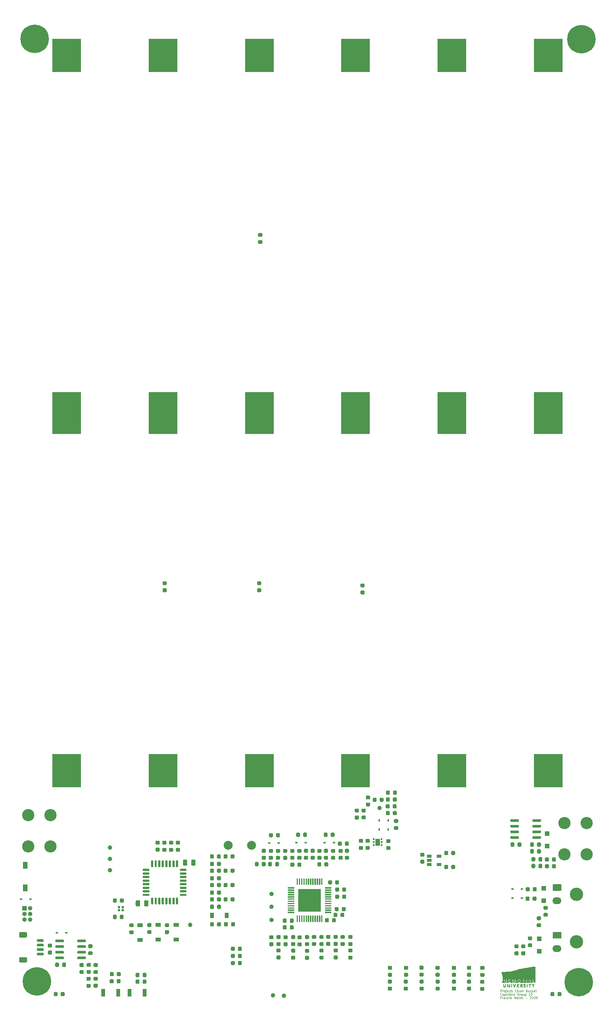
<source format=gbr>
G04 #@! TF.GenerationSoftware,KiCad,Pcbnew,(5.1.8)-1*
G04 #@! TF.CreationDate,2020-11-22T12:56:38-03:30*
G04 #@! TF.ProjectId,chum-bucket,6368756d-2d62-4756-936b-65742e6b6963,rev?*
G04 #@! TF.SameCoordinates,Original*
G04 #@! TF.FileFunction,Soldermask,Top*
G04 #@! TF.FilePolarity,Negative*
%FSLAX46Y46*%
G04 Gerber Fmt 4.6, Leading zero omitted, Abs format (unit mm)*
G04 Created by KiCad (PCBNEW (5.1.8)-1) date 2020-11-22 12:56:38*
%MOMM*%
%LPD*%
G01*
G04 APERTURE LIST*
%ADD10C,0.125000*%
%ADD11C,0.010000*%
%ADD12R,5.170000X5.170000*%
%ADD13R,1.200000X0.900000*%
%ADD14R,6.470000X7.460000*%
%ADD15C,3.000000*%
%ADD16O,2.020000X1.500000*%
%ADD17R,0.600000X0.450000*%
%ADD18R,0.450000X0.600000*%
%ADD19R,0.900000X1.200000*%
%ADD20R,1.000000X1.000000*%
%ADD21O,1.000000X1.000000*%
%ADD22R,0.900000X1.700000*%
%ADD23R,1.000000X1.600000*%
%ADD24C,1.000000*%
%ADD25C,2.000000*%
%ADD26R,1.060000X0.650000*%
%ADD27R,0.520000X0.470000*%
%ADD28R,1.100000X1.100000*%
%ADD29C,2.750000*%
%ADD30C,0.800000*%
%ADD31C,6.400000*%
G04 APERTURE END LIST*
D10*
X187808800Y-249708171D02*
X187784990Y-249731980D01*
X187713561Y-249755790D01*
X187665942Y-249755790D01*
X187594514Y-249731980D01*
X187546895Y-249684361D01*
X187523085Y-249636742D01*
X187499276Y-249541504D01*
X187499276Y-249470076D01*
X187523085Y-249374838D01*
X187546895Y-249327219D01*
X187594514Y-249279600D01*
X187665942Y-249255790D01*
X187713561Y-249255790D01*
X187784990Y-249279600D01*
X187808800Y-249303409D01*
X188237371Y-249755790D02*
X188237371Y-249493885D01*
X188213561Y-249446266D01*
X188165942Y-249422457D01*
X188070704Y-249422457D01*
X188023085Y-249446266D01*
X188237371Y-249731980D02*
X188189752Y-249755790D01*
X188070704Y-249755790D01*
X188023085Y-249731980D01*
X187999276Y-249684361D01*
X187999276Y-249636742D01*
X188023085Y-249589123D01*
X188070704Y-249565314D01*
X188189752Y-249565314D01*
X188237371Y-249541504D01*
X188475466Y-249422457D02*
X188475466Y-249922457D01*
X188475466Y-249446266D02*
X188523085Y-249422457D01*
X188618323Y-249422457D01*
X188665942Y-249446266D01*
X188689752Y-249470076D01*
X188713561Y-249517695D01*
X188713561Y-249660552D01*
X188689752Y-249708171D01*
X188665942Y-249731980D01*
X188618323Y-249755790D01*
X188523085Y-249755790D01*
X188475466Y-249731980D01*
X188904038Y-249731980D02*
X188951657Y-249755790D01*
X189046895Y-249755790D01*
X189094514Y-249731980D01*
X189118323Y-249684361D01*
X189118323Y-249660552D01*
X189094514Y-249612933D01*
X189046895Y-249589123D01*
X188975466Y-249589123D01*
X188927847Y-249565314D01*
X188904038Y-249517695D01*
X188904038Y-249493885D01*
X188927847Y-249446266D01*
X188975466Y-249422457D01*
X189046895Y-249422457D01*
X189094514Y-249446266D01*
X189261180Y-249422457D02*
X189451657Y-249422457D01*
X189332609Y-249255790D02*
X189332609Y-249684361D01*
X189356419Y-249731980D01*
X189404038Y-249755790D01*
X189451657Y-249755790D01*
X189689752Y-249755790D02*
X189642133Y-249731980D01*
X189618323Y-249708171D01*
X189594514Y-249660552D01*
X189594514Y-249517695D01*
X189618323Y-249470076D01*
X189642133Y-249446266D01*
X189689752Y-249422457D01*
X189761180Y-249422457D01*
X189808800Y-249446266D01*
X189832609Y-249470076D01*
X189856419Y-249517695D01*
X189856419Y-249660552D01*
X189832609Y-249708171D01*
X189808800Y-249731980D01*
X189761180Y-249755790D01*
X189689752Y-249755790D01*
X190070704Y-249422457D02*
X190070704Y-249755790D01*
X190070704Y-249470076D02*
X190094514Y-249446266D01*
X190142133Y-249422457D01*
X190213561Y-249422457D01*
X190261180Y-249446266D01*
X190284990Y-249493885D01*
X190284990Y-249755790D01*
X190713561Y-249731980D02*
X190665942Y-249755790D01*
X190570704Y-249755790D01*
X190523085Y-249731980D01*
X190499276Y-249684361D01*
X190499276Y-249493885D01*
X190523085Y-249446266D01*
X190570704Y-249422457D01*
X190665942Y-249422457D01*
X190713561Y-249446266D01*
X190737371Y-249493885D01*
X190737371Y-249541504D01*
X190499276Y-249589123D01*
X191594514Y-249279600D02*
X191546895Y-249255790D01*
X191475466Y-249255790D01*
X191404038Y-249279600D01*
X191356419Y-249327219D01*
X191332609Y-249374838D01*
X191308800Y-249470076D01*
X191308800Y-249541504D01*
X191332609Y-249636742D01*
X191356419Y-249684361D01*
X191404038Y-249731980D01*
X191475466Y-249755790D01*
X191523085Y-249755790D01*
X191594514Y-249731980D01*
X191618323Y-249708171D01*
X191618323Y-249541504D01*
X191523085Y-249541504D01*
X191832609Y-249755790D02*
X191832609Y-249422457D01*
X191832609Y-249517695D02*
X191856419Y-249470076D01*
X191880228Y-249446266D01*
X191927847Y-249422457D01*
X191975466Y-249422457D01*
X192213561Y-249755790D02*
X192165942Y-249731980D01*
X192142133Y-249708171D01*
X192118323Y-249660552D01*
X192118323Y-249517695D01*
X192142133Y-249470076D01*
X192165942Y-249446266D01*
X192213561Y-249422457D01*
X192284990Y-249422457D01*
X192332609Y-249446266D01*
X192356419Y-249470076D01*
X192380228Y-249517695D01*
X192380228Y-249660552D01*
X192356419Y-249708171D01*
X192332609Y-249731980D01*
X192284990Y-249755790D01*
X192213561Y-249755790D01*
X192808800Y-249422457D02*
X192808800Y-249755790D01*
X192594514Y-249422457D02*
X192594514Y-249684361D01*
X192618323Y-249731980D01*
X192665942Y-249755790D01*
X192737371Y-249755790D01*
X192784990Y-249731980D01*
X192808800Y-249708171D01*
X193046895Y-249422457D02*
X193046895Y-249922457D01*
X193046895Y-249446266D02*
X193094514Y-249422457D01*
X193189752Y-249422457D01*
X193237371Y-249446266D01*
X193261180Y-249470076D01*
X193284990Y-249517695D01*
X193284990Y-249660552D01*
X193261180Y-249708171D01*
X193237371Y-249731980D01*
X193189752Y-249755790D01*
X193094514Y-249755790D01*
X193046895Y-249731980D01*
X194142133Y-249755790D02*
X193856419Y-249755790D01*
X193999276Y-249755790D02*
X193999276Y-249255790D01*
X193951657Y-249327219D01*
X193904038Y-249374838D01*
X193856419Y-249398647D01*
X194308800Y-249255790D02*
X194618323Y-249255790D01*
X194451657Y-249446266D01*
X194523085Y-249446266D01*
X194570704Y-249470076D01*
X194594514Y-249493885D01*
X194618323Y-249541504D01*
X194618323Y-249660552D01*
X194594514Y-249708171D01*
X194570704Y-249731980D01*
X194523085Y-249755790D01*
X194380228Y-249755790D01*
X194332609Y-249731980D01*
X194308800Y-249708171D01*
X187692209Y-250255885D02*
X187525542Y-250255885D01*
X187525542Y-250517790D02*
X187525542Y-250017790D01*
X187763638Y-250017790D01*
X187954114Y-250517790D02*
X187954114Y-250184457D01*
X187954114Y-250279695D02*
X187977923Y-250232076D01*
X188001733Y-250208266D01*
X188049352Y-250184457D01*
X188096971Y-250184457D01*
X188477923Y-250517790D02*
X188477923Y-250255885D01*
X188454114Y-250208266D01*
X188406495Y-250184457D01*
X188311257Y-250184457D01*
X188263638Y-250208266D01*
X188477923Y-250493980D02*
X188430304Y-250517790D01*
X188311257Y-250517790D01*
X188263638Y-250493980D01*
X188239828Y-250446361D01*
X188239828Y-250398742D01*
X188263638Y-250351123D01*
X188311257Y-250327314D01*
X188430304Y-250327314D01*
X188477923Y-250303504D01*
X188716019Y-250184457D02*
X188716019Y-250517790D01*
X188716019Y-250232076D02*
X188739828Y-250208266D01*
X188787447Y-250184457D01*
X188858876Y-250184457D01*
X188906495Y-250208266D01*
X188930304Y-250255885D01*
X188930304Y-250517790D01*
X189382685Y-250493980D02*
X189335066Y-250517790D01*
X189239828Y-250517790D01*
X189192209Y-250493980D01*
X189168400Y-250470171D01*
X189144590Y-250422552D01*
X189144590Y-250279695D01*
X189168400Y-250232076D01*
X189192209Y-250208266D01*
X189239828Y-250184457D01*
X189335066Y-250184457D01*
X189382685Y-250208266D01*
X189596971Y-250517790D02*
X189596971Y-250184457D01*
X189596971Y-250017790D02*
X189573161Y-250041600D01*
X189596971Y-250065409D01*
X189620780Y-250041600D01*
X189596971Y-250017790D01*
X189596971Y-250065409D01*
X189811257Y-250493980D02*
X189858876Y-250517790D01*
X189954114Y-250517790D01*
X190001733Y-250493980D01*
X190025542Y-250446361D01*
X190025542Y-250422552D01*
X190001733Y-250374933D01*
X189954114Y-250351123D01*
X189882685Y-250351123D01*
X189835066Y-250327314D01*
X189811257Y-250279695D01*
X189811257Y-250255885D01*
X189835066Y-250208266D01*
X189882685Y-250184457D01*
X189954114Y-250184457D01*
X190001733Y-250208266D01*
X190573161Y-250017790D02*
X190692209Y-250517790D01*
X190787447Y-250160647D01*
X190882685Y-250517790D01*
X191001733Y-250017790D01*
X191406495Y-250517790D02*
X191406495Y-250255885D01*
X191382685Y-250208266D01*
X191335066Y-250184457D01*
X191239828Y-250184457D01*
X191192209Y-250208266D01*
X191406495Y-250493980D02*
X191358876Y-250517790D01*
X191239828Y-250517790D01*
X191192209Y-250493980D01*
X191168400Y-250446361D01*
X191168400Y-250398742D01*
X191192209Y-250351123D01*
X191239828Y-250327314D01*
X191358876Y-250327314D01*
X191406495Y-250303504D01*
X191716019Y-250517790D02*
X191668400Y-250493980D01*
X191644590Y-250446361D01*
X191644590Y-250017790D01*
X191882685Y-250493980D02*
X191930304Y-250517790D01*
X192025542Y-250517790D01*
X192073161Y-250493980D01*
X192096971Y-250446361D01*
X192096971Y-250422552D01*
X192073161Y-250374933D01*
X192025542Y-250351123D01*
X191954114Y-250351123D01*
X191906495Y-250327314D01*
X191882685Y-250279695D01*
X191882685Y-250255885D01*
X191906495Y-250208266D01*
X191954114Y-250184457D01*
X192025542Y-250184457D01*
X192073161Y-250208266D01*
X192311257Y-250517790D02*
X192311257Y-250017790D01*
X192525542Y-250517790D02*
X192525542Y-250255885D01*
X192501733Y-250208266D01*
X192454114Y-250184457D01*
X192382685Y-250184457D01*
X192335066Y-250208266D01*
X192311257Y-250232076D01*
X193144590Y-250327314D02*
X193525542Y-250327314D01*
X194120780Y-250065409D02*
X194144590Y-250041600D01*
X194192209Y-250017790D01*
X194311257Y-250017790D01*
X194358876Y-250041600D01*
X194382685Y-250065409D01*
X194406495Y-250113028D01*
X194406495Y-250160647D01*
X194382685Y-250232076D01*
X194096971Y-250517790D01*
X194406495Y-250517790D01*
X194716019Y-250017790D02*
X194763638Y-250017790D01*
X194811257Y-250041600D01*
X194835066Y-250065409D01*
X194858876Y-250113028D01*
X194882685Y-250208266D01*
X194882685Y-250327314D01*
X194858876Y-250422552D01*
X194835066Y-250470171D01*
X194811257Y-250493980D01*
X194763638Y-250517790D01*
X194716019Y-250517790D01*
X194668400Y-250493980D01*
X194644590Y-250470171D01*
X194620780Y-250422552D01*
X194596971Y-250327314D01*
X194596971Y-250208266D01*
X194620780Y-250113028D01*
X194644590Y-250065409D01*
X194668400Y-250041600D01*
X194716019Y-250017790D01*
X195073161Y-250065409D02*
X195096971Y-250041600D01*
X195144590Y-250017790D01*
X195263638Y-250017790D01*
X195311257Y-250041600D01*
X195335066Y-250065409D01*
X195358876Y-250113028D01*
X195358876Y-250160647D01*
X195335066Y-250232076D01*
X195049352Y-250517790D01*
X195358876Y-250517790D01*
X195668399Y-250017790D02*
X195716019Y-250017790D01*
X195763638Y-250041600D01*
X195787447Y-250065409D01*
X195811257Y-250113028D01*
X195835066Y-250208266D01*
X195835066Y-250327314D01*
X195811257Y-250422552D01*
X195787447Y-250470171D01*
X195763638Y-250493980D01*
X195716019Y-250517790D01*
X195668399Y-250517790D01*
X195620780Y-250493980D01*
X195596971Y-250470171D01*
X195573161Y-250422552D01*
X195549352Y-250327314D01*
X195549352Y-250208266D01*
X195573161Y-250113028D01*
X195596971Y-250065409D01*
X195620780Y-250041600D01*
X195668399Y-250017790D01*
X187540628Y-248993790D02*
X187540628Y-248493790D01*
X187731104Y-248493790D01*
X187778723Y-248517600D01*
X187802533Y-248541409D01*
X187826342Y-248589028D01*
X187826342Y-248660457D01*
X187802533Y-248708076D01*
X187778723Y-248731885D01*
X187731104Y-248755695D01*
X187540628Y-248755695D01*
X188040628Y-248993790D02*
X188040628Y-248660457D01*
X188040628Y-248755695D02*
X188064438Y-248708076D01*
X188088247Y-248684266D01*
X188135866Y-248660457D01*
X188183485Y-248660457D01*
X188421580Y-248993790D02*
X188373961Y-248969980D01*
X188350152Y-248946171D01*
X188326342Y-248898552D01*
X188326342Y-248755695D01*
X188350152Y-248708076D01*
X188373961Y-248684266D01*
X188421580Y-248660457D01*
X188493009Y-248660457D01*
X188540628Y-248684266D01*
X188564438Y-248708076D01*
X188588247Y-248755695D01*
X188588247Y-248898552D01*
X188564438Y-248946171D01*
X188540628Y-248969980D01*
X188493009Y-248993790D01*
X188421580Y-248993790D01*
X188802533Y-248660457D02*
X188802533Y-249089028D01*
X188778723Y-249136647D01*
X188731104Y-249160457D01*
X188707295Y-249160457D01*
X188802533Y-248493790D02*
X188778723Y-248517600D01*
X188802533Y-248541409D01*
X188826342Y-248517600D01*
X188802533Y-248493790D01*
X188802533Y-248541409D01*
X189231104Y-248969980D02*
X189183485Y-248993790D01*
X189088247Y-248993790D01*
X189040628Y-248969980D01*
X189016819Y-248922361D01*
X189016819Y-248731885D01*
X189040628Y-248684266D01*
X189088247Y-248660457D01*
X189183485Y-248660457D01*
X189231104Y-248684266D01*
X189254914Y-248731885D01*
X189254914Y-248779504D01*
X189016819Y-248827123D01*
X189683485Y-248969980D02*
X189635866Y-248993790D01*
X189540628Y-248993790D01*
X189493009Y-248969980D01*
X189469200Y-248946171D01*
X189445390Y-248898552D01*
X189445390Y-248755695D01*
X189469200Y-248708076D01*
X189493009Y-248684266D01*
X189540628Y-248660457D01*
X189635866Y-248660457D01*
X189683485Y-248684266D01*
X189826342Y-248660457D02*
X190016819Y-248660457D01*
X189897771Y-248493790D02*
X189897771Y-248922361D01*
X189921580Y-248969980D01*
X189969200Y-248993790D01*
X190016819Y-248993790D01*
X190183485Y-248946171D02*
X190207295Y-248969980D01*
X190183485Y-248993790D01*
X190159676Y-248969980D01*
X190183485Y-248946171D01*
X190183485Y-248993790D01*
X190183485Y-248684266D02*
X190207295Y-248708076D01*
X190183485Y-248731885D01*
X190159676Y-248708076D01*
X190183485Y-248684266D01*
X190183485Y-248731885D01*
X191088247Y-248946171D02*
X191064438Y-248969980D01*
X190993009Y-248993790D01*
X190945390Y-248993790D01*
X190873961Y-248969980D01*
X190826342Y-248922361D01*
X190802533Y-248874742D01*
X190778723Y-248779504D01*
X190778723Y-248708076D01*
X190802533Y-248612838D01*
X190826342Y-248565219D01*
X190873961Y-248517600D01*
X190945390Y-248493790D01*
X190993009Y-248493790D01*
X191064438Y-248517600D01*
X191088247Y-248541409D01*
X191302533Y-248993790D02*
X191302533Y-248493790D01*
X191516819Y-248993790D02*
X191516819Y-248731885D01*
X191493009Y-248684266D01*
X191445390Y-248660457D01*
X191373961Y-248660457D01*
X191326342Y-248684266D01*
X191302533Y-248708076D01*
X191969200Y-248660457D02*
X191969200Y-248993790D01*
X191754914Y-248660457D02*
X191754914Y-248922361D01*
X191778723Y-248969980D01*
X191826342Y-248993790D01*
X191897771Y-248993790D01*
X191945390Y-248969980D01*
X191969200Y-248946171D01*
X192207295Y-248993790D02*
X192207295Y-248660457D01*
X192207295Y-248708076D02*
X192231104Y-248684266D01*
X192278723Y-248660457D01*
X192350152Y-248660457D01*
X192397771Y-248684266D01*
X192421580Y-248731885D01*
X192421580Y-248993790D01*
X192421580Y-248731885D02*
X192445390Y-248684266D01*
X192493009Y-248660457D01*
X192564438Y-248660457D01*
X192612057Y-248684266D01*
X192635866Y-248731885D01*
X192635866Y-248993790D01*
X193421580Y-248731885D02*
X193493009Y-248755695D01*
X193516819Y-248779504D01*
X193540628Y-248827123D01*
X193540628Y-248898552D01*
X193516819Y-248946171D01*
X193493009Y-248969980D01*
X193445390Y-248993790D01*
X193254914Y-248993790D01*
X193254914Y-248493790D01*
X193421580Y-248493790D01*
X193469200Y-248517600D01*
X193493009Y-248541409D01*
X193516819Y-248589028D01*
X193516819Y-248636647D01*
X193493009Y-248684266D01*
X193469200Y-248708076D01*
X193421580Y-248731885D01*
X193254914Y-248731885D01*
X193969200Y-248660457D02*
X193969200Y-248993790D01*
X193754914Y-248660457D02*
X193754914Y-248922361D01*
X193778723Y-248969980D01*
X193826342Y-248993790D01*
X193897771Y-248993790D01*
X193945390Y-248969980D01*
X193969200Y-248946171D01*
X194421580Y-248969980D02*
X194373961Y-248993790D01*
X194278723Y-248993790D01*
X194231104Y-248969980D01*
X194207295Y-248946171D01*
X194183485Y-248898552D01*
X194183485Y-248755695D01*
X194207295Y-248708076D01*
X194231104Y-248684266D01*
X194278723Y-248660457D01*
X194373961Y-248660457D01*
X194421580Y-248684266D01*
X194635866Y-248993790D02*
X194635866Y-248493790D01*
X194683485Y-248803314D02*
X194826342Y-248993790D01*
X194826342Y-248660457D02*
X194635866Y-248850933D01*
X195231104Y-248969980D02*
X195183485Y-248993790D01*
X195088247Y-248993790D01*
X195040628Y-248969980D01*
X195016819Y-248922361D01*
X195016819Y-248731885D01*
X195040628Y-248684266D01*
X195088247Y-248660457D01*
X195183485Y-248660457D01*
X195231104Y-248684266D01*
X195254914Y-248731885D01*
X195254914Y-248779504D01*
X195016819Y-248827123D01*
X195397771Y-248660457D02*
X195588247Y-248660457D01*
X195469200Y-248493790D02*
X195469200Y-248922361D01*
X195493009Y-248969980D01*
X195540628Y-248993790D01*
X195588247Y-248993790D01*
D11*
G36*
X192631296Y-246295645D02*
G01*
X192675444Y-246297377D01*
X192705727Y-246300833D01*
X192726398Y-246306760D01*
X192740153Y-246314714D01*
X192765760Y-246342862D01*
X192775763Y-246374744D01*
X192770430Y-246406326D01*
X192750028Y-246433570D01*
X192731475Y-246445753D01*
X192710304Y-246452412D01*
X192679266Y-246457583D01*
X192643235Y-246461027D01*
X192607082Y-246462506D01*
X192575680Y-246461780D01*
X192553902Y-246458612D01*
X192546984Y-246454799D01*
X192545213Y-246443143D01*
X192544167Y-246418025D01*
X192544000Y-246384114D01*
X192544181Y-246370888D01*
X192545608Y-246293821D01*
X192631296Y-246295645D01*
G37*
X192631296Y-246295645D02*
X192675444Y-246297377D01*
X192705727Y-246300833D01*
X192726398Y-246306760D01*
X192740153Y-246314714D01*
X192765760Y-246342862D01*
X192775763Y-246374744D01*
X192770430Y-246406326D01*
X192750028Y-246433570D01*
X192731475Y-246445753D01*
X192710304Y-246452412D01*
X192679266Y-246457583D01*
X192643235Y-246461027D01*
X192607082Y-246462506D01*
X192575680Y-246461780D01*
X192553902Y-246458612D01*
X192546984Y-246454799D01*
X192545213Y-246443143D01*
X192544167Y-246418025D01*
X192544000Y-246384114D01*
X192544181Y-246370888D01*
X192545608Y-246293821D01*
X192631296Y-246295645D01*
G36*
X194060777Y-246391653D02*
G01*
X194071425Y-246410670D01*
X194085388Y-246440597D01*
X194100699Y-246477298D01*
X194116488Y-246517039D01*
X194130028Y-246551094D01*
X194139789Y-246575615D01*
X194144086Y-246586375D01*
X194141775Y-246591875D01*
X194127999Y-246595388D01*
X194100477Y-246597229D01*
X194061507Y-246597714D01*
X194024250Y-246597007D01*
X193994941Y-246595107D01*
X193977498Y-246592341D01*
X193974358Y-246590398D01*
X193977591Y-246578377D01*
X193986164Y-246553970D01*
X193998391Y-246521445D01*
X194012583Y-246485067D01*
X194027052Y-246449103D01*
X194040112Y-246417820D01*
X194050075Y-246395485D01*
X194054974Y-246386584D01*
X194060777Y-246391653D01*
G37*
X194060777Y-246391653D02*
X194071425Y-246410670D01*
X194085388Y-246440597D01*
X194100699Y-246477298D01*
X194116488Y-246517039D01*
X194130028Y-246551094D01*
X194139789Y-246575615D01*
X194144086Y-246586375D01*
X194141775Y-246591875D01*
X194127999Y-246595388D01*
X194100477Y-246597229D01*
X194061507Y-246597714D01*
X194024250Y-246597007D01*
X193994941Y-246595107D01*
X193977498Y-246592341D01*
X193974358Y-246590398D01*
X193977591Y-246578377D01*
X193986164Y-246553970D01*
X193998391Y-246521445D01*
X194012583Y-246485067D01*
X194027052Y-246449103D01*
X194040112Y-246417820D01*
X194050075Y-246395485D01*
X194054974Y-246386584D01*
X194060777Y-246391653D01*
G36*
X191734914Y-246294792D02*
G01*
X191791606Y-246313696D01*
X191838980Y-246346500D01*
X191875454Y-246391623D01*
X191899448Y-246447481D01*
X191909381Y-246512493D01*
X191909467Y-246530647D01*
X191902036Y-246591502D01*
X191881946Y-246642326D01*
X191853498Y-246681130D01*
X191805268Y-246722373D01*
X191750416Y-246746731D01*
X191689082Y-246754158D01*
X191652072Y-246750921D01*
X191606026Y-246741176D01*
X191570439Y-246726480D01*
X191537711Y-246703630D01*
X191535502Y-246701787D01*
X191499787Y-246660526D01*
X191475777Y-246609285D01*
X191463635Y-246552083D01*
X191463529Y-246492940D01*
X191475624Y-246435875D01*
X191500084Y-246384910D01*
X191521364Y-246358309D01*
X191559787Y-246324879D01*
X191600130Y-246304217D01*
X191648806Y-246293446D01*
X191670484Y-246291372D01*
X191734914Y-246294792D01*
G37*
X191734914Y-246294792D02*
X191791606Y-246313696D01*
X191838980Y-246346500D01*
X191875454Y-246391623D01*
X191899448Y-246447481D01*
X191909381Y-246512493D01*
X191909467Y-246530647D01*
X191902036Y-246591502D01*
X191881946Y-246642326D01*
X191853498Y-246681130D01*
X191805268Y-246722373D01*
X191750416Y-246746731D01*
X191689082Y-246754158D01*
X191652072Y-246750921D01*
X191606026Y-246741176D01*
X191570439Y-246726480D01*
X191537711Y-246703630D01*
X191535502Y-246701787D01*
X191499787Y-246660526D01*
X191475777Y-246609285D01*
X191463635Y-246552083D01*
X191463529Y-246492940D01*
X191475624Y-246435875D01*
X191500084Y-246384910D01*
X191521364Y-246358309D01*
X191559787Y-246324879D01*
X191600130Y-246304217D01*
X191648806Y-246293446D01*
X191670484Y-246291372D01*
X191734914Y-246294792D01*
G36*
X194228057Y-246793431D02*
G01*
X194242025Y-246827100D01*
X194253600Y-246855219D01*
X194260746Y-246872834D01*
X194261624Y-246875073D01*
X194260922Y-246879298D01*
X194253822Y-246882515D01*
X194238332Y-246884854D01*
X194212455Y-246886443D01*
X194174198Y-246887411D01*
X194121565Y-246887886D01*
X194061188Y-246888000D01*
X193995087Y-246887922D01*
X193945038Y-246887577D01*
X193908950Y-246886797D01*
X193884734Y-246885413D01*
X193870297Y-246883257D01*
X193863551Y-246880161D01*
X193862403Y-246875957D01*
X193863882Y-246872125D01*
X193870901Y-246856199D01*
X193881978Y-246828780D01*
X193894889Y-246795393D01*
X193896744Y-246790482D01*
X193921515Y-246724714D01*
X194199450Y-246724714D01*
X194228057Y-246793431D01*
G37*
X194228057Y-246793431D02*
X194242025Y-246827100D01*
X194253600Y-246855219D01*
X194260746Y-246872834D01*
X194261624Y-246875073D01*
X194260922Y-246879298D01*
X194253822Y-246882515D01*
X194238332Y-246884854D01*
X194212455Y-246886443D01*
X194174198Y-246887411D01*
X194121565Y-246887886D01*
X194061188Y-246888000D01*
X193995087Y-246887922D01*
X193945038Y-246887577D01*
X193908950Y-246886797D01*
X193884734Y-246885413D01*
X193870297Y-246883257D01*
X193863551Y-246880161D01*
X193862403Y-246875957D01*
X193863882Y-246872125D01*
X193870901Y-246856199D01*
X193881978Y-246828780D01*
X193894889Y-246795393D01*
X193896744Y-246790482D01*
X193921515Y-246724714D01*
X194199450Y-246724714D01*
X194228057Y-246793431D01*
G36*
X192607633Y-246594019D02*
G01*
X192622187Y-246599069D01*
X192634042Y-246612116D01*
X192648306Y-246636951D01*
X192650958Y-246641908D01*
X192673163Y-246683714D01*
X192696506Y-246728052D01*
X192719455Y-246771961D01*
X192740475Y-246812480D01*
X192758032Y-246846650D01*
X192770592Y-246871509D01*
X192776620Y-246884096D01*
X192776929Y-246885010D01*
X192768420Y-246886124D01*
X192745145Y-246887050D01*
X192710480Y-246887702D01*
X192667800Y-246887992D01*
X192659544Y-246888000D01*
X192542159Y-246888000D01*
X192543883Y-246740589D01*
X192545608Y-246593178D01*
X192585271Y-246593178D01*
X192607633Y-246594019D01*
G37*
X192607633Y-246594019D02*
X192622187Y-246599069D01*
X192634042Y-246612116D01*
X192648306Y-246636951D01*
X192650958Y-246641908D01*
X192673163Y-246683714D01*
X192696506Y-246728052D01*
X192719455Y-246771961D01*
X192740475Y-246812480D01*
X192758032Y-246846650D01*
X192770592Y-246871509D01*
X192776620Y-246884096D01*
X192776929Y-246885010D01*
X192768420Y-246886124D01*
X192745145Y-246887050D01*
X192710480Y-246887702D01*
X192667800Y-246887992D01*
X192659544Y-246888000D01*
X192542159Y-246888000D01*
X192543883Y-246740589D01*
X192545608Y-246593178D01*
X192585271Y-246593178D01*
X192607633Y-246594019D01*
G36*
X190823263Y-246343604D02*
G01*
X190824253Y-246367187D01*
X190825111Y-246404619D01*
X190825801Y-246453753D01*
X190826291Y-246512441D01*
X190826544Y-246578536D01*
X190826572Y-246609809D01*
X190826572Y-246888000D01*
X190731322Y-246888000D01*
X190692222Y-246887266D01*
X190660901Y-246885282D01*
X190641104Y-246882372D01*
X190636072Y-246879724D01*
X190638903Y-246869201D01*
X190646818Y-246844187D01*
X190658948Y-246807220D01*
X190674423Y-246760839D01*
X190692376Y-246707582D01*
X190711936Y-246649988D01*
X190732235Y-246590595D01*
X190752405Y-246531941D01*
X190771576Y-246476565D01*
X190788880Y-246427005D01*
X190803447Y-246385800D01*
X190814410Y-246355489D01*
X190820898Y-246338609D01*
X190822175Y-246336016D01*
X190823263Y-246343604D01*
G37*
X190823263Y-246343604D02*
X190824253Y-246367187D01*
X190825111Y-246404619D01*
X190825801Y-246453753D01*
X190826291Y-246512441D01*
X190826544Y-246578536D01*
X190826572Y-246609809D01*
X190826572Y-246888000D01*
X190731322Y-246888000D01*
X190692222Y-246887266D01*
X190660901Y-246885282D01*
X190641104Y-246882372D01*
X190636072Y-246879724D01*
X190638903Y-246869201D01*
X190646818Y-246844187D01*
X190658948Y-246807220D01*
X190674423Y-246760839D01*
X190692376Y-246707582D01*
X190711936Y-246649988D01*
X190732235Y-246590595D01*
X190752405Y-246531941D01*
X190771576Y-246476565D01*
X190788880Y-246427005D01*
X190803447Y-246385800D01*
X190814410Y-246355489D01*
X190820898Y-246338609D01*
X190822175Y-246336016D01*
X190823263Y-246343604D01*
G36*
X190418643Y-246602250D02*
G01*
X190440709Y-246669113D01*
X190460828Y-246730444D01*
X190478314Y-246784124D01*
X190492483Y-246828034D01*
X190502648Y-246860057D01*
X190508125Y-246878074D01*
X190508892Y-246881196D01*
X190500541Y-246884051D01*
X190477879Y-246886317D01*
X190444736Y-246887704D01*
X190418358Y-246888000D01*
X190327643Y-246888000D01*
X190328109Y-246609053D01*
X190328575Y-246330107D01*
X190418643Y-246602250D01*
G37*
X190418643Y-246602250D02*
X190440709Y-246669113D01*
X190460828Y-246730444D01*
X190478314Y-246784124D01*
X190492483Y-246828034D01*
X190502648Y-246860057D01*
X190508125Y-246878074D01*
X190508892Y-246881196D01*
X190500541Y-246884051D01*
X190477879Y-246886317D01*
X190444736Y-246887704D01*
X190418358Y-246888000D01*
X190327643Y-246888000D01*
X190328109Y-246609053D01*
X190328575Y-246330107D01*
X190418643Y-246602250D01*
G36*
X188809325Y-246343683D02*
G01*
X188810340Y-246367241D01*
X188811218Y-246404649D01*
X188811925Y-246453762D01*
X188812427Y-246512434D01*
X188812686Y-246578519D01*
X188812715Y-246609809D01*
X188812715Y-246888000D01*
X188717465Y-246888000D01*
X188675132Y-246887199D01*
X188643484Y-246884976D01*
X188625383Y-246881596D01*
X188622215Y-246879121D01*
X188625064Y-246867608D01*
X188633025Y-246841687D01*
X188645223Y-246803917D01*
X188660779Y-246756858D01*
X188678818Y-246703071D01*
X188698461Y-246645117D01*
X188718832Y-246585554D01*
X188739053Y-246526945D01*
X188758249Y-246471850D01*
X188775541Y-246422827D01*
X188790053Y-246382439D01*
X188800908Y-246353246D01*
X188807228Y-246337807D01*
X188808211Y-246336123D01*
X188809325Y-246343683D01*
G37*
X188809325Y-246343683D02*
X188810340Y-246367241D01*
X188811218Y-246404649D01*
X188811925Y-246453762D01*
X188812427Y-246512434D01*
X188812686Y-246578519D01*
X188812715Y-246609809D01*
X188812715Y-246888000D01*
X188717465Y-246888000D01*
X188675132Y-246887199D01*
X188643484Y-246884976D01*
X188625383Y-246881596D01*
X188622215Y-246879121D01*
X188625064Y-246867608D01*
X188633025Y-246841687D01*
X188645223Y-246803917D01*
X188660779Y-246756858D01*
X188678818Y-246703071D01*
X188698461Y-246645117D01*
X188718832Y-246585554D01*
X188739053Y-246526945D01*
X188758249Y-246471850D01*
X188775541Y-246422827D01*
X188790053Y-246382439D01*
X188800908Y-246353246D01*
X188807228Y-246337807D01*
X188808211Y-246336123D01*
X188809325Y-246343683D01*
G36*
X188405207Y-246606669D02*
G01*
X188427420Y-246672896D01*
X188447640Y-246733595D01*
X188465167Y-246786633D01*
X188479303Y-246829876D01*
X188489348Y-246861192D01*
X188494600Y-246878445D01*
X188495215Y-246881080D01*
X188486785Y-246883985D01*
X188464054Y-246886289D01*
X188430862Y-246887700D01*
X188404500Y-246888000D01*
X188313786Y-246888000D01*
X188315200Y-246339178D01*
X188405207Y-246606669D01*
G37*
X188405207Y-246606669D02*
X188427420Y-246672896D01*
X188447640Y-246733595D01*
X188465167Y-246786633D01*
X188479303Y-246829876D01*
X188489348Y-246861192D01*
X188494600Y-246878445D01*
X188495215Y-246881080D01*
X188486785Y-246883985D01*
X188464054Y-246886289D01*
X188430862Y-246887700D01*
X188404500Y-246888000D01*
X188313786Y-246888000D01*
X188315200Y-246339178D01*
X188405207Y-246606669D01*
G36*
X195335072Y-246888000D02*
G01*
X195180858Y-246888000D01*
X195180858Y-246743306D01*
X195033447Y-246740814D01*
X194886036Y-246738321D01*
X194881246Y-246162285D01*
X194727286Y-246162285D01*
X194727286Y-246888000D01*
X194441536Y-246887570D01*
X194400884Y-246790267D01*
X194386749Y-246756849D01*
X194366643Y-246709900D01*
X194341897Y-246652497D01*
X194313843Y-246587717D01*
X194283810Y-246518639D01*
X194253130Y-246448340D01*
X194245058Y-246429892D01*
X194129884Y-246166821D01*
X193997036Y-246161817D01*
X193841343Y-246522641D01*
X193685649Y-246883464D01*
X193411929Y-246888472D01*
X193411929Y-246162285D01*
X193257715Y-246162285D01*
X193257715Y-246888000D01*
X192970003Y-246888000D01*
X192881049Y-246740589D01*
X192853076Y-246694187D01*
X192828396Y-246653164D01*
X192808517Y-246620031D01*
X192794946Y-246597300D01*
X192789189Y-246587483D01*
X192789142Y-246587393D01*
X192795005Y-246580743D01*
X192813220Y-246569214D01*
X192836000Y-246557238D01*
X192881835Y-246525385D01*
X192914839Y-246482214D01*
X192934166Y-246430024D01*
X192938974Y-246371113D01*
X192928416Y-246307782D01*
X192928046Y-246306496D01*
X192909323Y-246261655D01*
X192880554Y-246226697D01*
X192838363Y-246197989D01*
X192817751Y-246187798D01*
X192801338Y-246180805D01*
X192784758Y-246175499D01*
X192765144Y-246171590D01*
X192739633Y-246168792D01*
X192705359Y-246166815D01*
X192659456Y-246165373D01*
X192599060Y-246164177D01*
X192579626Y-246163854D01*
X192386858Y-246160726D01*
X192386858Y-246888000D01*
X192103376Y-246887794D01*
X191819893Y-246887588D01*
X191878522Y-246855998D01*
X191941602Y-246815680D01*
X191989875Y-246769712D01*
X192026501Y-246714939D01*
X192033209Y-246701606D01*
X192057896Y-246631920D01*
X192070138Y-246555430D01*
X192069875Y-246477322D01*
X192057049Y-246402784D01*
X192037250Y-246348250D01*
X191997784Y-246284851D01*
X191946318Y-246232725D01*
X191885311Y-246192184D01*
X191817223Y-246163542D01*
X191744510Y-246147111D01*
X191669633Y-246143203D01*
X191595049Y-246152132D01*
X191523217Y-246174211D01*
X191456597Y-246209751D01*
X191397646Y-246259065D01*
X191391076Y-246266063D01*
X191350434Y-246319184D01*
X191322744Y-246377036D01*
X191306381Y-246443793D01*
X191300804Y-246497928D01*
X191303468Y-246584441D01*
X191321670Y-246662961D01*
X191354835Y-246732440D01*
X191402391Y-246791831D01*
X191463762Y-246840089D01*
X191499172Y-246859582D01*
X191556822Y-246887536D01*
X190980786Y-246888000D01*
X190980786Y-246161759D01*
X190742852Y-246166821D01*
X190695802Y-246298357D01*
X190675668Y-246354716D01*
X190654129Y-246415123D01*
X190633563Y-246472903D01*
X190616347Y-246521381D01*
X190613994Y-246528020D01*
X190599813Y-246565914D01*
X190587201Y-246595689D01*
X190577570Y-246614271D01*
X190572446Y-246618735D01*
X190569327Y-246612925D01*
X190563485Y-246598877D01*
X190554510Y-246575463D01*
X190541995Y-246541555D01*
X190525531Y-246496025D01*
X190504711Y-246437745D01*
X190479126Y-246365587D01*
X190448367Y-246278424D01*
X190416191Y-246186975D01*
X190407333Y-246161772D01*
X190290132Y-246164297D01*
X190172930Y-246166821D01*
X190172985Y-246527410D01*
X190173040Y-246888000D01*
X189837786Y-246888000D01*
X189837786Y-246743249D01*
X189488536Y-246738321D01*
X189485901Y-246663482D01*
X189483267Y-246588642D01*
X189636336Y-246588642D01*
X189687088Y-246588432D01*
X189731182Y-246587848D01*
X189765563Y-246586965D01*
X189787177Y-246585854D01*
X189793185Y-246584903D01*
X189794626Y-246574695D01*
X189794996Y-246551096D01*
X189794244Y-246518827D01*
X189793980Y-246512332D01*
X189790996Y-246443500D01*
X189484000Y-246443500D01*
X189484000Y-246307837D01*
X189648248Y-246305365D01*
X189812496Y-246302892D01*
X189812493Y-246234857D01*
X189812489Y-246166821D01*
X189571138Y-246164405D01*
X189329786Y-246161989D01*
X189329786Y-246888000D01*
X188966929Y-246888000D01*
X188966929Y-246161759D01*
X188728913Y-246166821D01*
X188713334Y-246207642D01*
X188705701Y-246228328D01*
X188693220Y-246262942D01*
X188677031Y-246308287D01*
X188658276Y-246361165D01*
X188638094Y-246418379D01*
X188631474Y-246437214D01*
X188611992Y-246491535D01*
X188594155Y-246539083D01*
X188578902Y-246577532D01*
X188567172Y-246604554D01*
X188559903Y-246617821D01*
X188558294Y-246618642D01*
X188554043Y-246609047D01*
X188544777Y-246585108D01*
X188531494Y-246549599D01*
X188515190Y-246505292D01*
X188496863Y-246454962D01*
X188477511Y-246401383D01*
X188458129Y-246347328D01*
X188439715Y-246295571D01*
X188423267Y-246248885D01*
X188409781Y-246210045D01*
X188400255Y-246181823D01*
X188395685Y-246166994D01*
X188395429Y-246165599D01*
X188386909Y-246164388D01*
X188363551Y-246163375D01*
X188328662Y-246162650D01*
X188285546Y-246162303D01*
X188272965Y-246162285D01*
X188150500Y-246162285D01*
X188150500Y-246888000D01*
X188000822Y-246888000D01*
X187951009Y-246887683D01*
X187908217Y-246886805D01*
X187875436Y-246885478D01*
X187855656Y-246883811D01*
X187851143Y-246882463D01*
X187856130Y-246873072D01*
X187869411Y-246852888D01*
X187888468Y-246825685D01*
X187895797Y-246815534D01*
X187916483Y-246785453D01*
X187932169Y-246757544D01*
X187945121Y-246726549D01*
X187957605Y-246687213D01*
X187968716Y-246646445D01*
X187996982Y-246538750D01*
X187989830Y-246375464D01*
X187986333Y-246290174D01*
X187984164Y-246219231D01*
X187983497Y-246158875D01*
X187984505Y-246105347D01*
X187987360Y-246054888D01*
X187992236Y-246003738D01*
X187999305Y-245948138D01*
X188008740Y-245884329D01*
X188013948Y-245851023D01*
X188045216Y-245653153D01*
X187999046Y-245560318D01*
X187978798Y-245518311D01*
X187964436Y-245483963D01*
X187954130Y-245451206D01*
X187946048Y-245413971D01*
X187938360Y-245366191D01*
X187936403Y-245352711D01*
X187919929Y-245237940D01*
X187945853Y-245183703D01*
X187971776Y-245129465D01*
X187926117Y-245085714D01*
X187910269Y-245069769D01*
X187896637Y-245053560D01*
X187883779Y-245034400D01*
X187870253Y-245009604D01*
X187854617Y-244976487D01*
X187835430Y-244932364D01*
X187811250Y-244874549D01*
X187806242Y-244862446D01*
X187773620Y-244782419D01*
X187747137Y-244715065D01*
X187727076Y-244661177D01*
X187713725Y-244621548D01*
X187707367Y-244596968D01*
X187707651Y-244588523D01*
X187717153Y-244586479D01*
X187741563Y-244582510D01*
X187777804Y-244577081D01*
X187822800Y-244570660D01*
X187855679Y-244566120D01*
X187944727Y-244556579D01*
X188045833Y-244550164D01*
X188153159Y-244547027D01*
X188260867Y-244547321D01*
X188363117Y-244551199D01*
X188381822Y-244552378D01*
X188416254Y-244551835D01*
X188465758Y-244546954D01*
X188527894Y-244538152D01*
X188600225Y-244525846D01*
X188680314Y-244510453D01*
X188765722Y-244492391D01*
X188854012Y-244472075D01*
X188860800Y-244470443D01*
X188902123Y-244460878D01*
X188941421Y-244452812D01*
X188981714Y-244445848D01*
X189026025Y-244439586D01*
X189077373Y-244433628D01*
X189138781Y-244427573D01*
X189213271Y-244421023D01*
X189271353Y-244416212D01*
X189361465Y-244409400D01*
X189452201Y-244403521D01*
X189539429Y-244398787D01*
X189619016Y-244395411D01*
X189686829Y-244393605D01*
X189715920Y-244393357D01*
X189880088Y-244393357D01*
X190328384Y-244276194D01*
X190424795Y-244251022D01*
X190523491Y-244225300D01*
X190621573Y-244199781D01*
X190716142Y-244175217D01*
X190804302Y-244152360D01*
X190883152Y-244131963D01*
X190949796Y-244114777D01*
X190994393Y-244103329D01*
X191082806Y-244079569D01*
X191174927Y-244052750D01*
X191267641Y-244023929D01*
X191357835Y-243994160D01*
X191442394Y-243964496D01*
X191518206Y-243935994D01*
X191582155Y-243909706D01*
X191625316Y-243889662D01*
X191646772Y-243879333D01*
X191667579Y-243870804D01*
X191690536Y-243863445D01*
X191718445Y-243856625D01*
X191754105Y-243849716D01*
X191800319Y-243842086D01*
X191859885Y-243833105D01*
X191907383Y-243826204D01*
X191948559Y-243820186D01*
X191992463Y-243813598D01*
X192040208Y-243806256D01*
X192092908Y-243797974D01*
X192151677Y-243788568D01*
X192217629Y-243777854D01*
X192291878Y-243765647D01*
X192375539Y-243751762D01*
X192469725Y-243736015D01*
X192575550Y-243718221D01*
X192694128Y-243698196D01*
X192826573Y-243675755D01*
X192974000Y-243650714D01*
X193137522Y-243622887D01*
X193244108Y-243604730D01*
X193305260Y-243594310D01*
X193381401Y-243581341D01*
X193469635Y-243566314D01*
X193567066Y-243549723D01*
X193670796Y-243532062D01*
X193777929Y-243513822D01*
X193885568Y-243495499D01*
X193990818Y-243477584D01*
X194015179Y-243473438D01*
X194112784Y-243456824D01*
X194208121Y-243440591D01*
X194299121Y-243425094D01*
X194383715Y-243410683D01*
X194459833Y-243397711D01*
X194525408Y-243386532D01*
X194578370Y-243377497D01*
X194616650Y-243370960D01*
X194630670Y-243368561D01*
X194663364Y-243363317D01*
X194695230Y-243359152D01*
X194728894Y-243355947D01*
X194766984Y-243353583D01*
X194812126Y-243351940D01*
X194866946Y-243350899D01*
X194934072Y-243350342D01*
X195016130Y-243350148D01*
X195036616Y-243350143D01*
X195335072Y-243350143D01*
X195335072Y-246888000D01*
G37*
X195335072Y-246888000D02*
X195180858Y-246888000D01*
X195180858Y-246743306D01*
X195033447Y-246740814D01*
X194886036Y-246738321D01*
X194881246Y-246162285D01*
X194727286Y-246162285D01*
X194727286Y-246888000D01*
X194441536Y-246887570D01*
X194400884Y-246790267D01*
X194386749Y-246756849D01*
X194366643Y-246709900D01*
X194341897Y-246652497D01*
X194313843Y-246587717D01*
X194283810Y-246518639D01*
X194253130Y-246448340D01*
X194245058Y-246429892D01*
X194129884Y-246166821D01*
X193997036Y-246161817D01*
X193841343Y-246522641D01*
X193685649Y-246883464D01*
X193411929Y-246888472D01*
X193411929Y-246162285D01*
X193257715Y-246162285D01*
X193257715Y-246888000D01*
X192970003Y-246888000D01*
X192881049Y-246740589D01*
X192853076Y-246694187D01*
X192828396Y-246653164D01*
X192808517Y-246620031D01*
X192794946Y-246597300D01*
X192789189Y-246587483D01*
X192789142Y-246587393D01*
X192795005Y-246580743D01*
X192813220Y-246569214D01*
X192836000Y-246557238D01*
X192881835Y-246525385D01*
X192914839Y-246482214D01*
X192934166Y-246430024D01*
X192938974Y-246371113D01*
X192928416Y-246307782D01*
X192928046Y-246306496D01*
X192909323Y-246261655D01*
X192880554Y-246226697D01*
X192838363Y-246197989D01*
X192817751Y-246187798D01*
X192801338Y-246180805D01*
X192784758Y-246175499D01*
X192765144Y-246171590D01*
X192739633Y-246168792D01*
X192705359Y-246166815D01*
X192659456Y-246165373D01*
X192599060Y-246164177D01*
X192579626Y-246163854D01*
X192386858Y-246160726D01*
X192386858Y-246888000D01*
X192103376Y-246887794D01*
X191819893Y-246887588D01*
X191878522Y-246855998D01*
X191941602Y-246815680D01*
X191989875Y-246769712D01*
X192026501Y-246714939D01*
X192033209Y-246701606D01*
X192057896Y-246631920D01*
X192070138Y-246555430D01*
X192069875Y-246477322D01*
X192057049Y-246402784D01*
X192037250Y-246348250D01*
X191997784Y-246284851D01*
X191946318Y-246232725D01*
X191885311Y-246192184D01*
X191817223Y-246163542D01*
X191744510Y-246147111D01*
X191669633Y-246143203D01*
X191595049Y-246152132D01*
X191523217Y-246174211D01*
X191456597Y-246209751D01*
X191397646Y-246259065D01*
X191391076Y-246266063D01*
X191350434Y-246319184D01*
X191322744Y-246377036D01*
X191306381Y-246443793D01*
X191300804Y-246497928D01*
X191303468Y-246584441D01*
X191321670Y-246662961D01*
X191354835Y-246732440D01*
X191402391Y-246791831D01*
X191463762Y-246840089D01*
X191499172Y-246859582D01*
X191556822Y-246887536D01*
X190980786Y-246888000D01*
X190980786Y-246161759D01*
X190742852Y-246166821D01*
X190695802Y-246298357D01*
X190675668Y-246354716D01*
X190654129Y-246415123D01*
X190633563Y-246472903D01*
X190616347Y-246521381D01*
X190613994Y-246528020D01*
X190599813Y-246565914D01*
X190587201Y-246595689D01*
X190577570Y-246614271D01*
X190572446Y-246618735D01*
X190569327Y-246612925D01*
X190563485Y-246598877D01*
X190554510Y-246575463D01*
X190541995Y-246541555D01*
X190525531Y-246496025D01*
X190504711Y-246437745D01*
X190479126Y-246365587D01*
X190448367Y-246278424D01*
X190416191Y-246186975D01*
X190407333Y-246161772D01*
X190290132Y-246164297D01*
X190172930Y-246166821D01*
X190172985Y-246527410D01*
X190173040Y-246888000D01*
X189837786Y-246888000D01*
X189837786Y-246743249D01*
X189488536Y-246738321D01*
X189485901Y-246663482D01*
X189483267Y-246588642D01*
X189636336Y-246588642D01*
X189687088Y-246588432D01*
X189731182Y-246587848D01*
X189765563Y-246586965D01*
X189787177Y-246585854D01*
X189793185Y-246584903D01*
X189794626Y-246574695D01*
X189794996Y-246551096D01*
X189794244Y-246518827D01*
X189793980Y-246512332D01*
X189790996Y-246443500D01*
X189484000Y-246443500D01*
X189484000Y-246307837D01*
X189648248Y-246305365D01*
X189812496Y-246302892D01*
X189812493Y-246234857D01*
X189812489Y-246166821D01*
X189571138Y-246164405D01*
X189329786Y-246161989D01*
X189329786Y-246888000D01*
X188966929Y-246888000D01*
X188966929Y-246161759D01*
X188728913Y-246166821D01*
X188713334Y-246207642D01*
X188705701Y-246228328D01*
X188693220Y-246262942D01*
X188677031Y-246308287D01*
X188658276Y-246361165D01*
X188638094Y-246418379D01*
X188631474Y-246437214D01*
X188611992Y-246491535D01*
X188594155Y-246539083D01*
X188578902Y-246577532D01*
X188567172Y-246604554D01*
X188559903Y-246617821D01*
X188558294Y-246618642D01*
X188554043Y-246609047D01*
X188544777Y-246585108D01*
X188531494Y-246549599D01*
X188515190Y-246505292D01*
X188496863Y-246454962D01*
X188477511Y-246401383D01*
X188458129Y-246347328D01*
X188439715Y-246295571D01*
X188423267Y-246248885D01*
X188409781Y-246210045D01*
X188400255Y-246181823D01*
X188395685Y-246166994D01*
X188395429Y-246165599D01*
X188386909Y-246164388D01*
X188363551Y-246163375D01*
X188328662Y-246162650D01*
X188285546Y-246162303D01*
X188272965Y-246162285D01*
X188150500Y-246162285D01*
X188150500Y-246888000D01*
X188000822Y-246888000D01*
X187951009Y-246887683D01*
X187908217Y-246886805D01*
X187875436Y-246885478D01*
X187855656Y-246883811D01*
X187851143Y-246882463D01*
X187856130Y-246873072D01*
X187869411Y-246852888D01*
X187888468Y-246825685D01*
X187895797Y-246815534D01*
X187916483Y-246785453D01*
X187932169Y-246757544D01*
X187945121Y-246726549D01*
X187957605Y-246687213D01*
X187968716Y-246646445D01*
X187996982Y-246538750D01*
X187989830Y-246375464D01*
X187986333Y-246290174D01*
X187984164Y-246219231D01*
X187983497Y-246158875D01*
X187984505Y-246105347D01*
X187987360Y-246054888D01*
X187992236Y-246003738D01*
X187999305Y-245948138D01*
X188008740Y-245884329D01*
X188013948Y-245851023D01*
X188045216Y-245653153D01*
X187999046Y-245560318D01*
X187978798Y-245518311D01*
X187964436Y-245483963D01*
X187954130Y-245451206D01*
X187946048Y-245413971D01*
X187938360Y-245366191D01*
X187936403Y-245352711D01*
X187919929Y-245237940D01*
X187945853Y-245183703D01*
X187971776Y-245129465D01*
X187926117Y-245085714D01*
X187910269Y-245069769D01*
X187896637Y-245053560D01*
X187883779Y-245034400D01*
X187870253Y-245009604D01*
X187854617Y-244976487D01*
X187835430Y-244932364D01*
X187811250Y-244874549D01*
X187806242Y-244862446D01*
X187773620Y-244782419D01*
X187747137Y-244715065D01*
X187727076Y-244661177D01*
X187713725Y-244621548D01*
X187707367Y-244596968D01*
X187707651Y-244588523D01*
X187717153Y-244586479D01*
X187741563Y-244582510D01*
X187777804Y-244577081D01*
X187822800Y-244570660D01*
X187855679Y-244566120D01*
X187944727Y-244556579D01*
X188045833Y-244550164D01*
X188153159Y-244547027D01*
X188260867Y-244547321D01*
X188363117Y-244551199D01*
X188381822Y-244552378D01*
X188416254Y-244551835D01*
X188465758Y-244546954D01*
X188527894Y-244538152D01*
X188600225Y-244525846D01*
X188680314Y-244510453D01*
X188765722Y-244492391D01*
X188854012Y-244472075D01*
X188860800Y-244470443D01*
X188902123Y-244460878D01*
X188941421Y-244452812D01*
X188981714Y-244445848D01*
X189026025Y-244439586D01*
X189077373Y-244433628D01*
X189138781Y-244427573D01*
X189213271Y-244421023D01*
X189271353Y-244416212D01*
X189361465Y-244409400D01*
X189452201Y-244403521D01*
X189539429Y-244398787D01*
X189619016Y-244395411D01*
X189686829Y-244393605D01*
X189715920Y-244393357D01*
X189880088Y-244393357D01*
X190328384Y-244276194D01*
X190424795Y-244251022D01*
X190523491Y-244225300D01*
X190621573Y-244199781D01*
X190716142Y-244175217D01*
X190804302Y-244152360D01*
X190883152Y-244131963D01*
X190949796Y-244114777D01*
X190994393Y-244103329D01*
X191082806Y-244079569D01*
X191174927Y-244052750D01*
X191267641Y-244023929D01*
X191357835Y-243994160D01*
X191442394Y-243964496D01*
X191518206Y-243935994D01*
X191582155Y-243909706D01*
X191625316Y-243889662D01*
X191646772Y-243879333D01*
X191667579Y-243870804D01*
X191690536Y-243863445D01*
X191718445Y-243856625D01*
X191754105Y-243849716D01*
X191800319Y-243842086D01*
X191859885Y-243833105D01*
X191907383Y-243826204D01*
X191948559Y-243820186D01*
X191992463Y-243813598D01*
X192040208Y-243806256D01*
X192092908Y-243797974D01*
X192151677Y-243788568D01*
X192217629Y-243777854D01*
X192291878Y-243765647D01*
X192375539Y-243751762D01*
X192469725Y-243736015D01*
X192575550Y-243718221D01*
X192694128Y-243698196D01*
X192826573Y-243675755D01*
X192974000Y-243650714D01*
X193137522Y-243622887D01*
X193244108Y-243604730D01*
X193305260Y-243594310D01*
X193381401Y-243581341D01*
X193469635Y-243566314D01*
X193567066Y-243549723D01*
X193670796Y-243532062D01*
X193777929Y-243513822D01*
X193885568Y-243495499D01*
X193990818Y-243477584D01*
X194015179Y-243473438D01*
X194112784Y-243456824D01*
X194208121Y-243440591D01*
X194299121Y-243425094D01*
X194383715Y-243410683D01*
X194459833Y-243397711D01*
X194525408Y-243386532D01*
X194578370Y-243377497D01*
X194616650Y-243370960D01*
X194630670Y-243368561D01*
X194663364Y-243363317D01*
X194695230Y-243359152D01*
X194728894Y-243355947D01*
X194766984Y-243353583D01*
X194812126Y-243351940D01*
X194866946Y-243350899D01*
X194934072Y-243350342D01*
X195016130Y-243350148D01*
X195036616Y-243350143D01*
X195335072Y-243350143D01*
X195335072Y-246888000D01*
G36*
X195126324Y-247197200D02*
G01*
X195146814Y-247198864D01*
X195153643Y-247201013D01*
X195148853Y-247209522D01*
X195135370Y-247231083D01*
X195114528Y-247263628D01*
X195087659Y-247305088D01*
X195056096Y-247353392D01*
X195026553Y-247398317D01*
X194899463Y-247591035D01*
X194901821Y-247729388D01*
X194904179Y-247867740D01*
X194808929Y-247867714D01*
X194808929Y-247587975D01*
X194681929Y-247396640D01*
X194647357Y-247344371D01*
X194616366Y-247297163D01*
X194590299Y-247257091D01*
X194570498Y-247226229D01*
X194558307Y-247206652D01*
X194554929Y-247200452D01*
X194563205Y-247198383D01*
X194584917Y-247197596D01*
X194615395Y-247198260D01*
X194615895Y-247198282D01*
X194676860Y-247200964D01*
X194738707Y-247300750D01*
X194765078Y-247343290D01*
X194790785Y-247384741D01*
X194812833Y-247420277D01*
X194827888Y-247444523D01*
X194855224Y-247488510D01*
X194947737Y-247342685D01*
X195040250Y-247196861D01*
X195096947Y-247196644D01*
X195126324Y-247197200D01*
G37*
X195126324Y-247197200D02*
X195146814Y-247198864D01*
X195153643Y-247201013D01*
X195148853Y-247209522D01*
X195135370Y-247231083D01*
X195114528Y-247263628D01*
X195087659Y-247305088D01*
X195056096Y-247353392D01*
X195026553Y-247398317D01*
X194899463Y-247591035D01*
X194901821Y-247729388D01*
X194904179Y-247867740D01*
X194808929Y-247867714D01*
X194808929Y-247587975D01*
X194681929Y-247396640D01*
X194647357Y-247344371D01*
X194616366Y-247297163D01*
X194590299Y-247257091D01*
X194570498Y-247226229D01*
X194558307Y-247206652D01*
X194554929Y-247200452D01*
X194563205Y-247198383D01*
X194584917Y-247197596D01*
X194615395Y-247198260D01*
X194615895Y-247198282D01*
X194676860Y-247200964D01*
X194738707Y-247300750D01*
X194765078Y-247343290D01*
X194790785Y-247384741D01*
X194812833Y-247420277D01*
X194827888Y-247444523D01*
X194855224Y-247488510D01*
X194947737Y-247342685D01*
X195040250Y-247196861D01*
X195096947Y-247196644D01*
X195126324Y-247197200D01*
G36*
X194364429Y-247287142D02*
G01*
X194146715Y-247287142D01*
X194146715Y-247867714D01*
X194056000Y-247867714D01*
X194056000Y-247287142D01*
X193838286Y-247287142D01*
X193838286Y-247196428D01*
X194364429Y-247196428D01*
X194364429Y-247287142D01*
G37*
X194364429Y-247287142D02*
X194146715Y-247287142D01*
X194146715Y-247867714D01*
X194056000Y-247867714D01*
X194056000Y-247287142D01*
X193838286Y-247287142D01*
X193838286Y-247196428D01*
X194364429Y-247196428D01*
X194364429Y-247287142D01*
G36*
X193557072Y-247867714D02*
G01*
X193457286Y-247867714D01*
X193457286Y-247196428D01*
X193557072Y-247196428D01*
X193557072Y-247867714D01*
G37*
X193557072Y-247867714D02*
X193457286Y-247867714D01*
X193457286Y-247196428D01*
X193557072Y-247196428D01*
X193557072Y-247867714D01*
G36*
X192161426Y-247197133D02*
G01*
X192210624Y-247199063D01*
X192252641Y-247201944D01*
X192282577Y-247205499D01*
X192287341Y-247206405D01*
X192338814Y-247225675D01*
X192379654Y-247257223D01*
X192408922Y-247297991D01*
X192425678Y-247344921D01*
X192428983Y-247394954D01*
X192417898Y-247445033D01*
X192391483Y-247492100D01*
X192379430Y-247506251D01*
X192352521Y-247529868D01*
X192322529Y-247548954D01*
X192309751Y-247554592D01*
X192287909Y-247564175D01*
X192276105Y-247573171D01*
X192275364Y-247575792D01*
X192280599Y-247585882D01*
X192293963Y-247608671D01*
X192313871Y-247641537D01*
X192338737Y-247681858D01*
X192363811Y-247721985D01*
X192391571Y-247766365D01*
X192415639Y-247805249D01*
X192434477Y-247836120D01*
X192446549Y-247856461D01*
X192450358Y-247863697D01*
X192442087Y-247865757D01*
X192420476Y-247867206D01*
X192392297Y-247867714D01*
X192334237Y-247867714D01*
X192273038Y-247761125D01*
X192239655Y-247702878D01*
X192213954Y-247658394D01*
X192194370Y-247625828D01*
X192179335Y-247603338D01*
X192167282Y-247589077D01*
X192156644Y-247581201D01*
X192145854Y-247577867D01*
X192133345Y-247577229D01*
X192117550Y-247577444D01*
X192116983Y-247577444D01*
X192069358Y-247577428D01*
X192069358Y-247867714D01*
X192021733Y-247867718D01*
X191974108Y-247867721D01*
X191976592Y-247532075D01*
X191977721Y-247379561D01*
X192069358Y-247379561D01*
X192069919Y-247421461D01*
X192071445Y-247456598D01*
X192073695Y-247481060D01*
X192076161Y-247490734D01*
X192089536Y-247494652D01*
X192115977Y-247495813D01*
X192150683Y-247494611D01*
X192188855Y-247491441D01*
X192225691Y-247486695D01*
X192256391Y-247480768D01*
X192275513Y-247474393D01*
X192303360Y-247454752D01*
X192318388Y-247428883D01*
X192323316Y-247391818D01*
X192323358Y-247386928D01*
X192319810Y-247350994D01*
X192307812Y-247324006D01*
X192285335Y-247304651D01*
X192250349Y-247291614D01*
X192200822Y-247283581D01*
X192158723Y-247280357D01*
X192069358Y-247275433D01*
X192069358Y-247379561D01*
X191977721Y-247379561D01*
X191979077Y-247196428D01*
X192109949Y-247196428D01*
X192161426Y-247197133D01*
G37*
X192161426Y-247197133D02*
X192210624Y-247199063D01*
X192252641Y-247201944D01*
X192282577Y-247205499D01*
X192287341Y-247206405D01*
X192338814Y-247225675D01*
X192379654Y-247257223D01*
X192408922Y-247297991D01*
X192425678Y-247344921D01*
X192428983Y-247394954D01*
X192417898Y-247445033D01*
X192391483Y-247492100D01*
X192379430Y-247506251D01*
X192352521Y-247529868D01*
X192322529Y-247548954D01*
X192309751Y-247554592D01*
X192287909Y-247564175D01*
X192276105Y-247573171D01*
X192275364Y-247575792D01*
X192280599Y-247585882D01*
X192293963Y-247608671D01*
X192313871Y-247641537D01*
X192338737Y-247681858D01*
X192363811Y-247721985D01*
X192391571Y-247766365D01*
X192415639Y-247805249D01*
X192434477Y-247836120D01*
X192446549Y-247856461D01*
X192450358Y-247863697D01*
X192442087Y-247865757D01*
X192420476Y-247867206D01*
X192392297Y-247867714D01*
X192334237Y-247867714D01*
X192273038Y-247761125D01*
X192239655Y-247702878D01*
X192213954Y-247658394D01*
X192194370Y-247625828D01*
X192179335Y-247603338D01*
X192167282Y-247589077D01*
X192156644Y-247581201D01*
X192145854Y-247577867D01*
X192133345Y-247577229D01*
X192117550Y-247577444D01*
X192116983Y-247577444D01*
X192069358Y-247577428D01*
X192069358Y-247867714D01*
X192021733Y-247867718D01*
X191974108Y-247867721D01*
X191976592Y-247532075D01*
X191977721Y-247379561D01*
X192069358Y-247379561D01*
X192069919Y-247421461D01*
X192071445Y-247456598D01*
X192073695Y-247481060D01*
X192076161Y-247490734D01*
X192089536Y-247494652D01*
X192115977Y-247495813D01*
X192150683Y-247494611D01*
X192188855Y-247491441D01*
X192225691Y-247486695D01*
X192256391Y-247480768D01*
X192275513Y-247474393D01*
X192303360Y-247454752D01*
X192318388Y-247428883D01*
X192323316Y-247391818D01*
X192323358Y-247386928D01*
X192319810Y-247350994D01*
X192307812Y-247324006D01*
X192285335Y-247304651D01*
X192250349Y-247291614D01*
X192200822Y-247283581D01*
X192158723Y-247280357D01*
X192069358Y-247275433D01*
X192069358Y-247379561D01*
X191977721Y-247379561D01*
X191979077Y-247196428D01*
X192109949Y-247196428D01*
X192161426Y-247197133D01*
G36*
X191643000Y-247287142D02*
G01*
X191298286Y-247287142D01*
X191298286Y-247486714D01*
X191615786Y-247486714D01*
X191615792Y-247529803D01*
X191615799Y-247572893D01*
X191302822Y-247572893D01*
X191302822Y-247781535D01*
X191479715Y-247783194D01*
X191656608Y-247784852D01*
X191659373Y-247826283D01*
X191662137Y-247867714D01*
X191207572Y-247867714D01*
X191207572Y-247196428D01*
X191643000Y-247196428D01*
X191643000Y-247287142D01*
G37*
X191643000Y-247287142D02*
X191298286Y-247287142D01*
X191298286Y-247486714D01*
X191615786Y-247486714D01*
X191615792Y-247529803D01*
X191615799Y-247572893D01*
X191302822Y-247572893D01*
X191302822Y-247781535D01*
X191479715Y-247783194D01*
X191656608Y-247784852D01*
X191659373Y-247826283D01*
X191662137Y-247867714D01*
X191207572Y-247867714D01*
X191207572Y-247196428D01*
X191643000Y-247196428D01*
X191643000Y-247287142D01*
G36*
X190463384Y-247275803D02*
G01*
X190475615Y-247309123D01*
X190492516Y-247355431D01*
X190512602Y-247410650D01*
X190534391Y-247470700D01*
X190556399Y-247531502D01*
X190559477Y-247540018D01*
X190579231Y-247594404D01*
X190597003Y-247642795D01*
X190611852Y-247682667D01*
X190622834Y-247711499D01*
X190629008Y-247726768D01*
X190629913Y-247728507D01*
X190633862Y-247721261D01*
X190643331Y-247699005D01*
X190657533Y-247663740D01*
X190675677Y-247617466D01*
X190696976Y-247562183D01*
X190720641Y-247499892D01*
X190733183Y-247466560D01*
X190832805Y-247200964D01*
X190884117Y-247198243D01*
X190911843Y-247198019D01*
X190930475Y-247200254D01*
X190935429Y-247203328D01*
X190932205Y-247213370D01*
X190923062Y-247238203D01*
X190908794Y-247275763D01*
X190890195Y-247323984D01*
X190868060Y-247380804D01*
X190843183Y-247444156D01*
X190827950Y-247482727D01*
X190800647Y-247551774D01*
X190774500Y-247618001D01*
X190750526Y-247678824D01*
X190729741Y-247731662D01*
X190713161Y-247773932D01*
X190701803Y-247803052D01*
X190698728Y-247811018D01*
X190676986Y-247867714D01*
X190583232Y-247867714D01*
X190556014Y-247797410D01*
X190514579Y-247690293D01*
X190476176Y-247590831D01*
X190441230Y-247500135D01*
X190410167Y-247419316D01*
X190383412Y-247349487D01*
X190361391Y-247291759D01*
X190344530Y-247247244D01*
X190333254Y-247217053D01*
X190327989Y-247202298D01*
X190327643Y-247201011D01*
X190335878Y-247198570D01*
X190357239Y-247196907D01*
X190380861Y-247196428D01*
X190434079Y-247196428D01*
X190463384Y-247275803D01*
G37*
X190463384Y-247275803D02*
X190475615Y-247309123D01*
X190492516Y-247355431D01*
X190512602Y-247410650D01*
X190534391Y-247470700D01*
X190556399Y-247531502D01*
X190559477Y-247540018D01*
X190579231Y-247594404D01*
X190597003Y-247642795D01*
X190611852Y-247682667D01*
X190622834Y-247711499D01*
X190629008Y-247726768D01*
X190629913Y-247728507D01*
X190633862Y-247721261D01*
X190643331Y-247699005D01*
X190657533Y-247663740D01*
X190675677Y-247617466D01*
X190696976Y-247562183D01*
X190720641Y-247499892D01*
X190733183Y-247466560D01*
X190832805Y-247200964D01*
X190884117Y-247198243D01*
X190911843Y-247198019D01*
X190930475Y-247200254D01*
X190935429Y-247203328D01*
X190932205Y-247213370D01*
X190923062Y-247238203D01*
X190908794Y-247275763D01*
X190890195Y-247323984D01*
X190868060Y-247380804D01*
X190843183Y-247444156D01*
X190827950Y-247482727D01*
X190800647Y-247551774D01*
X190774500Y-247618001D01*
X190750526Y-247678824D01*
X190729741Y-247731662D01*
X190713161Y-247773932D01*
X190701803Y-247803052D01*
X190698728Y-247811018D01*
X190676986Y-247867714D01*
X190583232Y-247867714D01*
X190556014Y-247797410D01*
X190514579Y-247690293D01*
X190476176Y-247590831D01*
X190441230Y-247500135D01*
X190410167Y-247419316D01*
X190383412Y-247349487D01*
X190361391Y-247291759D01*
X190344530Y-247247244D01*
X190333254Y-247217053D01*
X190327989Y-247202298D01*
X190327643Y-247201011D01*
X190335878Y-247198570D01*
X190357239Y-247196907D01*
X190380861Y-247196428D01*
X190434079Y-247196428D01*
X190463384Y-247275803D01*
G36*
X190055501Y-247867714D02*
G01*
X189964786Y-247867714D01*
X189964786Y-247196428D01*
X190055501Y-247196428D01*
X190055501Y-247867714D01*
G37*
X190055501Y-247867714D02*
X189964786Y-247867714D01*
X189964786Y-247196428D01*
X190055501Y-247196428D01*
X190055501Y-247867714D01*
G36*
X189603980Y-247532075D02*
G01*
X189606465Y-247867721D01*
X189479465Y-247867175D01*
X189405282Y-247756320D01*
X189375786Y-247712332D01*
X189339338Y-247658114D01*
X189299163Y-247598454D01*
X189258483Y-247538140D01*
X189223853Y-247486882D01*
X189116608Y-247328300D01*
X189111802Y-247867714D01*
X189021358Y-247867714D01*
X189021358Y-247196428D01*
X189082590Y-247196687D01*
X189143822Y-247196947D01*
X189325250Y-247469100D01*
X189506679Y-247741253D01*
X189509080Y-247468841D01*
X189511481Y-247196428D01*
X189601495Y-247196428D01*
X189603980Y-247532075D01*
G37*
X189603980Y-247532075D02*
X189606465Y-247867721D01*
X189479465Y-247867175D01*
X189405282Y-247756320D01*
X189375786Y-247712332D01*
X189339338Y-247658114D01*
X189299163Y-247598454D01*
X189258483Y-247538140D01*
X189223853Y-247486882D01*
X189116608Y-247328300D01*
X189111802Y-247867714D01*
X189021358Y-247867714D01*
X189021358Y-247196428D01*
X189082590Y-247196687D01*
X189143822Y-247196947D01*
X189325250Y-247469100D01*
X189506679Y-247741253D01*
X189509080Y-247468841D01*
X189511481Y-247196428D01*
X189601495Y-247196428D01*
X189603980Y-247532075D01*
G36*
X192976637Y-247184079D02*
G01*
X193030224Y-247194054D01*
X193076772Y-247211556D01*
X193111418Y-247236042D01*
X193112537Y-247237212D01*
X193124596Y-247253622D01*
X193125010Y-247268126D01*
X193112353Y-247284219D01*
X193085200Y-247305397D01*
X193084536Y-247305870D01*
X193059425Y-247323751D01*
X193026122Y-247301151D01*
X192977008Y-247277232D01*
X192926876Y-247271398D01*
X192892874Y-247277594D01*
X192850920Y-247296457D01*
X192824783Y-247323605D01*
X192813716Y-247359914D01*
X192813215Y-247371212D01*
X192816653Y-247399955D01*
X192828436Y-247423721D01*
X192850763Y-247444343D01*
X192885838Y-247463655D01*
X192935860Y-247483490D01*
X192956639Y-247490671D01*
X192998199Y-247505656D01*
X193036151Y-247521103D01*
X193065346Y-247534826D01*
X193077390Y-247541928D01*
X193109682Y-247575388D01*
X193130196Y-247618820D01*
X193138716Y-247668221D01*
X193135029Y-247719585D01*
X193118920Y-247768907D01*
X193091732Y-247810435D01*
X193045885Y-247849804D01*
X192990111Y-247874466D01*
X192923768Y-247884677D01*
X192903929Y-247884988D01*
X192867285Y-247883734D01*
X192835099Y-247881087D01*
X192814007Y-247877605D01*
X192813215Y-247877374D01*
X192778783Y-247864032D01*
X192744438Y-247846150D01*
X192716188Y-247827205D01*
X192701277Y-247812610D01*
X192694501Y-247800342D01*
X192696171Y-247789604D01*
X192708382Y-247775382D01*
X192722188Y-247762596D01*
X192746585Y-247741955D01*
X192763051Y-247733576D01*
X192776264Y-247736679D01*
X192790903Y-247750483D01*
X192791398Y-247751037D01*
X192825261Y-247777067D01*
X192867008Y-247791561D01*
X192912078Y-247794758D01*
X192955914Y-247786898D01*
X192993957Y-247768217D01*
X193021625Y-247738992D01*
X193036503Y-247704507D01*
X193036171Y-247673603D01*
X193020005Y-247645501D01*
X192987380Y-247619420D01*
X192937674Y-247594580D01*
X192892428Y-247577530D01*
X192827438Y-247551880D01*
X192778766Y-247524157D01*
X192744591Y-247492323D01*
X192723088Y-247454334D01*
X192712435Y-247408150D01*
X192710472Y-247373843D01*
X192716529Y-247327250D01*
X192733536Y-247282368D01*
X192758577Y-247246370D01*
X192764624Y-247240574D01*
X192782713Y-247227608D01*
X192809166Y-247211799D01*
X192822286Y-247204762D01*
X192867804Y-247188890D01*
X192920876Y-247182177D01*
X192976637Y-247184079D01*
G37*
X192976637Y-247184079D02*
X193030224Y-247194054D01*
X193076772Y-247211556D01*
X193111418Y-247236042D01*
X193112537Y-247237212D01*
X193124596Y-247253622D01*
X193125010Y-247268126D01*
X193112353Y-247284219D01*
X193085200Y-247305397D01*
X193084536Y-247305870D01*
X193059425Y-247323751D01*
X193026122Y-247301151D01*
X192977008Y-247277232D01*
X192926876Y-247271398D01*
X192892874Y-247277594D01*
X192850920Y-247296457D01*
X192824783Y-247323605D01*
X192813716Y-247359914D01*
X192813215Y-247371212D01*
X192816653Y-247399955D01*
X192828436Y-247423721D01*
X192850763Y-247444343D01*
X192885838Y-247463655D01*
X192935860Y-247483490D01*
X192956639Y-247490671D01*
X192998199Y-247505656D01*
X193036151Y-247521103D01*
X193065346Y-247534826D01*
X193077390Y-247541928D01*
X193109682Y-247575388D01*
X193130196Y-247618820D01*
X193138716Y-247668221D01*
X193135029Y-247719585D01*
X193118920Y-247768907D01*
X193091732Y-247810435D01*
X193045885Y-247849804D01*
X192990111Y-247874466D01*
X192923768Y-247884677D01*
X192903929Y-247884988D01*
X192867285Y-247883734D01*
X192835099Y-247881087D01*
X192814007Y-247877605D01*
X192813215Y-247877374D01*
X192778783Y-247864032D01*
X192744438Y-247846150D01*
X192716188Y-247827205D01*
X192701277Y-247812610D01*
X192694501Y-247800342D01*
X192696171Y-247789604D01*
X192708382Y-247775382D01*
X192722188Y-247762596D01*
X192746585Y-247741955D01*
X192763051Y-247733576D01*
X192776264Y-247736679D01*
X192790903Y-247750483D01*
X192791398Y-247751037D01*
X192825261Y-247777067D01*
X192867008Y-247791561D01*
X192912078Y-247794758D01*
X192955914Y-247786898D01*
X192993957Y-247768217D01*
X193021625Y-247738992D01*
X193036503Y-247704507D01*
X193036171Y-247673603D01*
X193020005Y-247645501D01*
X192987380Y-247619420D01*
X192937674Y-247594580D01*
X192892428Y-247577530D01*
X192827438Y-247551880D01*
X192778766Y-247524157D01*
X192744591Y-247492323D01*
X192723088Y-247454334D01*
X192712435Y-247408150D01*
X192710472Y-247373843D01*
X192716529Y-247327250D01*
X192733536Y-247282368D01*
X192758577Y-247246370D01*
X192764624Y-247240574D01*
X192782713Y-247227608D01*
X192809166Y-247211799D01*
X192822286Y-247204762D01*
X192867804Y-247188890D01*
X192920876Y-247182177D01*
X192976637Y-247184079D01*
G36*
X188242603Y-247430017D02*
G01*
X188243645Y-247501543D01*
X188244739Y-247557395D01*
X188246100Y-247600044D01*
X188247947Y-247631958D01*
X188250497Y-247655608D01*
X188253968Y-247673462D01*
X188258576Y-247687990D01*
X188264539Y-247701661D01*
X188266953Y-247706633D01*
X188293644Y-247748514D01*
X188326822Y-247775503D01*
X188370150Y-247789983D01*
X188400428Y-247793531D01*
X188450830Y-247792069D01*
X188490024Y-247779239D01*
X188522157Y-247753333D01*
X188534314Y-247738456D01*
X188546845Y-247720306D01*
X188556658Y-247701941D01*
X188564082Y-247680922D01*
X188569445Y-247654811D01*
X188573074Y-247621168D01*
X188575297Y-247577555D01*
X188576442Y-247521534D01*
X188576836Y-247450667D01*
X188576858Y-247421860D01*
X188576858Y-247196428D01*
X188678159Y-247196428D01*
X188675084Y-247443625D01*
X188674097Y-247517490D01*
X188673058Y-247575614D01*
X188671772Y-247620396D01*
X188670042Y-247654236D01*
X188667672Y-247679535D01*
X188664466Y-247698693D01*
X188660228Y-247714110D01*
X188654762Y-247728186D01*
X188651183Y-247736178D01*
X188617640Y-247793697D01*
X188575939Y-247836122D01*
X188524320Y-247864588D01*
X188461026Y-247880229D01*
X188422643Y-247883684D01*
X188383384Y-247884987D01*
X188355547Y-247883611D01*
X188332468Y-247878324D01*
X188307486Y-247867893D01*
X188289707Y-247859106D01*
X188245595Y-247832316D01*
X188210997Y-247799604D01*
X188180665Y-247755679D01*
X188172256Y-247740714D01*
X188167148Y-247729876D01*
X188163098Y-247716856D01*
X188159950Y-247699437D01*
X188157550Y-247675398D01*
X188155742Y-247642520D01*
X188154371Y-247598585D01*
X188153282Y-247541373D01*
X188152321Y-247468664D01*
X188152137Y-247452696D01*
X188149238Y-247196428D01*
X188239428Y-247196428D01*
X188242603Y-247430017D01*
G37*
X188242603Y-247430017D02*
X188243645Y-247501543D01*
X188244739Y-247557395D01*
X188246100Y-247600044D01*
X188247947Y-247631958D01*
X188250497Y-247655608D01*
X188253968Y-247673462D01*
X188258576Y-247687990D01*
X188264539Y-247701661D01*
X188266953Y-247706633D01*
X188293644Y-247748514D01*
X188326822Y-247775503D01*
X188370150Y-247789983D01*
X188400428Y-247793531D01*
X188450830Y-247792069D01*
X188490024Y-247779239D01*
X188522157Y-247753333D01*
X188534314Y-247738456D01*
X188546845Y-247720306D01*
X188556658Y-247701941D01*
X188564082Y-247680922D01*
X188569445Y-247654811D01*
X188573074Y-247621168D01*
X188575297Y-247577555D01*
X188576442Y-247521534D01*
X188576836Y-247450667D01*
X188576858Y-247421860D01*
X188576858Y-247196428D01*
X188678159Y-247196428D01*
X188675084Y-247443625D01*
X188674097Y-247517490D01*
X188673058Y-247575614D01*
X188671772Y-247620396D01*
X188670042Y-247654236D01*
X188667672Y-247679535D01*
X188664466Y-247698693D01*
X188660228Y-247714110D01*
X188654762Y-247728186D01*
X188651183Y-247736178D01*
X188617640Y-247793697D01*
X188575939Y-247836122D01*
X188524320Y-247864588D01*
X188461026Y-247880229D01*
X188422643Y-247883684D01*
X188383384Y-247884987D01*
X188355547Y-247883611D01*
X188332468Y-247878324D01*
X188307486Y-247867893D01*
X188289707Y-247859106D01*
X188245595Y-247832316D01*
X188210997Y-247799604D01*
X188180665Y-247755679D01*
X188172256Y-247740714D01*
X188167148Y-247729876D01*
X188163098Y-247716856D01*
X188159950Y-247699437D01*
X188157550Y-247675398D01*
X188155742Y-247642520D01*
X188154371Y-247598585D01*
X188153282Y-247541373D01*
X188152321Y-247468664D01*
X188152137Y-247452696D01*
X188149238Y-247196428D01*
X188239428Y-247196428D01*
X188242603Y-247430017D01*
G36*
G01*
X148100000Y-226500000D02*
X149425000Y-226500000D01*
G75*
G02*
X149500000Y-226575000I0J-75000D01*
G01*
X149500000Y-226725000D01*
G75*
G02*
X149425000Y-226800000I-75000J0D01*
G01*
X148100000Y-226800000D01*
G75*
G02*
X148025000Y-226725000I0J75000D01*
G01*
X148025000Y-226575000D01*
G75*
G02*
X148100000Y-226500000I75000J0D01*
G01*
G37*
G36*
G01*
X148100000Y-227000000D02*
X149425000Y-227000000D01*
G75*
G02*
X149500000Y-227075000I0J-75000D01*
G01*
X149500000Y-227225000D01*
G75*
G02*
X149425000Y-227300000I-75000J0D01*
G01*
X148100000Y-227300000D01*
G75*
G02*
X148025000Y-227225000I0J75000D01*
G01*
X148025000Y-227075000D01*
G75*
G02*
X148100000Y-227000000I75000J0D01*
G01*
G37*
G36*
G01*
X148100000Y-228000000D02*
X149425000Y-228000000D01*
G75*
G02*
X149500000Y-228075000I0J-75000D01*
G01*
X149500000Y-228225000D01*
G75*
G02*
X149425000Y-228300000I-75000J0D01*
G01*
X148100000Y-228300000D01*
G75*
G02*
X148025000Y-228225000I0J75000D01*
G01*
X148025000Y-228075000D01*
G75*
G02*
X148100000Y-228000000I75000J0D01*
G01*
G37*
G36*
G01*
X148100000Y-231000000D02*
X149425000Y-231000000D01*
G75*
G02*
X149500000Y-231075000I0J-75000D01*
G01*
X149500000Y-231225000D01*
G75*
G02*
X149425000Y-231300000I-75000J0D01*
G01*
X148100000Y-231300000D01*
G75*
G02*
X148025000Y-231225000I0J75000D01*
G01*
X148025000Y-231075000D01*
G75*
G02*
X148100000Y-231000000I75000J0D01*
G01*
G37*
G36*
G01*
X148100000Y-230000000D02*
X149425000Y-230000000D01*
G75*
G02*
X149500000Y-230075000I0J-75000D01*
G01*
X149500000Y-230225000D01*
G75*
G02*
X149425000Y-230300000I-75000J0D01*
G01*
X148100000Y-230300000D01*
G75*
G02*
X148025000Y-230225000I0J75000D01*
G01*
X148025000Y-230075000D01*
G75*
G02*
X148100000Y-230000000I75000J0D01*
G01*
G37*
G36*
G01*
X148100000Y-228500000D02*
X149425000Y-228500000D01*
G75*
G02*
X149500000Y-228575000I0J-75000D01*
G01*
X149500000Y-228725000D01*
G75*
G02*
X149425000Y-228800000I-75000J0D01*
G01*
X148100000Y-228800000D01*
G75*
G02*
X148025000Y-228725000I0J75000D01*
G01*
X148025000Y-228575000D01*
G75*
G02*
X148100000Y-228500000I75000J0D01*
G01*
G37*
G36*
G01*
X148100000Y-227500000D02*
X149425000Y-227500000D01*
G75*
G02*
X149500000Y-227575000I0J-75000D01*
G01*
X149500000Y-227725000D01*
G75*
G02*
X149425000Y-227800000I-75000J0D01*
G01*
X148100000Y-227800000D01*
G75*
G02*
X148025000Y-227725000I0J75000D01*
G01*
X148025000Y-227575000D01*
G75*
G02*
X148100000Y-227500000I75000J0D01*
G01*
G37*
G36*
G01*
X148100000Y-226000000D02*
X149425000Y-226000000D01*
G75*
G02*
X149500000Y-226075000I0J-75000D01*
G01*
X149500000Y-226225000D01*
G75*
G02*
X149425000Y-226300000I-75000J0D01*
G01*
X148100000Y-226300000D01*
G75*
G02*
X148025000Y-226225000I0J75000D01*
G01*
X148025000Y-226075000D01*
G75*
G02*
X148100000Y-226000000I75000J0D01*
G01*
G37*
G36*
G01*
X148100000Y-230500000D02*
X149425000Y-230500000D01*
G75*
G02*
X149500000Y-230575000I0J-75000D01*
G01*
X149500000Y-230725000D01*
G75*
G02*
X149425000Y-230800000I-75000J0D01*
G01*
X148100000Y-230800000D01*
G75*
G02*
X148025000Y-230725000I0J75000D01*
G01*
X148025000Y-230575000D01*
G75*
G02*
X148100000Y-230500000I75000J0D01*
G01*
G37*
G36*
G01*
X148100000Y-229000000D02*
X149425000Y-229000000D01*
G75*
G02*
X149500000Y-229075000I0J-75000D01*
G01*
X149500000Y-229225000D01*
G75*
G02*
X149425000Y-229300000I-75000J0D01*
G01*
X148100000Y-229300000D01*
G75*
G02*
X148025000Y-229225000I0J75000D01*
G01*
X148025000Y-229075000D01*
G75*
G02*
X148100000Y-229000000I75000J0D01*
G01*
G37*
D12*
X144600000Y-228400000D03*
G36*
G01*
X148100000Y-229500000D02*
X149425000Y-229500000D01*
G75*
G02*
X149500000Y-229575000I0J-75000D01*
G01*
X149500000Y-229725000D01*
G75*
G02*
X149425000Y-229800000I-75000J0D01*
G01*
X148100000Y-229800000D01*
G75*
G02*
X148025000Y-229725000I0J75000D01*
G01*
X148025000Y-229575000D01*
G75*
G02*
X148100000Y-229500000I75000J0D01*
G01*
G37*
G36*
G01*
X148100000Y-225500000D02*
X149425000Y-225500000D01*
G75*
G02*
X149500000Y-225575000I0J-75000D01*
G01*
X149500000Y-225725000D01*
G75*
G02*
X149425000Y-225800000I-75000J0D01*
G01*
X148100000Y-225800000D01*
G75*
G02*
X148025000Y-225725000I0J75000D01*
G01*
X148025000Y-225575000D01*
G75*
G02*
X148100000Y-225500000I75000J0D01*
G01*
G37*
G36*
G01*
X139775000Y-228000000D02*
X141100000Y-228000000D01*
G75*
G02*
X141175000Y-228075000I0J-75000D01*
G01*
X141175000Y-228225000D01*
G75*
G02*
X141100000Y-228300000I-75000J0D01*
G01*
X139775000Y-228300000D01*
G75*
G02*
X139700000Y-228225000I0J75000D01*
G01*
X139700000Y-228075000D01*
G75*
G02*
X139775000Y-228000000I75000J0D01*
G01*
G37*
G36*
G01*
X141775000Y-231825000D02*
X141925000Y-231825000D01*
G75*
G02*
X142000000Y-231900000I0J-75000D01*
G01*
X142000000Y-233225000D01*
G75*
G02*
X141925000Y-233300000I-75000J0D01*
G01*
X141775000Y-233300000D01*
G75*
G02*
X141700000Y-233225000I0J75000D01*
G01*
X141700000Y-231900000D01*
G75*
G02*
X141775000Y-231825000I75000J0D01*
G01*
G37*
G36*
G01*
X143775000Y-231825000D02*
X143925000Y-231825000D01*
G75*
G02*
X144000000Y-231900000I0J-75000D01*
G01*
X144000000Y-233225000D01*
G75*
G02*
X143925000Y-233300000I-75000J0D01*
G01*
X143775000Y-233300000D01*
G75*
G02*
X143700000Y-233225000I0J75000D01*
G01*
X143700000Y-231900000D01*
G75*
G02*
X143775000Y-231825000I75000J0D01*
G01*
G37*
G36*
G01*
X142775000Y-231825000D02*
X142925000Y-231825000D01*
G75*
G02*
X143000000Y-231900000I0J-75000D01*
G01*
X143000000Y-233225000D01*
G75*
G02*
X142925000Y-233300000I-75000J0D01*
G01*
X142775000Y-233300000D01*
G75*
G02*
X142700000Y-233225000I0J75000D01*
G01*
X142700000Y-231900000D01*
G75*
G02*
X142775000Y-231825000I75000J0D01*
G01*
G37*
G36*
G01*
X142275000Y-231825000D02*
X142425000Y-231825000D01*
G75*
G02*
X142500000Y-231900000I0J-75000D01*
G01*
X142500000Y-233225000D01*
G75*
G02*
X142425000Y-233300000I-75000J0D01*
G01*
X142275000Y-233300000D01*
G75*
G02*
X142200000Y-233225000I0J75000D01*
G01*
X142200000Y-231900000D01*
G75*
G02*
X142275000Y-231825000I75000J0D01*
G01*
G37*
G36*
G01*
X139775000Y-228500000D02*
X141100000Y-228500000D01*
G75*
G02*
X141175000Y-228575000I0J-75000D01*
G01*
X141175000Y-228725000D01*
G75*
G02*
X141100000Y-228800000I-75000J0D01*
G01*
X139775000Y-228800000D01*
G75*
G02*
X139700000Y-228725000I0J75000D01*
G01*
X139700000Y-228575000D01*
G75*
G02*
X139775000Y-228500000I75000J0D01*
G01*
G37*
G36*
G01*
X139775000Y-230500000D02*
X141100000Y-230500000D01*
G75*
G02*
X141175000Y-230575000I0J-75000D01*
G01*
X141175000Y-230725000D01*
G75*
G02*
X141100000Y-230800000I-75000J0D01*
G01*
X139775000Y-230800000D01*
G75*
G02*
X139700000Y-230725000I0J75000D01*
G01*
X139700000Y-230575000D01*
G75*
G02*
X139775000Y-230500000I75000J0D01*
G01*
G37*
G36*
G01*
X139775000Y-230000000D02*
X141100000Y-230000000D01*
G75*
G02*
X141175000Y-230075000I0J-75000D01*
G01*
X141175000Y-230225000D01*
G75*
G02*
X141100000Y-230300000I-75000J0D01*
G01*
X139775000Y-230300000D01*
G75*
G02*
X139700000Y-230225000I0J75000D01*
G01*
X139700000Y-230075000D01*
G75*
G02*
X139775000Y-230000000I75000J0D01*
G01*
G37*
G36*
G01*
X139775000Y-229500000D02*
X141100000Y-229500000D01*
G75*
G02*
X141175000Y-229575000I0J-75000D01*
G01*
X141175000Y-229725000D01*
G75*
G02*
X141100000Y-229800000I-75000J0D01*
G01*
X139775000Y-229800000D01*
G75*
G02*
X139700000Y-229725000I0J75000D01*
G01*
X139700000Y-229575000D01*
G75*
G02*
X139775000Y-229500000I75000J0D01*
G01*
G37*
G36*
G01*
X139775000Y-229000000D02*
X141100000Y-229000000D01*
G75*
G02*
X141175000Y-229075000I0J-75000D01*
G01*
X141175000Y-229225000D01*
G75*
G02*
X141100000Y-229300000I-75000J0D01*
G01*
X139775000Y-229300000D01*
G75*
G02*
X139700000Y-229225000I0J75000D01*
G01*
X139700000Y-229075000D01*
G75*
G02*
X139775000Y-229000000I75000J0D01*
G01*
G37*
G36*
G01*
X139775000Y-227500000D02*
X141100000Y-227500000D01*
G75*
G02*
X141175000Y-227575000I0J-75000D01*
G01*
X141175000Y-227725000D01*
G75*
G02*
X141100000Y-227800000I-75000J0D01*
G01*
X139775000Y-227800000D01*
G75*
G02*
X139700000Y-227725000I0J75000D01*
G01*
X139700000Y-227575000D01*
G75*
G02*
X139775000Y-227500000I75000J0D01*
G01*
G37*
G36*
G01*
X141775000Y-223500000D02*
X141925000Y-223500000D01*
G75*
G02*
X142000000Y-223575000I0J-75000D01*
G01*
X142000000Y-224900000D01*
G75*
G02*
X141925000Y-224975000I-75000J0D01*
G01*
X141775000Y-224975000D01*
G75*
G02*
X141700000Y-224900000I0J75000D01*
G01*
X141700000Y-223575000D01*
G75*
G02*
X141775000Y-223500000I75000J0D01*
G01*
G37*
G36*
G01*
X144275000Y-223500000D02*
X144425000Y-223500000D01*
G75*
G02*
X144500000Y-223575000I0J-75000D01*
G01*
X144500000Y-224900000D01*
G75*
G02*
X144425000Y-224975000I-75000J0D01*
G01*
X144275000Y-224975000D01*
G75*
G02*
X144200000Y-224900000I0J75000D01*
G01*
X144200000Y-223575000D01*
G75*
G02*
X144275000Y-223500000I75000J0D01*
G01*
G37*
G36*
G01*
X142775000Y-223500000D02*
X142925000Y-223500000D01*
G75*
G02*
X143000000Y-223575000I0J-75000D01*
G01*
X143000000Y-224900000D01*
G75*
G02*
X142925000Y-224975000I-75000J0D01*
G01*
X142775000Y-224975000D01*
G75*
G02*
X142700000Y-224900000I0J75000D01*
G01*
X142700000Y-223575000D01*
G75*
G02*
X142775000Y-223500000I75000J0D01*
G01*
G37*
G36*
G01*
X144775000Y-223500000D02*
X144925000Y-223500000D01*
G75*
G02*
X145000000Y-223575000I0J-75000D01*
G01*
X145000000Y-224900000D01*
G75*
G02*
X144925000Y-224975000I-75000J0D01*
G01*
X144775000Y-224975000D01*
G75*
G02*
X144700000Y-224900000I0J75000D01*
G01*
X144700000Y-223575000D01*
G75*
G02*
X144775000Y-223500000I75000J0D01*
G01*
G37*
G36*
G01*
X146275000Y-231825000D02*
X146425000Y-231825000D01*
G75*
G02*
X146500000Y-231900000I0J-75000D01*
G01*
X146500000Y-233225000D01*
G75*
G02*
X146425000Y-233300000I-75000J0D01*
G01*
X146275000Y-233300000D01*
G75*
G02*
X146200000Y-233225000I0J75000D01*
G01*
X146200000Y-231900000D01*
G75*
G02*
X146275000Y-231825000I75000J0D01*
G01*
G37*
G36*
G01*
X139775000Y-227000000D02*
X141100000Y-227000000D01*
G75*
G02*
X141175000Y-227075000I0J-75000D01*
G01*
X141175000Y-227225000D01*
G75*
G02*
X141100000Y-227300000I-75000J0D01*
G01*
X139775000Y-227300000D01*
G75*
G02*
X139700000Y-227225000I0J75000D01*
G01*
X139700000Y-227075000D01*
G75*
G02*
X139775000Y-227000000I75000J0D01*
G01*
G37*
G36*
G01*
X144775000Y-231825000D02*
X144925000Y-231825000D01*
G75*
G02*
X145000000Y-231900000I0J-75000D01*
G01*
X145000000Y-233225000D01*
G75*
G02*
X144925000Y-233300000I-75000J0D01*
G01*
X144775000Y-233300000D01*
G75*
G02*
X144700000Y-233225000I0J75000D01*
G01*
X144700000Y-231900000D01*
G75*
G02*
X144775000Y-231825000I75000J0D01*
G01*
G37*
G36*
G01*
X143275000Y-231825000D02*
X143425000Y-231825000D01*
G75*
G02*
X143500000Y-231900000I0J-75000D01*
G01*
X143500000Y-233225000D01*
G75*
G02*
X143425000Y-233300000I-75000J0D01*
G01*
X143275000Y-233300000D01*
G75*
G02*
X143200000Y-233225000I0J75000D01*
G01*
X143200000Y-231900000D01*
G75*
G02*
X143275000Y-231825000I75000J0D01*
G01*
G37*
G36*
G01*
X146275000Y-223500000D02*
X146425000Y-223500000D01*
G75*
G02*
X146500000Y-223575000I0J-75000D01*
G01*
X146500000Y-224900000D01*
G75*
G02*
X146425000Y-224975000I-75000J0D01*
G01*
X146275000Y-224975000D01*
G75*
G02*
X146200000Y-224900000I0J75000D01*
G01*
X146200000Y-223575000D01*
G75*
G02*
X146275000Y-223500000I75000J0D01*
G01*
G37*
G36*
G01*
X139775000Y-226000000D02*
X141100000Y-226000000D01*
G75*
G02*
X141175000Y-226075000I0J-75000D01*
G01*
X141175000Y-226225000D01*
G75*
G02*
X141100000Y-226300000I-75000J0D01*
G01*
X139775000Y-226300000D01*
G75*
G02*
X139700000Y-226225000I0J75000D01*
G01*
X139700000Y-226075000D01*
G75*
G02*
X139775000Y-226000000I75000J0D01*
G01*
G37*
G36*
G01*
X139775000Y-225500000D02*
X141100000Y-225500000D01*
G75*
G02*
X141175000Y-225575000I0J-75000D01*
G01*
X141175000Y-225725000D01*
G75*
G02*
X141100000Y-225800000I-75000J0D01*
G01*
X139775000Y-225800000D01*
G75*
G02*
X139700000Y-225725000I0J75000D01*
G01*
X139700000Y-225575000D01*
G75*
G02*
X139775000Y-225500000I75000J0D01*
G01*
G37*
G36*
G01*
X145775000Y-223500000D02*
X145925000Y-223500000D01*
G75*
G02*
X146000000Y-223575000I0J-75000D01*
G01*
X146000000Y-224900000D01*
G75*
G02*
X145925000Y-224975000I-75000J0D01*
G01*
X145775000Y-224975000D01*
G75*
G02*
X145700000Y-224900000I0J75000D01*
G01*
X145700000Y-223575000D01*
G75*
G02*
X145775000Y-223500000I75000J0D01*
G01*
G37*
G36*
G01*
X147275000Y-231825000D02*
X147425000Y-231825000D01*
G75*
G02*
X147500000Y-231900000I0J-75000D01*
G01*
X147500000Y-233225000D01*
G75*
G02*
X147425000Y-233300000I-75000J0D01*
G01*
X147275000Y-233300000D01*
G75*
G02*
X147200000Y-233225000I0J75000D01*
G01*
X147200000Y-231900000D01*
G75*
G02*
X147275000Y-231825000I75000J0D01*
G01*
G37*
G36*
G01*
X143775000Y-223500000D02*
X143925000Y-223500000D01*
G75*
G02*
X144000000Y-223575000I0J-75000D01*
G01*
X144000000Y-224900000D01*
G75*
G02*
X143925000Y-224975000I-75000J0D01*
G01*
X143775000Y-224975000D01*
G75*
G02*
X143700000Y-224900000I0J75000D01*
G01*
X143700000Y-223575000D01*
G75*
G02*
X143775000Y-223500000I75000J0D01*
G01*
G37*
G36*
G01*
X146775000Y-231825000D02*
X146925000Y-231825000D01*
G75*
G02*
X147000000Y-231900000I0J-75000D01*
G01*
X147000000Y-233225000D01*
G75*
G02*
X146925000Y-233300000I-75000J0D01*
G01*
X146775000Y-233300000D01*
G75*
G02*
X146700000Y-233225000I0J75000D01*
G01*
X146700000Y-231900000D01*
G75*
G02*
X146775000Y-231825000I75000J0D01*
G01*
G37*
G36*
G01*
X146775000Y-223500000D02*
X146925000Y-223500000D01*
G75*
G02*
X147000000Y-223575000I0J-75000D01*
G01*
X147000000Y-224900000D01*
G75*
G02*
X146925000Y-224975000I-75000J0D01*
G01*
X146775000Y-224975000D01*
G75*
G02*
X146700000Y-224900000I0J75000D01*
G01*
X146700000Y-223575000D01*
G75*
G02*
X146775000Y-223500000I75000J0D01*
G01*
G37*
G36*
G01*
X145275000Y-231825000D02*
X145425000Y-231825000D01*
G75*
G02*
X145500000Y-231900000I0J-75000D01*
G01*
X145500000Y-233225000D01*
G75*
G02*
X145425000Y-233300000I-75000J0D01*
G01*
X145275000Y-233300000D01*
G75*
G02*
X145200000Y-233225000I0J75000D01*
G01*
X145200000Y-231900000D01*
G75*
G02*
X145275000Y-231825000I75000J0D01*
G01*
G37*
G36*
G01*
X139775000Y-226500000D02*
X141100000Y-226500000D01*
G75*
G02*
X141175000Y-226575000I0J-75000D01*
G01*
X141175000Y-226725000D01*
G75*
G02*
X141100000Y-226800000I-75000J0D01*
G01*
X139775000Y-226800000D01*
G75*
G02*
X139700000Y-226725000I0J75000D01*
G01*
X139700000Y-226575000D01*
G75*
G02*
X139775000Y-226500000I75000J0D01*
G01*
G37*
G36*
G01*
X147275000Y-223500000D02*
X147425000Y-223500000D01*
G75*
G02*
X147500000Y-223575000I0J-75000D01*
G01*
X147500000Y-224900000D01*
G75*
G02*
X147425000Y-224975000I-75000J0D01*
G01*
X147275000Y-224975000D01*
G75*
G02*
X147200000Y-224900000I0J75000D01*
G01*
X147200000Y-223575000D01*
G75*
G02*
X147275000Y-223500000I75000J0D01*
G01*
G37*
G36*
G01*
X139775000Y-231000000D02*
X141100000Y-231000000D01*
G75*
G02*
X141175000Y-231075000I0J-75000D01*
G01*
X141175000Y-231225000D01*
G75*
G02*
X141100000Y-231300000I-75000J0D01*
G01*
X139775000Y-231300000D01*
G75*
G02*
X139700000Y-231225000I0J75000D01*
G01*
X139700000Y-231075000D01*
G75*
G02*
X139775000Y-231000000I75000J0D01*
G01*
G37*
G36*
G01*
X145775000Y-231825000D02*
X145925000Y-231825000D01*
G75*
G02*
X146000000Y-231900000I0J-75000D01*
G01*
X146000000Y-233225000D01*
G75*
G02*
X145925000Y-233300000I-75000J0D01*
G01*
X145775000Y-233300000D01*
G75*
G02*
X145700000Y-233225000I0J75000D01*
G01*
X145700000Y-231900000D01*
G75*
G02*
X145775000Y-231825000I75000J0D01*
G01*
G37*
G36*
G01*
X142275000Y-223500000D02*
X142425000Y-223500000D01*
G75*
G02*
X142500000Y-223575000I0J-75000D01*
G01*
X142500000Y-224900000D01*
G75*
G02*
X142425000Y-224975000I-75000J0D01*
G01*
X142275000Y-224975000D01*
G75*
G02*
X142200000Y-224900000I0J75000D01*
G01*
X142200000Y-223575000D01*
G75*
G02*
X142275000Y-223500000I75000J0D01*
G01*
G37*
G36*
G01*
X144275000Y-231825000D02*
X144425000Y-231825000D01*
G75*
G02*
X144500000Y-231900000I0J-75000D01*
G01*
X144500000Y-233225000D01*
G75*
G02*
X144425000Y-233300000I-75000J0D01*
G01*
X144275000Y-233300000D01*
G75*
G02*
X144200000Y-233225000I0J75000D01*
G01*
X144200000Y-231900000D01*
G75*
G02*
X144275000Y-231825000I75000J0D01*
G01*
G37*
G36*
G01*
X143275000Y-223500000D02*
X143425000Y-223500000D01*
G75*
G02*
X143500000Y-223575000I0J-75000D01*
G01*
X143500000Y-224900000D01*
G75*
G02*
X143425000Y-224975000I-75000J0D01*
G01*
X143275000Y-224975000D01*
G75*
G02*
X143200000Y-224900000I0J75000D01*
G01*
X143200000Y-223575000D01*
G75*
G02*
X143275000Y-223500000I75000J0D01*
G01*
G37*
G36*
G01*
X145275000Y-223500000D02*
X145425000Y-223500000D01*
G75*
G02*
X145500000Y-223575000I0J-75000D01*
G01*
X145500000Y-224900000D01*
G75*
G02*
X145425000Y-224975000I-75000J0D01*
G01*
X145275000Y-224975000D01*
G75*
G02*
X145200000Y-224900000I0J75000D01*
G01*
X145200000Y-223575000D01*
G75*
G02*
X145275000Y-223500000I75000J0D01*
G01*
G37*
G36*
G01*
X139450000Y-234243750D02*
X139450000Y-234756250D01*
G75*
G02*
X139231250Y-234975000I-218750J0D01*
G01*
X138793750Y-234975000D01*
G75*
G02*
X138575000Y-234756250I0J218750D01*
G01*
X138575000Y-234243750D01*
G75*
G02*
X138793750Y-234025000I218750J0D01*
G01*
X139231250Y-234025000D01*
G75*
G02*
X139450000Y-234243750I0J-218750D01*
G01*
G37*
G36*
G01*
X141025000Y-234243750D02*
X141025000Y-234756250D01*
G75*
G02*
X140806250Y-234975000I-218750J0D01*
G01*
X140368750Y-234975000D01*
G75*
G02*
X140150000Y-234756250I0J218750D01*
G01*
X140150000Y-234243750D01*
G75*
G02*
X140368750Y-234025000I218750J0D01*
G01*
X140806250Y-234025000D01*
G75*
G02*
X141025000Y-234243750I0J-218750D01*
G01*
G37*
D13*
X106527600Y-234011200D03*
X106527600Y-237311200D03*
G36*
G01*
X108327350Y-235121200D02*
X108839850Y-235121200D01*
G75*
G02*
X109058600Y-235339950I0J-218750D01*
G01*
X109058600Y-235777450D01*
G75*
G02*
X108839850Y-235996200I-218750J0D01*
G01*
X108327350Y-235996200D01*
G75*
G02*
X108108600Y-235777450I0J218750D01*
G01*
X108108600Y-235339950D01*
G75*
G02*
X108327350Y-235121200I218750J0D01*
G01*
G37*
G36*
G01*
X108327350Y-233546200D02*
X108839850Y-233546200D01*
G75*
G02*
X109058600Y-233764950I0J-218750D01*
G01*
X109058600Y-234202450D01*
G75*
G02*
X108839850Y-234421200I-218750J0D01*
G01*
X108327350Y-234421200D01*
G75*
G02*
X108108600Y-234202450I0J218750D01*
G01*
X108108600Y-233764950D01*
G75*
G02*
X108327350Y-233546200I218750J0D01*
G01*
G37*
D14*
X111650000Y-199340000D03*
X111650000Y-120000000D03*
X90000000Y-199340000D03*
X90000000Y-120000000D03*
X90000000Y-38660000D03*
X90000000Y-118000000D03*
X111650000Y-38660000D03*
X111650000Y-118000000D03*
X133300000Y-38660000D03*
X133300000Y-118000000D03*
X133300000Y-199340000D03*
X133300000Y-120000000D03*
X154950000Y-38660000D03*
X154950000Y-118000000D03*
X154950000Y-199340000D03*
X154950000Y-120000000D03*
X176600000Y-38660000D03*
X176600000Y-118000000D03*
X176600000Y-199340000D03*
X176600000Y-120000000D03*
X198250000Y-199340000D03*
X198250000Y-120000000D03*
X198250000Y-38660000D03*
X198250000Y-118000000D03*
D15*
X204573600Y-227052000D03*
G36*
G01*
X199493600Y-224802000D02*
X201013600Y-224802000D01*
G75*
G02*
X201263600Y-225052000I0J-250000D01*
G01*
X201263600Y-226052000D01*
G75*
G02*
X201013600Y-226302000I-250000J0D01*
G01*
X199493600Y-226302000D01*
G75*
G02*
X199243600Y-226052000I0J250000D01*
G01*
X199243600Y-225052000D01*
G75*
G02*
X199493600Y-224802000I250000J0D01*
G01*
G37*
D16*
X200253600Y-228552000D03*
D15*
X204573600Y-237770800D03*
G36*
G01*
X199493600Y-235520800D02*
X201013600Y-235520800D01*
G75*
G02*
X201263600Y-235770800I0J-250000D01*
G01*
X201263600Y-236770800D01*
G75*
G02*
X201013600Y-237020800I-250000J0D01*
G01*
X199493600Y-237020800D01*
G75*
G02*
X199243600Y-236770800I0J250000D01*
G01*
X199243600Y-235770800D01*
G75*
G02*
X199493600Y-235520800I250000J0D01*
G01*
G37*
D16*
X200253600Y-239270800D03*
G36*
G01*
X83417000Y-237183400D02*
X84667000Y-237183400D01*
G75*
G02*
X84817000Y-237333400I0J-150000D01*
G01*
X84817000Y-237633400D01*
G75*
G02*
X84667000Y-237783400I-150000J0D01*
G01*
X83417000Y-237783400D01*
G75*
G02*
X83267000Y-237633400I0J150000D01*
G01*
X83267000Y-237333400D01*
G75*
G02*
X83417000Y-237183400I150000J0D01*
G01*
G37*
G36*
G01*
X83417000Y-238183400D02*
X84667000Y-238183400D01*
G75*
G02*
X84817000Y-238333400I0J-150000D01*
G01*
X84817000Y-238633400D01*
G75*
G02*
X84667000Y-238783400I-150000J0D01*
G01*
X83417000Y-238783400D01*
G75*
G02*
X83267000Y-238633400I0J150000D01*
G01*
X83267000Y-238333400D01*
G75*
G02*
X83417000Y-238183400I150000J0D01*
G01*
G37*
G36*
G01*
X83417000Y-239183400D02*
X84667000Y-239183400D01*
G75*
G02*
X84817000Y-239333400I0J-150000D01*
G01*
X84817000Y-239633400D01*
G75*
G02*
X84667000Y-239783400I-150000J0D01*
G01*
X83417000Y-239783400D01*
G75*
G02*
X83267000Y-239633400I0J150000D01*
G01*
X83267000Y-239333400D01*
G75*
G02*
X83417000Y-239183400I150000J0D01*
G01*
G37*
G36*
G01*
X83417000Y-240183400D02*
X84667000Y-240183400D01*
G75*
G02*
X84817000Y-240333400I0J-150000D01*
G01*
X84817000Y-240633400D01*
G75*
G02*
X84667000Y-240783400I-150000J0D01*
G01*
X83417000Y-240783400D01*
G75*
G02*
X83267000Y-240633400I0J150000D01*
G01*
X83267000Y-240333400D01*
G75*
G02*
X83417000Y-240183400I150000J0D01*
G01*
G37*
G36*
G01*
X79516999Y-235583400D02*
X80817001Y-235583400D01*
G75*
G02*
X81067000Y-235833399I0J-249999D01*
G01*
X81067000Y-236533401D01*
G75*
G02*
X80817001Y-236783400I-249999J0D01*
G01*
X79516999Y-236783400D01*
G75*
G02*
X79267000Y-236533401I0J249999D01*
G01*
X79267000Y-235833399D01*
G75*
G02*
X79516999Y-235583400I249999J0D01*
G01*
G37*
G36*
G01*
X79516999Y-241183400D02*
X80817001Y-241183400D01*
G75*
G02*
X81067000Y-241433399I0J-249999D01*
G01*
X81067000Y-242133401D01*
G75*
G02*
X80817001Y-242383400I-249999J0D01*
G01*
X79516999Y-242383400D01*
G75*
G02*
X79267000Y-242133401I0J249999D01*
G01*
X79267000Y-241433399D01*
G75*
G02*
X79516999Y-241183400I249999J0D01*
G01*
G37*
G36*
G01*
X88637500Y-249756250D02*
X88637500Y-249243750D01*
G75*
G02*
X88856250Y-249025000I218750J0D01*
G01*
X89293750Y-249025000D01*
G75*
G02*
X89512500Y-249243750I0J-218750D01*
G01*
X89512500Y-249756250D01*
G75*
G02*
X89293750Y-249975000I-218750J0D01*
G01*
X88856250Y-249975000D01*
G75*
G02*
X88637500Y-249756250I0J218750D01*
G01*
G37*
G36*
G01*
X87062500Y-249756250D02*
X87062500Y-249243750D01*
G75*
G02*
X87281250Y-249025000I218750J0D01*
G01*
X87718750Y-249025000D01*
G75*
G02*
X87937500Y-249243750I0J-218750D01*
G01*
X87937500Y-249756250D01*
G75*
G02*
X87718750Y-249975000I-218750J0D01*
G01*
X87281250Y-249975000D01*
G75*
G02*
X87062500Y-249756250I0J218750D01*
G01*
G37*
G36*
G01*
X199650000Y-249243750D02*
X199650000Y-249756250D01*
G75*
G02*
X199431250Y-249975000I-218750J0D01*
G01*
X198993750Y-249975000D01*
G75*
G02*
X198775000Y-249756250I0J218750D01*
G01*
X198775000Y-249243750D01*
G75*
G02*
X198993750Y-249025000I218750J0D01*
G01*
X199431250Y-249025000D01*
G75*
G02*
X199650000Y-249243750I0J-218750D01*
G01*
G37*
G36*
G01*
X201225000Y-249243750D02*
X201225000Y-249756250D01*
G75*
G02*
X201006250Y-249975000I-218750J0D01*
G01*
X200568750Y-249975000D01*
G75*
G02*
X200350000Y-249756250I0J218750D01*
G01*
X200350000Y-249243750D01*
G75*
G02*
X200568750Y-249025000I218750J0D01*
G01*
X201006250Y-249025000D01*
G75*
G02*
X201225000Y-249243750I0J-218750D01*
G01*
G37*
G36*
G01*
X197419250Y-231236000D02*
X197931750Y-231236000D01*
G75*
G02*
X198150500Y-231454750I0J-218750D01*
G01*
X198150500Y-231892250D01*
G75*
G02*
X197931750Y-232111000I-218750J0D01*
G01*
X197419250Y-232111000D01*
G75*
G02*
X197200500Y-231892250I0J218750D01*
G01*
X197200500Y-231454750D01*
G75*
G02*
X197419250Y-231236000I218750J0D01*
G01*
G37*
G36*
G01*
X197419250Y-229661000D02*
X197931750Y-229661000D01*
G75*
G02*
X198150500Y-229879750I0J-218750D01*
G01*
X198150500Y-230317250D01*
G75*
G02*
X197931750Y-230536000I-218750J0D01*
G01*
X197419250Y-230536000D01*
G75*
G02*
X197200500Y-230317250I0J218750D01*
G01*
X197200500Y-229879750D01*
G75*
G02*
X197419250Y-229661000I218750J0D01*
G01*
G37*
G36*
G01*
X104288197Y-233596047D02*
X104800697Y-233596047D01*
G75*
G02*
X105019447Y-233814797I0J-218750D01*
G01*
X105019447Y-234252297D01*
G75*
G02*
X104800697Y-234471047I-218750J0D01*
G01*
X104288197Y-234471047D01*
G75*
G02*
X104069447Y-234252297I0J218750D01*
G01*
X104069447Y-233814797D01*
G75*
G02*
X104288197Y-233596047I218750J0D01*
G01*
G37*
G36*
G01*
X104288197Y-235171047D02*
X104800697Y-235171047D01*
G75*
G02*
X105019447Y-235389797I0J-218750D01*
G01*
X105019447Y-235827297D01*
G75*
G02*
X104800697Y-236046047I-218750J0D01*
G01*
X104288197Y-236046047D01*
G75*
G02*
X104069447Y-235827297I0J218750D01*
G01*
X104069447Y-235389797D01*
G75*
G02*
X104288197Y-235171047I218750J0D01*
G01*
G37*
G36*
G01*
X112277350Y-235133700D02*
X112789850Y-235133700D01*
G75*
G02*
X113008600Y-235352450I0J-218750D01*
G01*
X113008600Y-235789950D01*
G75*
G02*
X112789850Y-236008700I-218750J0D01*
G01*
X112277350Y-236008700D01*
G75*
G02*
X112058600Y-235789950I0J218750D01*
G01*
X112058600Y-235352450D01*
G75*
G02*
X112277350Y-235133700I218750J0D01*
G01*
G37*
G36*
G01*
X112277350Y-233558700D02*
X112789850Y-233558700D01*
G75*
G02*
X113008600Y-233777450I0J-218750D01*
G01*
X113008600Y-234214950D01*
G75*
G02*
X112789850Y-234433700I-218750J0D01*
G01*
X112277350Y-234433700D01*
G75*
G02*
X112058600Y-234214950I0J218750D01*
G01*
X112058600Y-233777450D01*
G75*
G02*
X112277350Y-233558700I218750J0D01*
G01*
G37*
G36*
G01*
X162650500Y-203982750D02*
X162650500Y-204495250D01*
G75*
G02*
X162431750Y-204714000I-218750J0D01*
G01*
X161994250Y-204714000D01*
G75*
G02*
X161775500Y-204495250I0J218750D01*
G01*
X161775500Y-203982750D01*
G75*
G02*
X161994250Y-203764000I218750J0D01*
G01*
X162431750Y-203764000D01*
G75*
G02*
X162650500Y-203982750I0J-218750D01*
G01*
G37*
G36*
G01*
X164225500Y-203982750D02*
X164225500Y-204495250D01*
G75*
G02*
X164006750Y-204714000I-218750J0D01*
G01*
X163569250Y-204714000D01*
G75*
G02*
X163350500Y-204495250I0J218750D01*
G01*
X163350500Y-203982750D01*
G75*
G02*
X163569250Y-203764000I218750J0D01*
G01*
X164006750Y-203764000D01*
G75*
G02*
X164225500Y-203982750I0J-218750D01*
G01*
G37*
G36*
G01*
X169693750Y-217737500D02*
X170206250Y-217737500D01*
G75*
G02*
X170425000Y-217956250I0J-218750D01*
G01*
X170425000Y-218393750D01*
G75*
G02*
X170206250Y-218612500I-218750J0D01*
G01*
X169693750Y-218612500D01*
G75*
G02*
X169475000Y-218393750I0J218750D01*
G01*
X169475000Y-217956250D01*
G75*
G02*
X169693750Y-217737500I218750J0D01*
G01*
G37*
G36*
G01*
X169693750Y-219312500D02*
X170206250Y-219312500D01*
G75*
G02*
X170425000Y-219531250I0J-218750D01*
G01*
X170425000Y-219968750D01*
G75*
G02*
X170206250Y-220187500I-218750J0D01*
G01*
X169693750Y-220187500D01*
G75*
G02*
X169475000Y-219968750I0J218750D01*
G01*
X169475000Y-219531250D01*
G75*
G02*
X169693750Y-219312500I218750J0D01*
G01*
G37*
G36*
G01*
X101250000Y-228216750D02*
X101250000Y-228729250D01*
G75*
G02*
X101031250Y-228948000I-218750J0D01*
G01*
X100593750Y-228948000D01*
G75*
G02*
X100375000Y-228729250I0J218750D01*
G01*
X100375000Y-228216750D01*
G75*
G02*
X100593750Y-227998000I218750J0D01*
G01*
X101031250Y-227998000D01*
G75*
G02*
X101250000Y-228216750I0J-218750D01*
G01*
G37*
G36*
G01*
X102825000Y-228216750D02*
X102825000Y-228729250D01*
G75*
G02*
X102606250Y-228948000I-218750J0D01*
G01*
X102168750Y-228948000D01*
G75*
G02*
X101950000Y-228729250I0J218750D01*
G01*
X101950000Y-228216750D01*
G75*
G02*
X102168750Y-227998000I218750J0D01*
G01*
X102606250Y-227998000D01*
G75*
G02*
X102825000Y-228216750I0J-218750D01*
G01*
G37*
G36*
G01*
X105475000Y-245456250D02*
X105475000Y-244943750D01*
G75*
G02*
X105693750Y-244725000I218750J0D01*
G01*
X106131250Y-244725000D01*
G75*
G02*
X106350000Y-244943750I0J-218750D01*
G01*
X106350000Y-245456250D01*
G75*
G02*
X106131250Y-245675000I-218750J0D01*
G01*
X105693750Y-245675000D01*
G75*
G02*
X105475000Y-245456250I0J218750D01*
G01*
G37*
G36*
G01*
X107050000Y-245456250D02*
X107050000Y-244943750D01*
G75*
G02*
X107268750Y-244725000I218750J0D01*
G01*
X107706250Y-244725000D01*
G75*
G02*
X107925000Y-244943750I0J-218750D01*
G01*
X107925000Y-245456250D01*
G75*
G02*
X107706250Y-245675000I-218750J0D01*
G01*
X107268750Y-245675000D01*
G75*
G02*
X107050000Y-245456250I0J218750D01*
G01*
G37*
G36*
G01*
X102799500Y-231899750D02*
X102799500Y-232412250D01*
G75*
G02*
X102580750Y-232631000I-218750J0D01*
G01*
X102143250Y-232631000D01*
G75*
G02*
X101924500Y-232412250I0J218750D01*
G01*
X101924500Y-231899750D01*
G75*
G02*
X102143250Y-231681000I218750J0D01*
G01*
X102580750Y-231681000D01*
G75*
G02*
X102799500Y-231899750I0J-218750D01*
G01*
G37*
G36*
G01*
X101224500Y-231899750D02*
X101224500Y-232412250D01*
G75*
G02*
X101005750Y-232631000I-218750J0D01*
G01*
X100568250Y-232631000D01*
G75*
G02*
X100349500Y-232412250I0J218750D01*
G01*
X100349500Y-231899750D01*
G75*
G02*
X100568250Y-231681000I218750J0D01*
G01*
X101005750Y-231681000D01*
G75*
G02*
X101224500Y-231899750I0J-218750D01*
G01*
G37*
G36*
G01*
X118948500Y-219507750D02*
X118948500Y-220420250D01*
G75*
G02*
X118704750Y-220664000I-243750J0D01*
G01*
X118217250Y-220664000D01*
G75*
G02*
X117973500Y-220420250I0J243750D01*
G01*
X117973500Y-219507750D01*
G75*
G02*
X118217250Y-219264000I243750J0D01*
G01*
X118704750Y-219264000D01*
G75*
G02*
X118948500Y-219507750I0J-243750D01*
G01*
G37*
G36*
G01*
X117073500Y-219507750D02*
X117073500Y-220420250D01*
G75*
G02*
X116829750Y-220664000I-243750J0D01*
G01*
X116342250Y-220664000D01*
G75*
G02*
X116098500Y-220420250I0J243750D01*
G01*
X116098500Y-219507750D01*
G75*
G02*
X116342250Y-219264000I243750J0D01*
G01*
X116829750Y-219264000D01*
G75*
G02*
X117073500Y-219507750I0J-243750D01*
G01*
G37*
G36*
G01*
X105509000Y-229564250D02*
X105509000Y-228651750D01*
G75*
G02*
X105752750Y-228408000I243750J0D01*
G01*
X106240250Y-228408000D01*
G75*
G02*
X106484000Y-228651750I0J-243750D01*
G01*
X106484000Y-229564250D01*
G75*
G02*
X106240250Y-229808000I-243750J0D01*
G01*
X105752750Y-229808000D01*
G75*
G02*
X105509000Y-229564250I0J243750D01*
G01*
G37*
G36*
G01*
X107384000Y-229564250D02*
X107384000Y-228651750D01*
G75*
G02*
X107627750Y-228408000I243750J0D01*
G01*
X108115250Y-228408000D01*
G75*
G02*
X108359000Y-228651750I0J-243750D01*
G01*
X108359000Y-229564250D01*
G75*
G02*
X108115250Y-229808000I-243750J0D01*
G01*
X107627750Y-229808000D01*
G75*
G02*
X107384000Y-229564250I0J243750D01*
G01*
G37*
G36*
G01*
X99675000Y-245256250D02*
X99675000Y-244743750D01*
G75*
G02*
X99893750Y-244525000I218750J0D01*
G01*
X100331250Y-244525000D01*
G75*
G02*
X100550000Y-244743750I0J-218750D01*
G01*
X100550000Y-245256250D01*
G75*
G02*
X100331250Y-245475000I-218750J0D01*
G01*
X99893750Y-245475000D01*
G75*
G02*
X99675000Y-245256250I0J218750D01*
G01*
G37*
G36*
G01*
X101250000Y-245256250D02*
X101250000Y-244743750D01*
G75*
G02*
X101468750Y-244525000I218750J0D01*
G01*
X101906250Y-244525000D01*
G75*
G02*
X102125000Y-244743750I0J-218750D01*
G01*
X102125000Y-245256250D01*
G75*
G02*
X101906250Y-245475000I-218750J0D01*
G01*
X101468750Y-245475000D01*
G75*
G02*
X101250000Y-245256250I0J218750D01*
G01*
G37*
G36*
G01*
X157906250Y-215500000D02*
X157393750Y-215500000D01*
G75*
G02*
X157175000Y-215281250I0J218750D01*
G01*
X157175000Y-214843750D01*
G75*
G02*
X157393750Y-214625000I218750J0D01*
G01*
X157906250Y-214625000D01*
G75*
G02*
X158125000Y-214843750I0J-218750D01*
G01*
X158125000Y-215281250D01*
G75*
G02*
X157906250Y-215500000I-218750J0D01*
G01*
G37*
G36*
G01*
X157906250Y-217075000D02*
X157393750Y-217075000D01*
G75*
G02*
X157175000Y-216856250I0J218750D01*
G01*
X157175000Y-216418750D01*
G75*
G02*
X157393750Y-216200000I218750J0D01*
G01*
X157906250Y-216200000D01*
G75*
G02*
X158125000Y-216418750I0J-218750D01*
G01*
X158125000Y-216856250D01*
G75*
G02*
X157906250Y-217075000I-218750J0D01*
G01*
G37*
G36*
G01*
X95051750Y-238287500D02*
X95564250Y-238287500D01*
G75*
G02*
X95783000Y-238506250I0J-218750D01*
G01*
X95783000Y-238943750D01*
G75*
G02*
X95564250Y-239162500I-218750J0D01*
G01*
X95051750Y-239162500D01*
G75*
G02*
X94833000Y-238943750I0J218750D01*
G01*
X94833000Y-238506250D01*
G75*
G02*
X95051750Y-238287500I218750J0D01*
G01*
G37*
G36*
G01*
X95051750Y-239862500D02*
X95564250Y-239862500D01*
G75*
G02*
X95783000Y-240081250I0J-218750D01*
G01*
X95783000Y-240518750D01*
G75*
G02*
X95564250Y-240737500I-218750J0D01*
G01*
X95051750Y-240737500D01*
G75*
G02*
X94833000Y-240518750I0J218750D01*
G01*
X94833000Y-240081250D01*
G75*
G02*
X95051750Y-239862500I218750J0D01*
G01*
G37*
G36*
G01*
X123794000Y-228475250D02*
X123794000Y-227962750D01*
G75*
G02*
X124012750Y-227744000I218750J0D01*
G01*
X124450250Y-227744000D01*
G75*
G02*
X124669000Y-227962750I0J-218750D01*
G01*
X124669000Y-228475250D01*
G75*
G02*
X124450250Y-228694000I-218750J0D01*
G01*
X124012750Y-228694000D01*
G75*
G02*
X123794000Y-228475250I0J218750D01*
G01*
G37*
G36*
G01*
X122219000Y-228475250D02*
X122219000Y-227962750D01*
G75*
G02*
X122437750Y-227744000I218750J0D01*
G01*
X122875250Y-227744000D01*
G75*
G02*
X123094000Y-227962750I0J-218750D01*
G01*
X123094000Y-228475250D01*
G75*
G02*
X122875250Y-228694000I-218750J0D01*
G01*
X122437750Y-228694000D01*
G75*
G02*
X122219000Y-228475250I0J218750D01*
G01*
G37*
G36*
G01*
X123794000Y-225249450D02*
X123794000Y-224736950D01*
G75*
G02*
X124012750Y-224518200I218750J0D01*
G01*
X124450250Y-224518200D01*
G75*
G02*
X124669000Y-224736950I0J-218750D01*
G01*
X124669000Y-225249450D01*
G75*
G02*
X124450250Y-225468200I-218750J0D01*
G01*
X124012750Y-225468200D01*
G75*
G02*
X123794000Y-225249450I0J218750D01*
G01*
G37*
G36*
G01*
X122219000Y-225249450D02*
X122219000Y-224736950D01*
G75*
G02*
X122437750Y-224518200I218750J0D01*
G01*
X122875250Y-224518200D01*
G75*
G02*
X123094000Y-224736950I0J-218750D01*
G01*
X123094000Y-225249450D01*
G75*
G02*
X122875250Y-225468200I-218750J0D01*
G01*
X122437750Y-225468200D01*
G75*
G02*
X122219000Y-225249450I0J218750D01*
G01*
G37*
G36*
G01*
X123068700Y-218323450D02*
X123068700Y-218835950D01*
G75*
G02*
X122849950Y-219054700I-218750J0D01*
G01*
X122412450Y-219054700D01*
G75*
G02*
X122193700Y-218835950I0J218750D01*
G01*
X122193700Y-218323450D01*
G75*
G02*
X122412450Y-218104700I218750J0D01*
G01*
X122849950Y-218104700D01*
G75*
G02*
X123068700Y-218323450I0J-218750D01*
G01*
G37*
G36*
G01*
X124643700Y-218323450D02*
X124643700Y-218835950D01*
G75*
G02*
X124424950Y-219054700I-218750J0D01*
G01*
X123987450Y-219054700D01*
G75*
G02*
X123768700Y-218835950I0J218750D01*
G01*
X123768700Y-218323450D01*
G75*
G02*
X123987450Y-218104700I218750J0D01*
G01*
X124424950Y-218104700D01*
G75*
G02*
X124643700Y-218323450I0J-218750D01*
G01*
G37*
G36*
G01*
X124669000Y-221511150D02*
X124669000Y-222023650D01*
G75*
G02*
X124450250Y-222242400I-218750J0D01*
G01*
X124012750Y-222242400D01*
G75*
G02*
X123794000Y-222023650I0J218750D01*
G01*
X123794000Y-221511150D01*
G75*
G02*
X124012750Y-221292400I218750J0D01*
G01*
X124450250Y-221292400D01*
G75*
G02*
X124669000Y-221511150I0J-218750D01*
G01*
G37*
G36*
G01*
X123094000Y-221511150D02*
X123094000Y-222023650D01*
G75*
G02*
X122875250Y-222242400I-218750J0D01*
G01*
X122437750Y-222242400D01*
G75*
G02*
X122219000Y-222023650I0J218750D01*
G01*
X122219000Y-221511150D01*
G75*
G02*
X122437750Y-221292400I218750J0D01*
G01*
X122875250Y-221292400D01*
G75*
G02*
X123094000Y-221511150I0J-218750D01*
G01*
G37*
G36*
G01*
X123794000Y-234088650D02*
X123794000Y-233576150D01*
G75*
G02*
X124012750Y-233357400I218750J0D01*
G01*
X124450250Y-233357400D01*
G75*
G02*
X124669000Y-233576150I0J-218750D01*
G01*
X124669000Y-234088650D01*
G75*
G02*
X124450250Y-234307400I-218750J0D01*
G01*
X124012750Y-234307400D01*
G75*
G02*
X123794000Y-234088650I0J218750D01*
G01*
G37*
G36*
G01*
X122219000Y-234088650D02*
X122219000Y-233576150D01*
G75*
G02*
X122437750Y-233357400I218750J0D01*
G01*
X122875250Y-233357400D01*
G75*
G02*
X123094000Y-233576150I0J-218750D01*
G01*
X123094000Y-234088650D01*
G75*
G02*
X122875250Y-234307400I-218750J0D01*
G01*
X122437750Y-234307400D01*
G75*
G02*
X122219000Y-234088650I0J218750D01*
G01*
G37*
G36*
G01*
X148062500Y-233156250D02*
X148062500Y-232643750D01*
G75*
G02*
X148281250Y-232425000I218750J0D01*
G01*
X148718750Y-232425000D01*
G75*
G02*
X148937500Y-232643750I0J-218750D01*
G01*
X148937500Y-233156250D01*
G75*
G02*
X148718750Y-233375000I-218750J0D01*
G01*
X148281250Y-233375000D01*
G75*
G02*
X148062500Y-233156250I0J218750D01*
G01*
G37*
G36*
G01*
X149637500Y-233156250D02*
X149637500Y-232643750D01*
G75*
G02*
X149856250Y-232425000I218750J0D01*
G01*
X150293750Y-232425000D01*
G75*
G02*
X150512500Y-232643750I0J-218750D01*
G01*
X150512500Y-233156250D01*
G75*
G02*
X150293750Y-233375000I-218750J0D01*
G01*
X149856250Y-233375000D01*
G75*
G02*
X149637500Y-233156250I0J218750D01*
G01*
G37*
G36*
G01*
X137353750Y-240827500D02*
X137866250Y-240827500D01*
G75*
G02*
X138085000Y-241046250I0J-218750D01*
G01*
X138085000Y-241483750D01*
G75*
G02*
X137866250Y-241702500I-218750J0D01*
G01*
X137353750Y-241702500D01*
G75*
G02*
X137135000Y-241483750I0J218750D01*
G01*
X137135000Y-241046250D01*
G75*
G02*
X137353750Y-240827500I218750J0D01*
G01*
G37*
G36*
G01*
X137353750Y-239252500D02*
X137866250Y-239252500D01*
G75*
G02*
X138085000Y-239471250I0J-218750D01*
G01*
X138085000Y-239908750D01*
G75*
G02*
X137866250Y-240127500I-218750J0D01*
G01*
X137353750Y-240127500D01*
G75*
G02*
X137135000Y-239908750I0J218750D01*
G01*
X137135000Y-239471250D01*
G75*
G02*
X137353750Y-239252500I218750J0D01*
G01*
G37*
G36*
G01*
X147028750Y-240837500D02*
X147541250Y-240837500D01*
G75*
G02*
X147760000Y-241056250I0J-218750D01*
G01*
X147760000Y-241493750D01*
G75*
G02*
X147541250Y-241712500I-218750J0D01*
G01*
X147028750Y-241712500D01*
G75*
G02*
X146810000Y-241493750I0J218750D01*
G01*
X146810000Y-241056250D01*
G75*
G02*
X147028750Y-240837500I218750J0D01*
G01*
G37*
G36*
G01*
X147028750Y-239262500D02*
X147541250Y-239262500D01*
G75*
G02*
X147760000Y-239481250I0J-218750D01*
G01*
X147760000Y-239918750D01*
G75*
G02*
X147541250Y-240137500I-218750J0D01*
G01*
X147028750Y-240137500D01*
G75*
G02*
X146810000Y-239918750I0J218750D01*
G01*
X146810000Y-239481250D01*
G75*
G02*
X147028750Y-239262500I218750J0D01*
G01*
G37*
G36*
G01*
X151937500Y-226256250D02*
X151937500Y-225743750D01*
G75*
G02*
X152156250Y-225525000I218750J0D01*
G01*
X152593750Y-225525000D01*
G75*
G02*
X152812500Y-225743750I0J-218750D01*
G01*
X152812500Y-226256250D01*
G75*
G02*
X152593750Y-226475000I-218750J0D01*
G01*
X152156250Y-226475000D01*
G75*
G02*
X151937500Y-226256250I0J218750D01*
G01*
G37*
G36*
G01*
X150362500Y-226256250D02*
X150362500Y-225743750D01*
G75*
G02*
X150581250Y-225525000I218750J0D01*
G01*
X151018750Y-225525000D01*
G75*
G02*
X151237500Y-225743750I0J-218750D01*
G01*
X151237500Y-226256250D01*
G75*
G02*
X151018750Y-226475000I-218750J0D01*
G01*
X150581250Y-226475000D01*
G75*
G02*
X150362500Y-226256250I0J218750D01*
G01*
G37*
G36*
G01*
X150375000Y-227856250D02*
X150375000Y-227343750D01*
G75*
G02*
X150593750Y-227125000I218750J0D01*
G01*
X151031250Y-227125000D01*
G75*
G02*
X151250000Y-227343750I0J-218750D01*
G01*
X151250000Y-227856250D01*
G75*
G02*
X151031250Y-228075000I-218750J0D01*
G01*
X150593750Y-228075000D01*
G75*
G02*
X150375000Y-227856250I0J218750D01*
G01*
G37*
G36*
G01*
X151950000Y-227856250D02*
X151950000Y-227343750D01*
G75*
G02*
X152168750Y-227125000I218750J0D01*
G01*
X152606250Y-227125000D01*
G75*
G02*
X152825000Y-227343750I0J-218750D01*
G01*
X152825000Y-227856250D01*
G75*
G02*
X152606250Y-228075000I-218750J0D01*
G01*
X152168750Y-228075000D01*
G75*
G02*
X151950000Y-227856250I0J218750D01*
G01*
G37*
G36*
G01*
X151837500Y-230656250D02*
X151837500Y-230143750D01*
G75*
G02*
X152056250Y-229925000I218750J0D01*
G01*
X152493750Y-229925000D01*
G75*
G02*
X152712500Y-230143750I0J-218750D01*
G01*
X152712500Y-230656250D01*
G75*
G02*
X152493750Y-230875000I-218750J0D01*
G01*
X152056250Y-230875000D01*
G75*
G02*
X151837500Y-230656250I0J218750D01*
G01*
G37*
G36*
G01*
X150262500Y-230656250D02*
X150262500Y-230143750D01*
G75*
G02*
X150481250Y-229925000I218750J0D01*
G01*
X150918750Y-229925000D01*
G75*
G02*
X151137500Y-230143750I0J-218750D01*
G01*
X151137500Y-230656250D01*
G75*
G02*
X150918750Y-230875000I-218750J0D01*
G01*
X150481250Y-230875000D01*
G75*
G02*
X150262500Y-230656250I0J218750D01*
G01*
G37*
G36*
G01*
X140663750Y-240860000D02*
X141176250Y-240860000D01*
G75*
G02*
X141395000Y-241078750I0J-218750D01*
G01*
X141395000Y-241516250D01*
G75*
G02*
X141176250Y-241735000I-218750J0D01*
G01*
X140663750Y-241735000D01*
G75*
G02*
X140445000Y-241516250I0J218750D01*
G01*
X140445000Y-241078750D01*
G75*
G02*
X140663750Y-240860000I218750J0D01*
G01*
G37*
G36*
G01*
X140663750Y-239285000D02*
X141176250Y-239285000D01*
G75*
G02*
X141395000Y-239503750I0J-218750D01*
G01*
X141395000Y-239941250D01*
G75*
G02*
X141176250Y-240160000I-218750J0D01*
G01*
X140663750Y-240160000D01*
G75*
G02*
X140445000Y-239941250I0J218750D01*
G01*
X140445000Y-239503750D01*
G75*
G02*
X140663750Y-239285000I218750J0D01*
G01*
G37*
G36*
G01*
X150226750Y-239236500D02*
X150739250Y-239236500D01*
G75*
G02*
X150958000Y-239455250I0J-218750D01*
G01*
X150958000Y-239892750D01*
G75*
G02*
X150739250Y-240111500I-218750J0D01*
G01*
X150226750Y-240111500D01*
G75*
G02*
X150008000Y-239892750I0J218750D01*
G01*
X150008000Y-239455250D01*
G75*
G02*
X150226750Y-239236500I218750J0D01*
G01*
G37*
G36*
G01*
X150226750Y-240811500D02*
X150739250Y-240811500D01*
G75*
G02*
X150958000Y-241030250I0J-218750D01*
G01*
X150958000Y-241467750D01*
G75*
G02*
X150739250Y-241686500I-218750J0D01*
G01*
X150226750Y-241686500D01*
G75*
G02*
X150008000Y-241467750I0J218750D01*
G01*
X150008000Y-241030250D01*
G75*
G02*
X150226750Y-240811500I218750J0D01*
G01*
G37*
G36*
G01*
X141037500Y-232743750D02*
X141037500Y-233256250D01*
G75*
G02*
X140818750Y-233475000I-218750J0D01*
G01*
X140381250Y-233475000D01*
G75*
G02*
X140162500Y-233256250I0J218750D01*
G01*
X140162500Y-232743750D01*
G75*
G02*
X140381250Y-232525000I218750J0D01*
G01*
X140818750Y-232525000D01*
G75*
G02*
X141037500Y-232743750I0J-218750D01*
G01*
G37*
G36*
G01*
X139462500Y-232743750D02*
X139462500Y-233256250D01*
G75*
G02*
X139243750Y-233475000I-218750J0D01*
G01*
X138806250Y-233475000D01*
G75*
G02*
X138587500Y-233256250I0J218750D01*
G01*
X138587500Y-232743750D01*
G75*
G02*
X138806250Y-232525000I218750J0D01*
G01*
X139243750Y-232525000D01*
G75*
G02*
X139462500Y-232743750I0J-218750D01*
G01*
G37*
G36*
G01*
X143761750Y-239338500D02*
X144274250Y-239338500D01*
G75*
G02*
X144493000Y-239557250I0J-218750D01*
G01*
X144493000Y-239994750D01*
G75*
G02*
X144274250Y-240213500I-218750J0D01*
G01*
X143761750Y-240213500D01*
G75*
G02*
X143543000Y-239994750I0J218750D01*
G01*
X143543000Y-239557250D01*
G75*
G02*
X143761750Y-239338500I218750J0D01*
G01*
G37*
G36*
G01*
X143761750Y-240913500D02*
X144274250Y-240913500D01*
G75*
G02*
X144493000Y-241132250I0J-218750D01*
G01*
X144493000Y-241569750D01*
G75*
G02*
X144274250Y-241788500I-218750J0D01*
G01*
X143761750Y-241788500D01*
G75*
G02*
X143543000Y-241569750I0J218750D01*
G01*
X143543000Y-241132250D01*
G75*
G02*
X143761750Y-240913500I218750J0D01*
G01*
G37*
G36*
G01*
X153515250Y-239275000D02*
X154027750Y-239275000D01*
G75*
G02*
X154246500Y-239493750I0J-218750D01*
G01*
X154246500Y-239931250D01*
G75*
G02*
X154027750Y-240150000I-218750J0D01*
G01*
X153515250Y-240150000D01*
G75*
G02*
X153296500Y-239931250I0J218750D01*
G01*
X153296500Y-239493750D01*
G75*
G02*
X153515250Y-239275000I218750J0D01*
G01*
G37*
G36*
G01*
X153515250Y-240850000D02*
X154027750Y-240850000D01*
G75*
G02*
X154246500Y-241068750I0J-218750D01*
G01*
X154246500Y-241506250D01*
G75*
G02*
X154027750Y-241725000I-218750J0D01*
G01*
X153515250Y-241725000D01*
G75*
G02*
X153296500Y-241506250I0J218750D01*
G01*
X153296500Y-241068750D01*
G75*
G02*
X153515250Y-240850000I218750J0D01*
G01*
G37*
G36*
G01*
X151343750Y-218450000D02*
X151856250Y-218450000D01*
G75*
G02*
X152075000Y-218668750I0J-218750D01*
G01*
X152075000Y-219106250D01*
G75*
G02*
X151856250Y-219325000I-218750J0D01*
G01*
X151343750Y-219325000D01*
G75*
G02*
X151125000Y-219106250I0J218750D01*
G01*
X151125000Y-218668750D01*
G75*
G02*
X151343750Y-218450000I218750J0D01*
G01*
G37*
G36*
G01*
X151343750Y-216875000D02*
X151856250Y-216875000D01*
G75*
G02*
X152075000Y-217093750I0J-218750D01*
G01*
X152075000Y-217531250D01*
G75*
G02*
X151856250Y-217750000I-218750J0D01*
G01*
X151343750Y-217750000D01*
G75*
G02*
X151125000Y-217531250I0J218750D01*
G01*
X151125000Y-217093750D01*
G75*
G02*
X151343750Y-216875000I218750J0D01*
G01*
G37*
G36*
G01*
X145043750Y-218437500D02*
X145556250Y-218437500D01*
G75*
G02*
X145775000Y-218656250I0J-218750D01*
G01*
X145775000Y-219093750D01*
G75*
G02*
X145556250Y-219312500I-218750J0D01*
G01*
X145043750Y-219312500D01*
G75*
G02*
X144825000Y-219093750I0J218750D01*
G01*
X144825000Y-218656250D01*
G75*
G02*
X145043750Y-218437500I218750J0D01*
G01*
G37*
G36*
G01*
X145043750Y-216862500D02*
X145556250Y-216862500D01*
G75*
G02*
X145775000Y-217081250I0J-218750D01*
G01*
X145775000Y-217518750D01*
G75*
G02*
X145556250Y-217737500I-218750J0D01*
G01*
X145043750Y-217737500D01*
G75*
G02*
X144825000Y-217518750I0J218750D01*
G01*
X144825000Y-217081250D01*
G75*
G02*
X145043750Y-216862500I218750J0D01*
G01*
G37*
G36*
G01*
X138843750Y-216887500D02*
X139356250Y-216887500D01*
G75*
G02*
X139575000Y-217106250I0J-218750D01*
G01*
X139575000Y-217543750D01*
G75*
G02*
X139356250Y-217762500I-218750J0D01*
G01*
X138843750Y-217762500D01*
G75*
G02*
X138625000Y-217543750I0J218750D01*
G01*
X138625000Y-217106250D01*
G75*
G02*
X138843750Y-216887500I218750J0D01*
G01*
G37*
G36*
G01*
X138843750Y-218462500D02*
X139356250Y-218462500D01*
G75*
G02*
X139575000Y-218681250I0J-218750D01*
G01*
X139575000Y-219118750D01*
G75*
G02*
X139356250Y-219337500I-218750J0D01*
G01*
X138843750Y-219337500D01*
G75*
G02*
X138625000Y-219118750I0J218750D01*
G01*
X138625000Y-218681250D01*
G75*
G02*
X138843750Y-218462500I218750J0D01*
G01*
G37*
G36*
G01*
X149962500Y-231956250D02*
X149962500Y-231443750D01*
G75*
G02*
X150181250Y-231225000I218750J0D01*
G01*
X150618750Y-231225000D01*
G75*
G02*
X150837500Y-231443750I0J-218750D01*
G01*
X150837500Y-231956250D01*
G75*
G02*
X150618750Y-232175000I-218750J0D01*
G01*
X150181250Y-232175000D01*
G75*
G02*
X149962500Y-231956250I0J218750D01*
G01*
G37*
G36*
G01*
X151537500Y-231956250D02*
X151537500Y-231443750D01*
G75*
G02*
X151756250Y-231225000I218750J0D01*
G01*
X152193750Y-231225000D01*
G75*
G02*
X152412500Y-231443750I0J-218750D01*
G01*
X152412500Y-231956250D01*
G75*
G02*
X152193750Y-232175000I-218750J0D01*
G01*
X151756250Y-232175000D01*
G75*
G02*
X151537500Y-231956250I0J218750D01*
G01*
G37*
G36*
G01*
X148775000Y-224656250D02*
X148775000Y-224143750D01*
G75*
G02*
X148993750Y-223925000I218750J0D01*
G01*
X149431250Y-223925000D01*
G75*
G02*
X149650000Y-224143750I0J-218750D01*
G01*
X149650000Y-224656250D01*
G75*
G02*
X149431250Y-224875000I-218750J0D01*
G01*
X148993750Y-224875000D01*
G75*
G02*
X148775000Y-224656250I0J218750D01*
G01*
G37*
G36*
G01*
X150350000Y-224656250D02*
X150350000Y-224143750D01*
G75*
G02*
X150568750Y-223925000I218750J0D01*
G01*
X151006250Y-223925000D01*
G75*
G02*
X151225000Y-224143750I0J-218750D01*
G01*
X151225000Y-224656250D01*
G75*
G02*
X151006250Y-224875000I-218750J0D01*
G01*
X150568750Y-224875000D01*
G75*
G02*
X150350000Y-224656250I0J218750D01*
G01*
G37*
G36*
G01*
X147212500Y-220093750D02*
X147212500Y-220606250D01*
G75*
G02*
X146993750Y-220825000I-218750J0D01*
G01*
X146556250Y-220825000D01*
G75*
G02*
X146337500Y-220606250I0J218750D01*
G01*
X146337500Y-220093750D01*
G75*
G02*
X146556250Y-219875000I218750J0D01*
G01*
X146993750Y-219875000D01*
G75*
G02*
X147212500Y-220093750I0J-218750D01*
G01*
G37*
G36*
G01*
X148787500Y-220093750D02*
X148787500Y-220606250D01*
G75*
G02*
X148568750Y-220825000I-218750J0D01*
G01*
X148131250Y-220825000D01*
G75*
G02*
X147912500Y-220606250I0J218750D01*
G01*
X147912500Y-220093750D01*
G75*
G02*
X148131250Y-219875000I218750J0D01*
G01*
X148568750Y-219875000D01*
G75*
G02*
X148787500Y-220093750I0J-218750D01*
G01*
G37*
G36*
G01*
X142737500Y-220143750D02*
X142737500Y-220656250D01*
G75*
G02*
X142518750Y-220875000I-218750J0D01*
G01*
X142081250Y-220875000D01*
G75*
G02*
X141862500Y-220656250I0J218750D01*
G01*
X141862500Y-220143750D01*
G75*
G02*
X142081250Y-219925000I218750J0D01*
G01*
X142518750Y-219925000D01*
G75*
G02*
X142737500Y-220143750I0J-218750D01*
G01*
G37*
G36*
G01*
X141162500Y-220143750D02*
X141162500Y-220656250D01*
G75*
G02*
X140943750Y-220875000I-218750J0D01*
G01*
X140506250Y-220875000D01*
G75*
G02*
X140287500Y-220656250I0J218750D01*
G01*
X140287500Y-220143750D01*
G75*
G02*
X140506250Y-219925000I218750J0D01*
G01*
X140943750Y-219925000D01*
G75*
G02*
X141162500Y-220143750I0J-218750D01*
G01*
G37*
G36*
G01*
X136150000Y-220043750D02*
X136150000Y-220556250D01*
G75*
G02*
X135931250Y-220775000I-218750J0D01*
G01*
X135493750Y-220775000D01*
G75*
G02*
X135275000Y-220556250I0J218750D01*
G01*
X135275000Y-220043750D01*
G75*
G02*
X135493750Y-219825000I218750J0D01*
G01*
X135931250Y-219825000D01*
G75*
G02*
X136150000Y-220043750I0J-218750D01*
G01*
G37*
G36*
G01*
X137725000Y-220043750D02*
X137725000Y-220556250D01*
G75*
G02*
X137506250Y-220775000I-218750J0D01*
G01*
X137068750Y-220775000D01*
G75*
G02*
X136850000Y-220556250I0J218750D01*
G01*
X136850000Y-220043750D01*
G75*
G02*
X137068750Y-219825000I218750J0D01*
G01*
X137506250Y-219825000D01*
G75*
G02*
X137725000Y-220043750I0J-218750D01*
G01*
G37*
G36*
G01*
X134725000Y-220043750D02*
X134725000Y-220556250D01*
G75*
G02*
X134506250Y-220775000I-218750J0D01*
G01*
X134068750Y-220775000D01*
G75*
G02*
X133850000Y-220556250I0J218750D01*
G01*
X133850000Y-220043750D01*
G75*
G02*
X134068750Y-219825000I218750J0D01*
G01*
X134506250Y-219825000D01*
G75*
G02*
X134725000Y-220043750I0J-218750D01*
G01*
G37*
G36*
G01*
X133150000Y-220043750D02*
X133150000Y-220556250D01*
G75*
G02*
X132931250Y-220775000I-218750J0D01*
G01*
X132493750Y-220775000D01*
G75*
G02*
X132275000Y-220556250I0J218750D01*
G01*
X132275000Y-220043750D01*
G75*
G02*
X132493750Y-219825000I218750J0D01*
G01*
X132931250Y-219825000D01*
G75*
G02*
X133150000Y-220043750I0J-218750D01*
G01*
G37*
G36*
G01*
X148650000Y-213443750D02*
X148650000Y-213956250D01*
G75*
G02*
X148431250Y-214175000I-218750J0D01*
G01*
X147993750Y-214175000D01*
G75*
G02*
X147775000Y-213956250I0J218750D01*
G01*
X147775000Y-213443750D01*
G75*
G02*
X147993750Y-213225000I218750J0D01*
G01*
X148431250Y-213225000D01*
G75*
G02*
X148650000Y-213443750I0J-218750D01*
G01*
G37*
G36*
G01*
X150225000Y-213443750D02*
X150225000Y-213956250D01*
G75*
G02*
X150006250Y-214175000I-218750J0D01*
G01*
X149568750Y-214175000D01*
G75*
G02*
X149350000Y-213956250I0J218750D01*
G01*
X149350000Y-213443750D01*
G75*
G02*
X149568750Y-213225000I218750J0D01*
G01*
X150006250Y-213225000D01*
G75*
G02*
X150225000Y-213443750I0J-218750D01*
G01*
G37*
G36*
G01*
X144025000Y-213443750D02*
X144025000Y-213956250D01*
G75*
G02*
X143806250Y-214175000I-218750J0D01*
G01*
X143368750Y-214175000D01*
G75*
G02*
X143150000Y-213956250I0J218750D01*
G01*
X143150000Y-213443750D01*
G75*
G02*
X143368750Y-213225000I218750J0D01*
G01*
X143806250Y-213225000D01*
G75*
G02*
X144025000Y-213443750I0J-218750D01*
G01*
G37*
G36*
G01*
X142450000Y-213443750D02*
X142450000Y-213956250D01*
G75*
G02*
X142231250Y-214175000I-218750J0D01*
G01*
X141793750Y-214175000D01*
G75*
G02*
X141575000Y-213956250I0J218750D01*
G01*
X141575000Y-213443750D01*
G75*
G02*
X141793750Y-213225000I218750J0D01*
G01*
X142231250Y-213225000D01*
G75*
G02*
X142450000Y-213443750I0J-218750D01*
G01*
G37*
G36*
G01*
X136350000Y-213543750D02*
X136350000Y-214056250D01*
G75*
G02*
X136131250Y-214275000I-218750J0D01*
G01*
X135693750Y-214275000D01*
G75*
G02*
X135475000Y-214056250I0J218750D01*
G01*
X135475000Y-213543750D01*
G75*
G02*
X135693750Y-213325000I218750J0D01*
G01*
X136131250Y-213325000D01*
G75*
G02*
X136350000Y-213543750I0J-218750D01*
G01*
G37*
G36*
G01*
X137925000Y-213543750D02*
X137925000Y-214056250D01*
G75*
G02*
X137706250Y-214275000I-218750J0D01*
G01*
X137268750Y-214275000D01*
G75*
G02*
X137050000Y-214056250I0J218750D01*
G01*
X137050000Y-213543750D01*
G75*
G02*
X137268750Y-213325000I218750J0D01*
G01*
X137706250Y-213325000D01*
G75*
G02*
X137925000Y-213543750I0J-218750D01*
G01*
G37*
G36*
G01*
X162591000Y-207071250D02*
X162591000Y-207583750D01*
G75*
G02*
X162372250Y-207802500I-218750J0D01*
G01*
X161934750Y-207802500D01*
G75*
G02*
X161716000Y-207583750I0J218750D01*
G01*
X161716000Y-207071250D01*
G75*
G02*
X161934750Y-206852500I218750J0D01*
G01*
X162372250Y-206852500D01*
G75*
G02*
X162591000Y-207071250I0J-218750D01*
G01*
G37*
G36*
G01*
X164166000Y-207071250D02*
X164166000Y-207583750D01*
G75*
G02*
X163947250Y-207802500I-218750J0D01*
G01*
X163509750Y-207802500D01*
G75*
G02*
X163291000Y-207583750I0J218750D01*
G01*
X163291000Y-207071250D01*
G75*
G02*
X163509750Y-206852500I218750J0D01*
G01*
X163947250Y-206852500D01*
G75*
G02*
X164166000Y-207071250I0J-218750D01*
G01*
G37*
G36*
G01*
X191391250Y-240772500D02*
X190878750Y-240772500D01*
G75*
G02*
X190660000Y-240553750I0J218750D01*
G01*
X190660000Y-240116250D01*
G75*
G02*
X190878750Y-239897500I218750J0D01*
G01*
X191391250Y-239897500D01*
G75*
G02*
X191610000Y-240116250I0J-218750D01*
G01*
X191610000Y-240553750D01*
G75*
G02*
X191391250Y-240772500I-218750J0D01*
G01*
G37*
G36*
G01*
X191391250Y-239197500D02*
X190878750Y-239197500D01*
G75*
G02*
X190660000Y-238978750I0J218750D01*
G01*
X190660000Y-238541250D01*
G75*
G02*
X190878750Y-238322500I218750J0D01*
G01*
X191391250Y-238322500D01*
G75*
G02*
X191610000Y-238541250I0J-218750D01*
G01*
X191610000Y-238978750D01*
G75*
G02*
X191391250Y-239197500I-218750J0D01*
G01*
G37*
G36*
G01*
X196057000Y-219458250D02*
X196057000Y-218945750D01*
G75*
G02*
X196275750Y-218727000I218750J0D01*
G01*
X196713250Y-218727000D01*
G75*
G02*
X196932000Y-218945750I0J-218750D01*
G01*
X196932000Y-219458250D01*
G75*
G02*
X196713250Y-219677000I-218750J0D01*
G01*
X196275750Y-219677000D01*
G75*
G02*
X196057000Y-219458250I0J218750D01*
G01*
G37*
G36*
G01*
X194482000Y-219458250D02*
X194482000Y-218945750D01*
G75*
G02*
X194700750Y-218727000I218750J0D01*
G01*
X195138250Y-218727000D01*
G75*
G02*
X195357000Y-218945750I0J-218750D01*
G01*
X195357000Y-219458250D01*
G75*
G02*
X195138250Y-219677000I-218750J0D01*
G01*
X194700750Y-219677000D01*
G75*
G02*
X194482000Y-219458250I0J218750D01*
G01*
G37*
G36*
G01*
X197530000Y-219521750D02*
X197530000Y-219009250D01*
G75*
G02*
X197748750Y-218790500I218750J0D01*
G01*
X198186250Y-218790500D01*
G75*
G02*
X198405000Y-219009250I0J-218750D01*
G01*
X198405000Y-219521750D01*
G75*
G02*
X198186250Y-219740500I-218750J0D01*
G01*
X197748750Y-219740500D01*
G75*
G02*
X197530000Y-219521750I0J218750D01*
G01*
G37*
G36*
G01*
X199105000Y-219521750D02*
X199105000Y-219009250D01*
G75*
G02*
X199323750Y-218790500I218750J0D01*
G01*
X199761250Y-218790500D01*
G75*
G02*
X199980000Y-219009250I0J-218750D01*
G01*
X199980000Y-219521750D01*
G75*
G02*
X199761250Y-219740500I-218750J0D01*
G01*
X199323750Y-219740500D01*
G75*
G02*
X199105000Y-219521750I0J218750D01*
G01*
G37*
G36*
G01*
X195895250Y-233585500D02*
X196407750Y-233585500D01*
G75*
G02*
X196626500Y-233804250I0J-218750D01*
G01*
X196626500Y-234241750D01*
G75*
G02*
X196407750Y-234460500I-218750J0D01*
G01*
X195895250Y-234460500D01*
G75*
G02*
X195676500Y-234241750I0J218750D01*
G01*
X195676500Y-233804250D01*
G75*
G02*
X195895250Y-233585500I218750J0D01*
G01*
G37*
G36*
G01*
X195895250Y-232010500D02*
X196407750Y-232010500D01*
G75*
G02*
X196626500Y-232229250I0J-218750D01*
G01*
X196626500Y-232666750D01*
G75*
G02*
X196407750Y-232885500I-218750J0D01*
G01*
X195895250Y-232885500D01*
G75*
G02*
X195676500Y-232666750I0J218750D01*
G01*
X195676500Y-232229250D01*
G75*
G02*
X195895250Y-232010500I218750J0D01*
G01*
G37*
G36*
G01*
X195739500Y-217680250D02*
X195739500Y-217167750D01*
G75*
G02*
X195958250Y-216949000I218750J0D01*
G01*
X196395750Y-216949000D01*
G75*
G02*
X196614500Y-217167750I0J-218750D01*
G01*
X196614500Y-217680250D01*
G75*
G02*
X196395750Y-217899000I-218750J0D01*
G01*
X195958250Y-217899000D01*
G75*
G02*
X195739500Y-217680250I0J218750D01*
G01*
G37*
G36*
G01*
X194164500Y-217680250D02*
X194164500Y-217167750D01*
G75*
G02*
X194383250Y-216949000I218750J0D01*
G01*
X194820750Y-216949000D01*
G75*
G02*
X195039500Y-217167750I0J-218750D01*
G01*
X195039500Y-217680250D01*
G75*
G02*
X194820750Y-217899000I-218750J0D01*
G01*
X194383250Y-217899000D01*
G75*
G02*
X194164500Y-217680250I0J218750D01*
G01*
G37*
G36*
G01*
X96243750Y-245587500D02*
X96756250Y-245587500D01*
G75*
G02*
X96975000Y-245806250I0J-218750D01*
G01*
X96975000Y-246243750D01*
G75*
G02*
X96756250Y-246462500I-218750J0D01*
G01*
X96243750Y-246462500D01*
G75*
G02*
X96025000Y-246243750I0J218750D01*
G01*
X96025000Y-245806250D01*
G75*
G02*
X96243750Y-245587500I218750J0D01*
G01*
G37*
G36*
G01*
X96243750Y-247162500D02*
X96756250Y-247162500D01*
G75*
G02*
X96975000Y-247381250I0J-218750D01*
G01*
X96975000Y-247818750D01*
G75*
G02*
X96756250Y-248037500I-218750J0D01*
G01*
X96243750Y-248037500D01*
G75*
G02*
X96025000Y-247818750I0J218750D01*
G01*
X96025000Y-247381250D01*
G75*
G02*
X96243750Y-247162500I218750J0D01*
G01*
G37*
G36*
G01*
X94643750Y-245612500D02*
X95156250Y-245612500D01*
G75*
G02*
X95375000Y-245831250I0J-218750D01*
G01*
X95375000Y-246268750D01*
G75*
G02*
X95156250Y-246487500I-218750J0D01*
G01*
X94643750Y-246487500D01*
G75*
G02*
X94425000Y-246268750I0J218750D01*
G01*
X94425000Y-245831250D01*
G75*
G02*
X94643750Y-245612500I218750J0D01*
G01*
G37*
G36*
G01*
X94643750Y-247187500D02*
X95156250Y-247187500D01*
G75*
G02*
X95375000Y-247406250I0J-218750D01*
G01*
X95375000Y-247843750D01*
G75*
G02*
X95156250Y-248062500I-218750J0D01*
G01*
X94643750Y-248062500D01*
G75*
G02*
X94425000Y-247843750I0J218750D01*
G01*
X94425000Y-247406250D01*
G75*
G02*
X94643750Y-247187500I218750J0D01*
G01*
G37*
D17*
X89908000Y-235700000D03*
X87808000Y-235700000D03*
D13*
X114583600Y-237271200D03*
X114583600Y-233971200D03*
G36*
G01*
X173642750Y-248692500D02*
X173130250Y-248692500D01*
G75*
G02*
X172911500Y-248473750I0J218750D01*
G01*
X172911500Y-248036250D01*
G75*
G02*
X173130250Y-247817500I218750J0D01*
G01*
X173642750Y-247817500D01*
G75*
G02*
X173861500Y-248036250I0J-218750D01*
G01*
X173861500Y-248473750D01*
G75*
G02*
X173642750Y-248692500I-218750J0D01*
G01*
G37*
G36*
G01*
X173642750Y-247117500D02*
X173130250Y-247117500D01*
G75*
G02*
X172911500Y-246898750I0J218750D01*
G01*
X172911500Y-246461250D01*
G75*
G02*
X173130250Y-246242500I218750J0D01*
G01*
X173642750Y-246242500D01*
G75*
G02*
X173861500Y-246461250I0J-218750D01*
G01*
X173861500Y-246898750D01*
G75*
G02*
X173642750Y-247117500I-218750J0D01*
G01*
G37*
G36*
G01*
X180730250Y-247117500D02*
X180217750Y-247117500D01*
G75*
G02*
X179999000Y-246898750I0J218750D01*
G01*
X179999000Y-246461250D01*
G75*
G02*
X180217750Y-246242500I218750J0D01*
G01*
X180730250Y-246242500D01*
G75*
G02*
X180949000Y-246461250I0J-218750D01*
G01*
X180949000Y-246898750D01*
G75*
G02*
X180730250Y-247117500I-218750J0D01*
G01*
G37*
G36*
G01*
X180730250Y-248692500D02*
X180217750Y-248692500D01*
G75*
G02*
X179999000Y-248473750I0J218750D01*
G01*
X179999000Y-248036250D01*
G75*
G02*
X180217750Y-247817500I218750J0D01*
G01*
X180730250Y-247817500D01*
G75*
G02*
X180949000Y-248036250I0J-218750D01*
G01*
X180949000Y-248473750D01*
G75*
G02*
X180730250Y-248692500I-218750J0D01*
G01*
G37*
G36*
G01*
X177317750Y-248692500D02*
X176805250Y-248692500D01*
G75*
G02*
X176586500Y-248473750I0J218750D01*
G01*
X176586500Y-248036250D01*
G75*
G02*
X176805250Y-247817500I218750J0D01*
G01*
X177317750Y-247817500D01*
G75*
G02*
X177536500Y-248036250I0J-218750D01*
G01*
X177536500Y-248473750D01*
G75*
G02*
X177317750Y-248692500I-218750J0D01*
G01*
G37*
G36*
G01*
X177317750Y-247117500D02*
X176805250Y-247117500D01*
G75*
G02*
X176586500Y-246898750I0J218750D01*
G01*
X176586500Y-246461250D01*
G75*
G02*
X176805250Y-246242500I218750J0D01*
G01*
X177317750Y-246242500D01*
G75*
G02*
X177536500Y-246461250I0J-218750D01*
G01*
X177536500Y-246898750D01*
G75*
G02*
X177317750Y-247117500I-218750J0D01*
G01*
G37*
D17*
X192300000Y-225900000D03*
X190200000Y-225900000D03*
D18*
X162300000Y-210450000D03*
X162300000Y-212550000D03*
X160250000Y-210450000D03*
X160250000Y-212550000D03*
D17*
X190200000Y-227900000D03*
X192300000Y-227900000D03*
D13*
X110583600Y-233971200D03*
X110583600Y-237271200D03*
D19*
X122657600Y-231851200D03*
X125957600Y-231851200D03*
D17*
X81850000Y-228150000D03*
X79750000Y-228150000D03*
X150050000Y-215500000D03*
X147950000Y-215500000D03*
X143750000Y-215500000D03*
X141650000Y-215500000D03*
X137650000Y-215600000D03*
X135550000Y-215600000D03*
G36*
G01*
X193212500Y-226206250D02*
X193212500Y-225693750D01*
G75*
G02*
X193431250Y-225475000I218750J0D01*
G01*
X193868750Y-225475000D01*
G75*
G02*
X194087500Y-225693750I0J-218750D01*
G01*
X194087500Y-226206250D01*
G75*
G02*
X193868750Y-226425000I-218750J0D01*
G01*
X193431250Y-226425000D01*
G75*
G02*
X193212500Y-226206250I0J218750D01*
G01*
G37*
G36*
G01*
X194787500Y-226206250D02*
X194787500Y-225693750D01*
G75*
G02*
X195006250Y-225475000I218750J0D01*
G01*
X195443750Y-225475000D01*
G75*
G02*
X195662500Y-225693750I0J-218750D01*
G01*
X195662500Y-226206250D01*
G75*
G02*
X195443750Y-226425000I-218750J0D01*
G01*
X195006250Y-226425000D01*
G75*
G02*
X194787500Y-226206250I0J218750D01*
G01*
G37*
G36*
G01*
X163793750Y-210175000D02*
X164306250Y-210175000D01*
G75*
G02*
X164525000Y-210393750I0J-218750D01*
G01*
X164525000Y-210831250D01*
G75*
G02*
X164306250Y-211050000I-218750J0D01*
G01*
X163793750Y-211050000D01*
G75*
G02*
X163575000Y-210831250I0J218750D01*
G01*
X163575000Y-210393750D01*
G75*
G02*
X163793750Y-210175000I218750J0D01*
G01*
G37*
G36*
G01*
X163793750Y-211750000D02*
X164306250Y-211750000D01*
G75*
G02*
X164525000Y-211968750I0J-218750D01*
G01*
X164525000Y-212406250D01*
G75*
G02*
X164306250Y-212625000I-218750J0D01*
G01*
X163793750Y-212625000D01*
G75*
G02*
X163575000Y-212406250I0J218750D01*
G01*
X163575000Y-211968750D01*
G75*
G02*
X163793750Y-211750000I218750J0D01*
G01*
G37*
G36*
G01*
X163316500Y-209107750D02*
X163316500Y-208595250D01*
G75*
G02*
X163535250Y-208376500I218750J0D01*
G01*
X163972750Y-208376500D01*
G75*
G02*
X164191500Y-208595250I0J-218750D01*
G01*
X164191500Y-209107750D01*
G75*
G02*
X163972750Y-209326500I-218750J0D01*
G01*
X163535250Y-209326500D01*
G75*
G02*
X163316500Y-209107750I0J218750D01*
G01*
G37*
G36*
G01*
X161741500Y-209107750D02*
X161741500Y-208595250D01*
G75*
G02*
X161960250Y-208376500I218750J0D01*
G01*
X162397750Y-208376500D01*
G75*
G02*
X162616500Y-208595250I0J-218750D01*
G01*
X162616500Y-209107750D01*
G75*
G02*
X162397750Y-209326500I-218750J0D01*
G01*
X161960250Y-209326500D01*
G75*
G02*
X161741500Y-209107750I0J218750D01*
G01*
G37*
G36*
G01*
X193175000Y-228306250D02*
X193175000Y-227793750D01*
G75*
G02*
X193393750Y-227575000I218750J0D01*
G01*
X193831250Y-227575000D01*
G75*
G02*
X194050000Y-227793750I0J-218750D01*
G01*
X194050000Y-228306250D01*
G75*
G02*
X193831250Y-228525000I-218750J0D01*
G01*
X193393750Y-228525000D01*
G75*
G02*
X193175000Y-228306250I0J218750D01*
G01*
G37*
G36*
G01*
X194750000Y-228306250D02*
X194750000Y-227793750D01*
G75*
G02*
X194968750Y-227575000I218750J0D01*
G01*
X195406250Y-227575000D01*
G75*
G02*
X195625000Y-227793750I0J-218750D01*
G01*
X195625000Y-228306250D01*
G75*
G02*
X195406250Y-228525000I-218750J0D01*
G01*
X194968750Y-228525000D01*
G75*
G02*
X194750000Y-228306250I0J218750D01*
G01*
G37*
G36*
G01*
X157477750Y-206471000D02*
X157990250Y-206471000D01*
G75*
G02*
X158209000Y-206689750I0J-218750D01*
G01*
X158209000Y-207127250D01*
G75*
G02*
X157990250Y-207346000I-218750J0D01*
G01*
X157477750Y-207346000D01*
G75*
G02*
X157259000Y-207127250I0J218750D01*
G01*
X157259000Y-206689750D01*
G75*
G02*
X157477750Y-206471000I218750J0D01*
G01*
G37*
G36*
G01*
X157477750Y-204896000D02*
X157990250Y-204896000D01*
G75*
G02*
X158209000Y-205114750I0J-218750D01*
G01*
X158209000Y-205552250D01*
G75*
G02*
X157990250Y-205771000I-218750J0D01*
G01*
X157477750Y-205771000D01*
G75*
G02*
X157259000Y-205552250I0J218750D01*
G01*
X157259000Y-205114750D01*
G75*
G02*
X157477750Y-204896000I218750J0D01*
G01*
G37*
G36*
G01*
X155893750Y-214637500D02*
X156406250Y-214637500D01*
G75*
G02*
X156625000Y-214856250I0J-218750D01*
G01*
X156625000Y-215293750D01*
G75*
G02*
X156406250Y-215512500I-218750J0D01*
G01*
X155893750Y-215512500D01*
G75*
G02*
X155675000Y-215293750I0J218750D01*
G01*
X155675000Y-214856250D01*
G75*
G02*
X155893750Y-214637500I218750J0D01*
G01*
G37*
G36*
G01*
X155893750Y-216212500D02*
X156406250Y-216212500D01*
G75*
G02*
X156625000Y-216431250I0J-218750D01*
G01*
X156625000Y-216868750D01*
G75*
G02*
X156406250Y-217087500I-218750J0D01*
G01*
X155893750Y-217087500D01*
G75*
G02*
X155675000Y-216868750I0J218750D01*
G01*
X155675000Y-216431250D01*
G75*
G02*
X155893750Y-216212500I218750J0D01*
G01*
G37*
D20*
X80500000Y-230250000D03*
D21*
X81770000Y-230250000D03*
X80500000Y-231520000D03*
X81770000Y-231520000D03*
X80500000Y-232790000D03*
X81770000Y-232790000D03*
G36*
G01*
X96756250Y-244975000D02*
X96243750Y-244975000D01*
G75*
G02*
X96025000Y-244756250I0J218750D01*
G01*
X96025000Y-244318750D01*
G75*
G02*
X96243750Y-244100000I218750J0D01*
G01*
X96756250Y-244100000D01*
G75*
G02*
X96975000Y-244318750I0J-218750D01*
G01*
X96975000Y-244756250D01*
G75*
G02*
X96756250Y-244975000I-218750J0D01*
G01*
G37*
G36*
G01*
X96756250Y-243400000D02*
X96243750Y-243400000D01*
G75*
G02*
X96025000Y-243181250I0J218750D01*
G01*
X96025000Y-242743750D01*
G75*
G02*
X96243750Y-242525000I218750J0D01*
G01*
X96756250Y-242525000D01*
G75*
G02*
X96975000Y-242743750I0J-218750D01*
G01*
X96975000Y-243181250D01*
G75*
G02*
X96756250Y-243400000I-218750J0D01*
G01*
G37*
G36*
G01*
X95206250Y-243362500D02*
X94693750Y-243362500D01*
G75*
G02*
X94475000Y-243143750I0J218750D01*
G01*
X94475000Y-242706250D01*
G75*
G02*
X94693750Y-242487500I218750J0D01*
G01*
X95206250Y-242487500D01*
G75*
G02*
X95425000Y-242706250I0J-218750D01*
G01*
X95425000Y-243143750D01*
G75*
G02*
X95206250Y-243362500I-218750J0D01*
G01*
G37*
G36*
G01*
X95206250Y-244937500D02*
X94693750Y-244937500D01*
G75*
G02*
X94475000Y-244718750I0J218750D01*
G01*
X94475000Y-244281250D01*
G75*
G02*
X94693750Y-244062500I218750J0D01*
G01*
X95206250Y-244062500D01*
G75*
G02*
X95425000Y-244281250I0J-218750D01*
G01*
X95425000Y-244718750D01*
G75*
G02*
X95206250Y-244937500I-218750J0D01*
G01*
G37*
G36*
G01*
X93606250Y-243400000D02*
X93093750Y-243400000D01*
G75*
G02*
X92875000Y-243181250I0J218750D01*
G01*
X92875000Y-242743750D01*
G75*
G02*
X93093750Y-242525000I218750J0D01*
G01*
X93606250Y-242525000D01*
G75*
G02*
X93825000Y-242743750I0J-218750D01*
G01*
X93825000Y-243181250D01*
G75*
G02*
X93606250Y-243400000I-218750J0D01*
G01*
G37*
G36*
G01*
X93606250Y-244975000D02*
X93093750Y-244975000D01*
G75*
G02*
X92875000Y-244756250I0J218750D01*
G01*
X92875000Y-244318750D01*
G75*
G02*
X93093750Y-244100000I218750J0D01*
G01*
X93606250Y-244100000D01*
G75*
G02*
X93825000Y-244318750I0J-218750D01*
G01*
X93825000Y-244756250D01*
G75*
G02*
X93606250Y-244975000I-218750J0D01*
G01*
G37*
G36*
G01*
X183199750Y-244730500D02*
X183712250Y-244730500D01*
G75*
G02*
X183931000Y-244949250I0J-218750D01*
G01*
X183931000Y-245386750D01*
G75*
G02*
X183712250Y-245605500I-218750J0D01*
G01*
X183199750Y-245605500D01*
G75*
G02*
X182981000Y-245386750I0J218750D01*
G01*
X182981000Y-244949250D01*
G75*
G02*
X183199750Y-244730500I218750J0D01*
G01*
G37*
G36*
G01*
X183199750Y-243155500D02*
X183712250Y-243155500D01*
G75*
G02*
X183931000Y-243374250I0J-218750D01*
G01*
X183931000Y-243811750D01*
G75*
G02*
X183712250Y-244030500I-218750J0D01*
G01*
X183199750Y-244030500D01*
G75*
G02*
X182981000Y-243811750I0J218750D01*
G01*
X182981000Y-243374250D01*
G75*
G02*
X183199750Y-243155500I218750J0D01*
G01*
G37*
G36*
G01*
X129360000Y-242243750D02*
X129360000Y-242756250D01*
G75*
G02*
X129141250Y-242975000I-218750J0D01*
G01*
X128703750Y-242975000D01*
G75*
G02*
X128485000Y-242756250I0J218750D01*
G01*
X128485000Y-242243750D01*
G75*
G02*
X128703750Y-242025000I218750J0D01*
G01*
X129141250Y-242025000D01*
G75*
G02*
X129360000Y-242243750I0J-218750D01*
G01*
G37*
G36*
G01*
X127785000Y-242243750D02*
X127785000Y-242756250D01*
G75*
G02*
X127566250Y-242975000I-218750J0D01*
G01*
X127128750Y-242975000D01*
G75*
G02*
X126910000Y-242756250I0J218750D01*
G01*
X126910000Y-242243750D01*
G75*
G02*
X127128750Y-242025000I218750J0D01*
G01*
X127566250Y-242025000D01*
G75*
G02*
X127785000Y-242243750I0J-218750D01*
G01*
G37*
G36*
G01*
X129360000Y-239043750D02*
X129360000Y-239556250D01*
G75*
G02*
X129141250Y-239775000I-218750J0D01*
G01*
X128703750Y-239775000D01*
G75*
G02*
X128485000Y-239556250I0J218750D01*
G01*
X128485000Y-239043750D01*
G75*
G02*
X128703750Y-238825000I218750J0D01*
G01*
X129141250Y-238825000D01*
G75*
G02*
X129360000Y-239043750I0J-218750D01*
G01*
G37*
G36*
G01*
X127785000Y-239043750D02*
X127785000Y-239556250D01*
G75*
G02*
X127566250Y-239775000I-218750J0D01*
G01*
X127128750Y-239775000D01*
G75*
G02*
X126910000Y-239556250I0J218750D01*
G01*
X126910000Y-239043750D01*
G75*
G02*
X127128750Y-238825000I218750J0D01*
G01*
X127566250Y-238825000D01*
G75*
G02*
X127785000Y-239043750I0J-218750D01*
G01*
G37*
G36*
G01*
X164200500Y-205532750D02*
X164200500Y-206045250D01*
G75*
G02*
X163981750Y-206264000I-218750J0D01*
G01*
X163544250Y-206264000D01*
G75*
G02*
X163325500Y-206045250I0J218750D01*
G01*
X163325500Y-205532750D01*
G75*
G02*
X163544250Y-205314000I218750J0D01*
G01*
X163981750Y-205314000D01*
G75*
G02*
X164200500Y-205532750I0J-218750D01*
G01*
G37*
G36*
G01*
X162625500Y-205532750D02*
X162625500Y-206045250D01*
G75*
G02*
X162406750Y-206264000I-218750J0D01*
G01*
X161969250Y-206264000D01*
G75*
G02*
X161750500Y-206045250I0J218750D01*
G01*
X161750500Y-205532750D01*
G75*
G02*
X161969250Y-205314000I218750J0D01*
G01*
X162406750Y-205314000D01*
G75*
G02*
X162625500Y-205532750I0J-218750D01*
G01*
G37*
G36*
G01*
X159670000Y-205582750D02*
X159670000Y-206095250D01*
G75*
G02*
X159451250Y-206314000I-218750J0D01*
G01*
X159013750Y-206314000D01*
G75*
G02*
X158795000Y-206095250I0J218750D01*
G01*
X158795000Y-205582750D01*
G75*
G02*
X159013750Y-205364000I218750J0D01*
G01*
X159451250Y-205364000D01*
G75*
G02*
X159670000Y-205582750I0J-218750D01*
G01*
G37*
G36*
G01*
X161245000Y-205582750D02*
X161245000Y-206095250D01*
G75*
G02*
X161026250Y-206314000I-218750J0D01*
G01*
X160588750Y-206314000D01*
G75*
G02*
X160370000Y-206095250I0J218750D01*
G01*
X160370000Y-205582750D01*
G75*
G02*
X160588750Y-205364000I218750J0D01*
G01*
X161026250Y-205364000D01*
G75*
G02*
X161245000Y-205582750I0J-218750D01*
G01*
G37*
G36*
G01*
X162556250Y-215550000D02*
X162043750Y-215550000D01*
G75*
G02*
X161825000Y-215331250I0J218750D01*
G01*
X161825000Y-214893750D01*
G75*
G02*
X162043750Y-214675000I218750J0D01*
G01*
X162556250Y-214675000D01*
G75*
G02*
X162775000Y-214893750I0J-218750D01*
G01*
X162775000Y-215331250D01*
G75*
G02*
X162556250Y-215550000I-218750J0D01*
G01*
G37*
G36*
G01*
X162556250Y-217125000D02*
X162043750Y-217125000D01*
G75*
G02*
X161825000Y-216906250I0J218750D01*
G01*
X161825000Y-216468750D01*
G75*
G02*
X162043750Y-216250000I218750J0D01*
G01*
X162556250Y-216250000D01*
G75*
G02*
X162775000Y-216468750I0J-218750D01*
G01*
X162775000Y-216906250D01*
G75*
G02*
X162556250Y-217125000I-218750J0D01*
G01*
G37*
G36*
G01*
X173119750Y-243137000D02*
X173632250Y-243137000D01*
G75*
G02*
X173851000Y-243355750I0J-218750D01*
G01*
X173851000Y-243793250D01*
G75*
G02*
X173632250Y-244012000I-218750J0D01*
G01*
X173119750Y-244012000D01*
G75*
G02*
X172901000Y-243793250I0J218750D01*
G01*
X172901000Y-243355750D01*
G75*
G02*
X173119750Y-243137000I218750J0D01*
G01*
G37*
G36*
G01*
X173119750Y-244712000D02*
X173632250Y-244712000D01*
G75*
G02*
X173851000Y-244930750I0J-218750D01*
G01*
X173851000Y-245368250D01*
G75*
G02*
X173632250Y-245587000I-218750J0D01*
G01*
X173119750Y-245587000D01*
G75*
G02*
X172901000Y-245368250I0J218750D01*
G01*
X172901000Y-244930750D01*
G75*
G02*
X173119750Y-244712000I218750J0D01*
G01*
G37*
G36*
G01*
X180217750Y-244706000D02*
X180730250Y-244706000D01*
G75*
G02*
X180949000Y-244924750I0J-218750D01*
G01*
X180949000Y-245362250D01*
G75*
G02*
X180730250Y-245581000I-218750J0D01*
G01*
X180217750Y-245581000D01*
G75*
G02*
X179999000Y-245362250I0J218750D01*
G01*
X179999000Y-244924750D01*
G75*
G02*
X180217750Y-244706000I218750J0D01*
G01*
G37*
G36*
G01*
X180217750Y-243131000D02*
X180730250Y-243131000D01*
G75*
G02*
X180949000Y-243349750I0J-218750D01*
G01*
X180949000Y-243787250D01*
G75*
G02*
X180730250Y-244006000I-218750J0D01*
G01*
X180217750Y-244006000D01*
G75*
G02*
X179999000Y-243787250I0J218750D01*
G01*
X179999000Y-243349750D01*
G75*
G02*
X180217750Y-243131000I218750J0D01*
G01*
G37*
G36*
G01*
X176805250Y-243131000D02*
X177317750Y-243131000D01*
G75*
G02*
X177536500Y-243349750I0J-218750D01*
G01*
X177536500Y-243787250D01*
G75*
G02*
X177317750Y-244006000I-218750J0D01*
G01*
X176805250Y-244006000D01*
G75*
G02*
X176586500Y-243787250I0J218750D01*
G01*
X176586500Y-243349750D01*
G75*
G02*
X176805250Y-243131000I218750J0D01*
G01*
G37*
G36*
G01*
X176805250Y-244706000D02*
X177317750Y-244706000D01*
G75*
G02*
X177536500Y-244924750I0J-218750D01*
G01*
X177536500Y-245362250D01*
G75*
G02*
X177317750Y-245581000I-218750J0D01*
G01*
X176805250Y-245581000D01*
G75*
G02*
X176586500Y-245362250I0J218750D01*
G01*
X176586500Y-244924750D01*
G75*
G02*
X176805250Y-244706000I218750J0D01*
G01*
G37*
G36*
G01*
X176450000Y-221206250D02*
X176450000Y-220693750D01*
G75*
G02*
X176668750Y-220475000I218750J0D01*
G01*
X177106250Y-220475000D01*
G75*
G02*
X177325000Y-220693750I0J-218750D01*
G01*
X177325000Y-221206250D01*
G75*
G02*
X177106250Y-221425000I-218750J0D01*
G01*
X176668750Y-221425000D01*
G75*
G02*
X176450000Y-221206250I0J218750D01*
G01*
G37*
G36*
G01*
X174875000Y-221206250D02*
X174875000Y-220693750D01*
G75*
G02*
X175093750Y-220475000I218750J0D01*
G01*
X175531250Y-220475000D01*
G75*
G02*
X175750000Y-220693750I0J-218750D01*
G01*
X175750000Y-221206250D01*
G75*
G02*
X175531250Y-221425000I-218750J0D01*
G01*
X175093750Y-221425000D01*
G75*
G02*
X174875000Y-221206250I0J218750D01*
G01*
G37*
G36*
G01*
X174875000Y-218056250D02*
X174875000Y-217543750D01*
G75*
G02*
X175093750Y-217325000I218750J0D01*
G01*
X175531250Y-217325000D01*
G75*
G02*
X175750000Y-217543750I0J-218750D01*
G01*
X175750000Y-218056250D01*
G75*
G02*
X175531250Y-218275000I-218750J0D01*
G01*
X175093750Y-218275000D01*
G75*
G02*
X174875000Y-218056250I0J218750D01*
G01*
G37*
G36*
G01*
X176450000Y-218056250D02*
X176450000Y-217543750D01*
G75*
G02*
X176668750Y-217325000I218750J0D01*
G01*
X177106250Y-217325000D01*
G75*
G02*
X177325000Y-217543750I0J-218750D01*
G01*
X177325000Y-218056250D01*
G75*
G02*
X177106250Y-218275000I-218750J0D01*
G01*
X176668750Y-218275000D01*
G75*
G02*
X176450000Y-218056250I0J218750D01*
G01*
G37*
G36*
G01*
X170022750Y-243986000D02*
X169510250Y-243986000D01*
G75*
G02*
X169291500Y-243767250I0J218750D01*
G01*
X169291500Y-243329750D01*
G75*
G02*
X169510250Y-243111000I218750J0D01*
G01*
X170022750Y-243111000D01*
G75*
G02*
X170241500Y-243329750I0J-218750D01*
G01*
X170241500Y-243767250D01*
G75*
G02*
X170022750Y-243986000I-218750J0D01*
G01*
G37*
G36*
G01*
X170022750Y-245561000D02*
X169510250Y-245561000D01*
G75*
G02*
X169291500Y-245342250I0J218750D01*
G01*
X169291500Y-244904750D01*
G75*
G02*
X169510250Y-244686000I218750J0D01*
G01*
X170022750Y-244686000D01*
G75*
G02*
X170241500Y-244904750I0J-218750D01*
G01*
X170241500Y-245342250D01*
G75*
G02*
X170022750Y-245561000I-218750J0D01*
G01*
G37*
G36*
G01*
X105475000Y-246956250D02*
X105475000Y-246443750D01*
G75*
G02*
X105693750Y-246225000I218750J0D01*
G01*
X106131250Y-246225000D01*
G75*
G02*
X106350000Y-246443750I0J-218750D01*
G01*
X106350000Y-246956250D01*
G75*
G02*
X106131250Y-247175000I-218750J0D01*
G01*
X105693750Y-247175000D01*
G75*
G02*
X105475000Y-246956250I0J218750D01*
G01*
G37*
G36*
G01*
X107050000Y-246956250D02*
X107050000Y-246443750D01*
G75*
G02*
X107268750Y-246225000I218750J0D01*
G01*
X107706250Y-246225000D01*
G75*
G02*
X107925000Y-246443750I0J-218750D01*
G01*
X107925000Y-246956250D01*
G75*
G02*
X107706250Y-247175000I-218750J0D01*
G01*
X107268750Y-247175000D01*
G75*
G02*
X107050000Y-246956250I0J218750D01*
G01*
G37*
G36*
G01*
X166018750Y-243131000D02*
X166531250Y-243131000D01*
G75*
G02*
X166750000Y-243349750I0J-218750D01*
G01*
X166750000Y-243787250D01*
G75*
G02*
X166531250Y-244006000I-218750J0D01*
G01*
X166018750Y-244006000D01*
G75*
G02*
X165800000Y-243787250I0J218750D01*
G01*
X165800000Y-243349750D01*
G75*
G02*
X166018750Y-243131000I218750J0D01*
G01*
G37*
G36*
G01*
X166018750Y-244706000D02*
X166531250Y-244706000D01*
G75*
G02*
X166750000Y-244924750I0J-218750D01*
G01*
X166750000Y-245362250D01*
G75*
G02*
X166531250Y-245581000I-218750J0D01*
G01*
X166018750Y-245581000D01*
G75*
G02*
X165800000Y-245362250I0J218750D01*
G01*
X165800000Y-244924750D01*
G75*
G02*
X166018750Y-244706000I218750J0D01*
G01*
G37*
G36*
G01*
X162431250Y-244706000D02*
X162943750Y-244706000D01*
G75*
G02*
X163162500Y-244924750I0J-218750D01*
G01*
X163162500Y-245362250D01*
G75*
G02*
X162943750Y-245581000I-218750J0D01*
G01*
X162431250Y-245581000D01*
G75*
G02*
X162212500Y-245362250I0J218750D01*
G01*
X162212500Y-244924750D01*
G75*
G02*
X162431250Y-244706000I218750J0D01*
G01*
G37*
G36*
G01*
X162431250Y-243131000D02*
X162943750Y-243131000D01*
G75*
G02*
X163162500Y-243349750I0J-218750D01*
G01*
X163162500Y-243787250D01*
G75*
G02*
X162943750Y-244006000I-218750J0D01*
G01*
X162431250Y-244006000D01*
G75*
G02*
X162212500Y-243787250I0J218750D01*
G01*
X162212500Y-243349750D01*
G75*
G02*
X162431250Y-243131000I218750J0D01*
G01*
G37*
G36*
G01*
X101237500Y-246856250D02*
X101237500Y-246343750D01*
G75*
G02*
X101456250Y-246125000I218750J0D01*
G01*
X101893750Y-246125000D01*
G75*
G02*
X102112500Y-246343750I0J-218750D01*
G01*
X102112500Y-246856250D01*
G75*
G02*
X101893750Y-247075000I-218750J0D01*
G01*
X101456250Y-247075000D01*
G75*
G02*
X101237500Y-246856250I0J218750D01*
G01*
G37*
G36*
G01*
X99662500Y-246856250D02*
X99662500Y-246343750D01*
G75*
G02*
X99881250Y-246125000I218750J0D01*
G01*
X100318750Y-246125000D01*
G75*
G02*
X100537500Y-246343750I0J-218750D01*
G01*
X100537500Y-246856250D01*
G75*
G02*
X100318750Y-247075000I-218750J0D01*
G01*
X99881250Y-247075000D01*
G75*
G02*
X99662500Y-246856250I0J218750D01*
G01*
G37*
G36*
G01*
X123794000Y-230126250D02*
X123794000Y-229613750D01*
G75*
G02*
X124012750Y-229395000I218750J0D01*
G01*
X124450250Y-229395000D01*
G75*
G02*
X124669000Y-229613750I0J-218750D01*
G01*
X124669000Y-230126250D01*
G75*
G02*
X124450250Y-230345000I-218750J0D01*
G01*
X124012750Y-230345000D01*
G75*
G02*
X123794000Y-230126250I0J218750D01*
G01*
G37*
G36*
G01*
X122219000Y-230126250D02*
X122219000Y-229613750D01*
G75*
G02*
X122437750Y-229395000I218750J0D01*
G01*
X122875250Y-229395000D01*
G75*
G02*
X123094000Y-229613750I0J-218750D01*
G01*
X123094000Y-230126250D01*
G75*
G02*
X122875250Y-230345000I-218750J0D01*
G01*
X122437750Y-230345000D01*
G75*
G02*
X122219000Y-230126250I0J218750D01*
G01*
G37*
G36*
G01*
X86489250Y-240594500D02*
X85976750Y-240594500D01*
G75*
G02*
X85758000Y-240375750I0J218750D01*
G01*
X85758000Y-239938250D01*
G75*
G02*
X85976750Y-239719500I218750J0D01*
G01*
X86489250Y-239719500D01*
G75*
G02*
X86708000Y-239938250I0J-218750D01*
G01*
X86708000Y-240375750D01*
G75*
G02*
X86489250Y-240594500I-218750J0D01*
G01*
G37*
G36*
G01*
X86489250Y-239019500D02*
X85976750Y-239019500D01*
G75*
G02*
X85758000Y-238800750I0J218750D01*
G01*
X85758000Y-238363250D01*
G75*
G02*
X85976750Y-238144500I218750J0D01*
G01*
X86489250Y-238144500D01*
G75*
G02*
X86708000Y-238363250I0J-218750D01*
G01*
X86708000Y-238800750D01*
G75*
G02*
X86489250Y-239019500I-218750J0D01*
G01*
G37*
G36*
G01*
X123794000Y-226951250D02*
X123794000Y-226438750D01*
G75*
G02*
X124012750Y-226220000I218750J0D01*
G01*
X124450250Y-226220000D01*
G75*
G02*
X124669000Y-226438750I0J-218750D01*
G01*
X124669000Y-226951250D01*
G75*
G02*
X124450250Y-227170000I-218750J0D01*
G01*
X124012750Y-227170000D01*
G75*
G02*
X123794000Y-226951250I0J218750D01*
G01*
G37*
G36*
G01*
X122219000Y-226951250D02*
X122219000Y-226438750D01*
G75*
G02*
X122437750Y-226220000I218750J0D01*
G01*
X122875250Y-226220000D01*
G75*
G02*
X123094000Y-226438750I0J-218750D01*
G01*
X123094000Y-226951250D01*
G75*
G02*
X122875250Y-227170000I-218750J0D01*
G01*
X122437750Y-227170000D01*
G75*
G02*
X122219000Y-226951250I0J218750D01*
G01*
G37*
G36*
G01*
X124669000Y-219987150D02*
X124669000Y-220499650D01*
G75*
G02*
X124450250Y-220718400I-218750J0D01*
G01*
X124012750Y-220718400D01*
G75*
G02*
X123794000Y-220499650I0J218750D01*
G01*
X123794000Y-219987150D01*
G75*
G02*
X124012750Y-219768400I218750J0D01*
G01*
X124450250Y-219768400D01*
G75*
G02*
X124669000Y-219987150I0J-218750D01*
G01*
G37*
G36*
G01*
X123094000Y-219987150D02*
X123094000Y-220499650D01*
G75*
G02*
X122875250Y-220718400I-218750J0D01*
G01*
X122437750Y-220718400D01*
G75*
G02*
X122219000Y-220499650I0J218750D01*
G01*
X122219000Y-219987150D01*
G75*
G02*
X122437750Y-219768400I218750J0D01*
G01*
X122875250Y-219768400D01*
G75*
G02*
X123094000Y-219987150I0J-218750D01*
G01*
G37*
G36*
G01*
X123094000Y-223212950D02*
X123094000Y-223725450D01*
G75*
G02*
X122875250Y-223944200I-218750J0D01*
G01*
X122437750Y-223944200D01*
G75*
G02*
X122219000Y-223725450I0J218750D01*
G01*
X122219000Y-223212950D01*
G75*
G02*
X122437750Y-222994200I218750J0D01*
G01*
X122875250Y-222994200D01*
G75*
G02*
X123094000Y-223212950I0J-218750D01*
G01*
G37*
G36*
G01*
X124669000Y-223212950D02*
X124669000Y-223725450D01*
G75*
G02*
X124450250Y-223944200I-218750J0D01*
G01*
X124012750Y-223944200D01*
G75*
G02*
X123794000Y-223725450I0J218750D01*
G01*
X123794000Y-223212950D01*
G75*
G02*
X124012750Y-222994200I218750J0D01*
G01*
X124450250Y-222994200D01*
G75*
G02*
X124669000Y-223212950I0J-218750D01*
G01*
G37*
G36*
G01*
X127717000Y-224736950D02*
X127717000Y-225249450D01*
G75*
G02*
X127498250Y-225468200I-218750J0D01*
G01*
X127060750Y-225468200D01*
G75*
G02*
X126842000Y-225249450I0J218750D01*
G01*
X126842000Y-224736950D01*
G75*
G02*
X127060750Y-224518200I218750J0D01*
G01*
X127498250Y-224518200D01*
G75*
G02*
X127717000Y-224736950I0J-218750D01*
G01*
G37*
G36*
G01*
X126142000Y-224736950D02*
X126142000Y-225249450D01*
G75*
G02*
X125923250Y-225468200I-218750J0D01*
G01*
X125485750Y-225468200D01*
G75*
G02*
X125267000Y-225249450I0J218750D01*
G01*
X125267000Y-224736950D01*
G75*
G02*
X125485750Y-224518200I218750J0D01*
G01*
X125923250Y-224518200D01*
G75*
G02*
X126142000Y-224736950I0J-218750D01*
G01*
G37*
G36*
G01*
X127785000Y-240643750D02*
X127785000Y-241156250D01*
G75*
G02*
X127566250Y-241375000I-218750J0D01*
G01*
X127128750Y-241375000D01*
G75*
G02*
X126910000Y-241156250I0J218750D01*
G01*
X126910000Y-240643750D01*
G75*
G02*
X127128750Y-240425000I218750J0D01*
G01*
X127566250Y-240425000D01*
G75*
G02*
X127785000Y-240643750I0J-218750D01*
G01*
G37*
G36*
G01*
X129360000Y-240643750D02*
X129360000Y-241156250D01*
G75*
G02*
X129141250Y-241375000I-218750J0D01*
G01*
X128703750Y-241375000D01*
G75*
G02*
X128485000Y-241156250I0J218750D01*
G01*
X128485000Y-240643750D01*
G75*
G02*
X128703750Y-240425000I218750J0D01*
G01*
X129141250Y-240425000D01*
G75*
G02*
X129360000Y-240643750I0J-218750D01*
G01*
G37*
G36*
G01*
X127818500Y-233550750D02*
X127818500Y-234063250D01*
G75*
G02*
X127599750Y-234282000I-218750J0D01*
G01*
X127162250Y-234282000D01*
G75*
G02*
X126943500Y-234063250I0J218750D01*
G01*
X126943500Y-233550750D01*
G75*
G02*
X127162250Y-233332000I218750J0D01*
G01*
X127599750Y-233332000D01*
G75*
G02*
X127818500Y-233550750I0J-218750D01*
G01*
G37*
G36*
G01*
X126243500Y-233550750D02*
X126243500Y-234063250D01*
G75*
G02*
X126024750Y-234282000I-218750J0D01*
G01*
X125587250Y-234282000D01*
G75*
G02*
X125368500Y-234063250I0J218750D01*
G01*
X125368500Y-233550750D01*
G75*
G02*
X125587250Y-233332000I218750J0D01*
G01*
X126024750Y-233332000D01*
G75*
G02*
X126243500Y-233550750I0J-218750D01*
G01*
G37*
G36*
G01*
X111694250Y-216631000D02*
X112206750Y-216631000D01*
G75*
G02*
X112425500Y-216849750I0J-218750D01*
G01*
X112425500Y-217287250D01*
G75*
G02*
X112206750Y-217506000I-218750J0D01*
G01*
X111694250Y-217506000D01*
G75*
G02*
X111475500Y-217287250I0J218750D01*
G01*
X111475500Y-216849750D01*
G75*
G02*
X111694250Y-216631000I218750J0D01*
G01*
G37*
G36*
G01*
X111694250Y-215056000D02*
X112206750Y-215056000D01*
G75*
G02*
X112425500Y-215274750I0J-218750D01*
G01*
X112425500Y-215712250D01*
G75*
G02*
X112206750Y-215931000I-218750J0D01*
G01*
X111694250Y-215931000D01*
G75*
G02*
X111475500Y-215712250I0J218750D01*
G01*
X111475500Y-215274750D01*
G75*
G02*
X111694250Y-215056000I218750J0D01*
G01*
G37*
G36*
G01*
X113218250Y-216631000D02*
X113730750Y-216631000D01*
G75*
G02*
X113949500Y-216849750I0J-218750D01*
G01*
X113949500Y-217287250D01*
G75*
G02*
X113730750Y-217506000I-218750J0D01*
G01*
X113218250Y-217506000D01*
G75*
G02*
X112999500Y-217287250I0J218750D01*
G01*
X112999500Y-216849750D01*
G75*
G02*
X113218250Y-216631000I218750J0D01*
G01*
G37*
G36*
G01*
X113218250Y-215056000D02*
X113730750Y-215056000D01*
G75*
G02*
X113949500Y-215274750I0J-218750D01*
G01*
X113949500Y-215712250D01*
G75*
G02*
X113730750Y-215931000I-218750J0D01*
G01*
X113218250Y-215931000D01*
G75*
G02*
X112999500Y-215712250I0J218750D01*
G01*
X112999500Y-215274750D01*
G75*
G02*
X113218250Y-215056000I218750J0D01*
G01*
G37*
G36*
G01*
X127704200Y-218323450D02*
X127704200Y-218835950D01*
G75*
G02*
X127485450Y-219054700I-218750J0D01*
G01*
X127047950Y-219054700D01*
G75*
G02*
X126829200Y-218835950I0J218750D01*
G01*
X126829200Y-218323450D01*
G75*
G02*
X127047950Y-218104700I218750J0D01*
G01*
X127485450Y-218104700D01*
G75*
G02*
X127704200Y-218323450I0J-218750D01*
G01*
G37*
G36*
G01*
X126129200Y-218323450D02*
X126129200Y-218835950D01*
G75*
G02*
X125910450Y-219054700I-218750J0D01*
G01*
X125472950Y-219054700D01*
G75*
G02*
X125254200Y-218835950I0J218750D01*
G01*
X125254200Y-218323450D01*
G75*
G02*
X125472950Y-218104700I218750J0D01*
G01*
X125910450Y-218104700D01*
G75*
G02*
X126129200Y-218323450I0J-218750D01*
G01*
G37*
G36*
G01*
X126142000Y-221511150D02*
X126142000Y-222023650D01*
G75*
G02*
X125923250Y-222242400I-218750J0D01*
G01*
X125485750Y-222242400D01*
G75*
G02*
X125267000Y-222023650I0J218750D01*
G01*
X125267000Y-221511150D01*
G75*
G02*
X125485750Y-221292400I218750J0D01*
G01*
X125923250Y-221292400D01*
G75*
G02*
X126142000Y-221511150I0J-218750D01*
G01*
G37*
G36*
G01*
X127717000Y-221511150D02*
X127717000Y-222023650D01*
G75*
G02*
X127498250Y-222242400I-218750J0D01*
G01*
X127060750Y-222242400D01*
G75*
G02*
X126842000Y-222023650I0J218750D01*
G01*
X126842000Y-221511150D01*
G75*
G02*
X127060750Y-221292400I218750J0D01*
G01*
X127498250Y-221292400D01*
G75*
G02*
X127717000Y-221511150I0J-218750D01*
G01*
G37*
G36*
G01*
X126142000Y-227962750D02*
X126142000Y-228475250D01*
G75*
G02*
X125923250Y-228694000I-218750J0D01*
G01*
X125485750Y-228694000D01*
G75*
G02*
X125267000Y-228475250I0J218750D01*
G01*
X125267000Y-227962750D01*
G75*
G02*
X125485750Y-227744000I218750J0D01*
G01*
X125923250Y-227744000D01*
G75*
G02*
X126142000Y-227962750I0J-218750D01*
G01*
G37*
G36*
G01*
X127717000Y-227962750D02*
X127717000Y-228475250D01*
G75*
G02*
X127498250Y-228694000I-218750J0D01*
G01*
X127060750Y-228694000D01*
G75*
G02*
X126842000Y-228475250I0J218750D01*
G01*
X126842000Y-227962750D01*
G75*
G02*
X127060750Y-227744000I218750J0D01*
G01*
X127498250Y-227744000D01*
G75*
G02*
X127717000Y-227962750I0J-218750D01*
G01*
G37*
G36*
G01*
X137886250Y-237110000D02*
X137373750Y-237110000D01*
G75*
G02*
X137155000Y-236891250I0J218750D01*
G01*
X137155000Y-236453750D01*
G75*
G02*
X137373750Y-236235000I218750J0D01*
G01*
X137886250Y-236235000D01*
G75*
G02*
X138105000Y-236453750I0J-218750D01*
G01*
X138105000Y-236891250D01*
G75*
G02*
X137886250Y-237110000I-218750J0D01*
G01*
G37*
G36*
G01*
X137886250Y-238685000D02*
X137373750Y-238685000D01*
G75*
G02*
X137155000Y-238466250I0J218750D01*
G01*
X137155000Y-238028750D01*
G75*
G02*
X137373750Y-237810000I218750J0D01*
G01*
X137886250Y-237810000D01*
G75*
G02*
X138105000Y-238028750I0J-218750D01*
G01*
X138105000Y-238466250D01*
G75*
G02*
X137886250Y-238685000I-218750J0D01*
G01*
G37*
G36*
G01*
X135743750Y-236275000D02*
X136256250Y-236275000D01*
G75*
G02*
X136475000Y-236493750I0J-218750D01*
G01*
X136475000Y-236931250D01*
G75*
G02*
X136256250Y-237150000I-218750J0D01*
G01*
X135743750Y-237150000D01*
G75*
G02*
X135525000Y-236931250I0J218750D01*
G01*
X135525000Y-236493750D01*
G75*
G02*
X135743750Y-236275000I218750J0D01*
G01*
G37*
G36*
G01*
X135743750Y-237850000D02*
X136256250Y-237850000D01*
G75*
G02*
X136475000Y-238068750I0J-218750D01*
G01*
X136475000Y-238506250D01*
G75*
G02*
X136256250Y-238725000I-218750J0D01*
G01*
X135743750Y-238725000D01*
G75*
G02*
X135525000Y-238506250I0J218750D01*
G01*
X135525000Y-238068750D01*
G75*
G02*
X135743750Y-237850000I218750J0D01*
G01*
G37*
G36*
G01*
X147541250Y-237100000D02*
X147028750Y-237100000D01*
G75*
G02*
X146810000Y-236881250I0J218750D01*
G01*
X146810000Y-236443750D01*
G75*
G02*
X147028750Y-236225000I218750J0D01*
G01*
X147541250Y-236225000D01*
G75*
G02*
X147760000Y-236443750I0J-218750D01*
G01*
X147760000Y-236881250D01*
G75*
G02*
X147541250Y-237100000I-218750J0D01*
G01*
G37*
G36*
G01*
X147541250Y-238675000D02*
X147028750Y-238675000D01*
G75*
G02*
X146810000Y-238456250I0J218750D01*
G01*
X146810000Y-238018750D01*
G75*
G02*
X147028750Y-237800000I218750J0D01*
G01*
X147541250Y-237800000D01*
G75*
G02*
X147760000Y-238018750I0J-218750D01*
G01*
X147760000Y-238456250D01*
G75*
G02*
X147541250Y-238675000I-218750J0D01*
G01*
G37*
G36*
G01*
X145343750Y-236212500D02*
X145856250Y-236212500D01*
G75*
G02*
X146075000Y-236431250I0J-218750D01*
G01*
X146075000Y-236868750D01*
G75*
G02*
X145856250Y-237087500I-218750J0D01*
G01*
X145343750Y-237087500D01*
G75*
G02*
X145125000Y-236868750I0J218750D01*
G01*
X145125000Y-236431250D01*
G75*
G02*
X145343750Y-236212500I218750J0D01*
G01*
G37*
G36*
G01*
X145343750Y-237787500D02*
X145856250Y-237787500D01*
G75*
G02*
X146075000Y-238006250I0J-218750D01*
G01*
X146075000Y-238443750D01*
G75*
G02*
X145856250Y-238662500I-218750J0D01*
G01*
X145343750Y-238662500D01*
G75*
G02*
X145125000Y-238443750I0J218750D01*
G01*
X145125000Y-238006250D01*
G75*
G02*
X145343750Y-237787500I218750J0D01*
G01*
G37*
G36*
G01*
X110170250Y-216605500D02*
X110682750Y-216605500D01*
G75*
G02*
X110901500Y-216824250I0J-218750D01*
G01*
X110901500Y-217261750D01*
G75*
G02*
X110682750Y-217480500I-218750J0D01*
G01*
X110170250Y-217480500D01*
G75*
G02*
X109951500Y-217261750I0J218750D01*
G01*
X109951500Y-216824250D01*
G75*
G02*
X110170250Y-216605500I218750J0D01*
G01*
G37*
G36*
G01*
X110170250Y-215030500D02*
X110682750Y-215030500D01*
G75*
G02*
X110901500Y-215249250I0J-218750D01*
G01*
X110901500Y-215686750D01*
G75*
G02*
X110682750Y-215905500I-218750J0D01*
G01*
X110170250Y-215905500D01*
G75*
G02*
X109951500Y-215686750I0J218750D01*
G01*
X109951500Y-215249250D01*
G75*
G02*
X110170250Y-215030500I218750J0D01*
G01*
G37*
G36*
G01*
X114742250Y-216631000D02*
X115254750Y-216631000D01*
G75*
G02*
X115473500Y-216849750I0J-218750D01*
G01*
X115473500Y-217287250D01*
G75*
G02*
X115254750Y-217506000I-218750J0D01*
G01*
X114742250Y-217506000D01*
G75*
G02*
X114523500Y-217287250I0J218750D01*
G01*
X114523500Y-216849750D01*
G75*
G02*
X114742250Y-216631000I218750J0D01*
G01*
G37*
G36*
G01*
X114742250Y-215056000D02*
X115254750Y-215056000D01*
G75*
G02*
X115473500Y-215274750I0J-218750D01*
G01*
X115473500Y-215712250D01*
G75*
G02*
X115254750Y-215931000I-218750J0D01*
G01*
X114742250Y-215931000D01*
G75*
G02*
X114523500Y-215712250I0J218750D01*
G01*
X114523500Y-215274750D01*
G75*
G02*
X114742250Y-215056000I218750J0D01*
G01*
G37*
G36*
G01*
X141166250Y-238700000D02*
X140653750Y-238700000D01*
G75*
G02*
X140435000Y-238481250I0J218750D01*
G01*
X140435000Y-238043750D01*
G75*
G02*
X140653750Y-237825000I218750J0D01*
G01*
X141166250Y-237825000D01*
G75*
G02*
X141385000Y-238043750I0J-218750D01*
G01*
X141385000Y-238481250D01*
G75*
G02*
X141166250Y-238700000I-218750J0D01*
G01*
G37*
G36*
G01*
X141166250Y-237125000D02*
X140653750Y-237125000D01*
G75*
G02*
X140435000Y-236906250I0J218750D01*
G01*
X140435000Y-236468750D01*
G75*
G02*
X140653750Y-236250000I218750J0D01*
G01*
X141166250Y-236250000D01*
G75*
G02*
X141385000Y-236468750I0J-218750D01*
G01*
X141385000Y-236906250D01*
G75*
G02*
X141166250Y-237125000I-218750J0D01*
G01*
G37*
G36*
G01*
X138943750Y-237850000D02*
X139456250Y-237850000D01*
G75*
G02*
X139675000Y-238068750I0J-218750D01*
G01*
X139675000Y-238506250D01*
G75*
G02*
X139456250Y-238725000I-218750J0D01*
G01*
X138943750Y-238725000D01*
G75*
G02*
X138725000Y-238506250I0J218750D01*
G01*
X138725000Y-238068750D01*
G75*
G02*
X138943750Y-237850000I218750J0D01*
G01*
G37*
G36*
G01*
X138943750Y-236275000D02*
X139456250Y-236275000D01*
G75*
G02*
X139675000Y-236493750I0J-218750D01*
G01*
X139675000Y-236931250D01*
G75*
G02*
X139456250Y-237150000I-218750J0D01*
G01*
X138943750Y-237150000D01*
G75*
G02*
X138725000Y-236931250I0J218750D01*
G01*
X138725000Y-236493750D01*
G75*
G02*
X138943750Y-236275000I218750J0D01*
G01*
G37*
G36*
G01*
X150714250Y-237061500D02*
X150201750Y-237061500D01*
G75*
G02*
X149983000Y-236842750I0J218750D01*
G01*
X149983000Y-236405250D01*
G75*
G02*
X150201750Y-236186500I218750J0D01*
G01*
X150714250Y-236186500D01*
G75*
G02*
X150933000Y-236405250I0J-218750D01*
G01*
X150933000Y-236842750D01*
G75*
G02*
X150714250Y-237061500I-218750J0D01*
G01*
G37*
G36*
G01*
X150714250Y-238636500D02*
X150201750Y-238636500D01*
G75*
G02*
X149983000Y-238417750I0J218750D01*
G01*
X149983000Y-237980250D01*
G75*
G02*
X150201750Y-237761500I218750J0D01*
G01*
X150714250Y-237761500D01*
G75*
G02*
X150933000Y-237980250I0J-218750D01*
G01*
X150933000Y-238417750D01*
G75*
G02*
X150714250Y-238636500I-218750J0D01*
G01*
G37*
G36*
G01*
X148543750Y-236187500D02*
X149056250Y-236187500D01*
G75*
G02*
X149275000Y-236406250I0J-218750D01*
G01*
X149275000Y-236843750D01*
G75*
G02*
X149056250Y-237062500I-218750J0D01*
G01*
X148543750Y-237062500D01*
G75*
G02*
X148325000Y-236843750I0J218750D01*
G01*
X148325000Y-236406250D01*
G75*
G02*
X148543750Y-236187500I218750J0D01*
G01*
G37*
G36*
G01*
X148543750Y-237762500D02*
X149056250Y-237762500D01*
G75*
G02*
X149275000Y-237981250I0J-218750D01*
G01*
X149275000Y-238418750D01*
G75*
G02*
X149056250Y-238637500I-218750J0D01*
G01*
X148543750Y-238637500D01*
G75*
G02*
X148325000Y-238418750I0J218750D01*
G01*
X148325000Y-237981250D01*
G75*
G02*
X148543750Y-237762500I218750J0D01*
G01*
G37*
G36*
G01*
X144266250Y-238687500D02*
X143753750Y-238687500D01*
G75*
G02*
X143535000Y-238468750I0J218750D01*
G01*
X143535000Y-238031250D01*
G75*
G02*
X143753750Y-237812500I218750J0D01*
G01*
X144266250Y-237812500D01*
G75*
G02*
X144485000Y-238031250I0J-218750D01*
G01*
X144485000Y-238468750D01*
G75*
G02*
X144266250Y-238687500I-218750J0D01*
G01*
G37*
G36*
G01*
X144266250Y-237112500D02*
X143753750Y-237112500D01*
G75*
G02*
X143535000Y-236893750I0J218750D01*
G01*
X143535000Y-236456250D01*
G75*
G02*
X143753750Y-236237500I218750J0D01*
G01*
X144266250Y-236237500D01*
G75*
G02*
X144485000Y-236456250I0J-218750D01*
G01*
X144485000Y-236893750D01*
G75*
G02*
X144266250Y-237112500I-218750J0D01*
G01*
G37*
G36*
G01*
X142110750Y-236303000D02*
X142623250Y-236303000D01*
G75*
G02*
X142842000Y-236521750I0J-218750D01*
G01*
X142842000Y-236959250D01*
G75*
G02*
X142623250Y-237178000I-218750J0D01*
G01*
X142110750Y-237178000D01*
G75*
G02*
X141892000Y-236959250I0J218750D01*
G01*
X141892000Y-236521750D01*
G75*
G02*
X142110750Y-236303000I218750J0D01*
G01*
G37*
G36*
G01*
X142110750Y-237878000D02*
X142623250Y-237878000D01*
G75*
G02*
X142842000Y-238096750I0J-218750D01*
G01*
X142842000Y-238534250D01*
G75*
G02*
X142623250Y-238753000I-218750J0D01*
G01*
X142110750Y-238753000D01*
G75*
G02*
X141892000Y-238534250I0J218750D01*
G01*
X141892000Y-238096750D01*
G75*
G02*
X142110750Y-237878000I218750J0D01*
G01*
G37*
G36*
G01*
X154027750Y-237100000D02*
X153515250Y-237100000D01*
G75*
G02*
X153296500Y-236881250I0J218750D01*
G01*
X153296500Y-236443750D01*
G75*
G02*
X153515250Y-236225000I218750J0D01*
G01*
X154027750Y-236225000D01*
G75*
G02*
X154246500Y-236443750I0J-218750D01*
G01*
X154246500Y-236881250D01*
G75*
G02*
X154027750Y-237100000I-218750J0D01*
G01*
G37*
G36*
G01*
X154027750Y-238675000D02*
X153515250Y-238675000D01*
G75*
G02*
X153296500Y-238456250I0J218750D01*
G01*
X153296500Y-238018750D01*
G75*
G02*
X153515250Y-237800000I218750J0D01*
G01*
X154027750Y-237800000D01*
G75*
G02*
X154246500Y-238018750I0J-218750D01*
G01*
X154246500Y-238456250D01*
G75*
G02*
X154027750Y-238675000I-218750J0D01*
G01*
G37*
G36*
G01*
X151780250Y-237800000D02*
X152292750Y-237800000D01*
G75*
G02*
X152511500Y-238018750I0J-218750D01*
G01*
X152511500Y-238456250D01*
G75*
G02*
X152292750Y-238675000I-218750J0D01*
G01*
X151780250Y-238675000D01*
G75*
G02*
X151561500Y-238456250I0J218750D01*
G01*
X151561500Y-238018750D01*
G75*
G02*
X151780250Y-237800000I218750J0D01*
G01*
G37*
G36*
G01*
X151780250Y-236225000D02*
X152292750Y-236225000D01*
G75*
G02*
X152511500Y-236443750I0J-218750D01*
G01*
X152511500Y-236881250D01*
G75*
G02*
X152292750Y-237100000I-218750J0D01*
G01*
X151780250Y-237100000D01*
G75*
G02*
X151561500Y-236881250I0J218750D01*
G01*
X151561500Y-236443750D01*
G75*
G02*
X151780250Y-236225000I218750J0D01*
G01*
G37*
G36*
G01*
X135643750Y-216875000D02*
X136156250Y-216875000D01*
G75*
G02*
X136375000Y-217093750I0J-218750D01*
G01*
X136375000Y-217531250D01*
G75*
G02*
X136156250Y-217750000I-218750J0D01*
G01*
X135643750Y-217750000D01*
G75*
G02*
X135425000Y-217531250I0J218750D01*
G01*
X135425000Y-217093750D01*
G75*
G02*
X135643750Y-216875000I218750J0D01*
G01*
G37*
G36*
G01*
X135643750Y-218450000D02*
X136156250Y-218450000D01*
G75*
G02*
X136375000Y-218668750I0J-218750D01*
G01*
X136375000Y-219106250D01*
G75*
G02*
X136156250Y-219325000I-218750J0D01*
G01*
X135643750Y-219325000D01*
G75*
G02*
X135425000Y-219106250I0J218750D01*
G01*
X135425000Y-218668750D01*
G75*
G02*
X135643750Y-218450000I218750J0D01*
G01*
G37*
G36*
G01*
X153412500Y-215443750D02*
X153412500Y-215956250D01*
G75*
G02*
X153193750Y-216175000I-218750J0D01*
G01*
X152756250Y-216175000D01*
G75*
G02*
X152537500Y-215956250I0J218750D01*
G01*
X152537500Y-215443750D01*
G75*
G02*
X152756250Y-215225000I218750J0D01*
G01*
X153193750Y-215225000D01*
G75*
G02*
X153412500Y-215443750I0J-218750D01*
G01*
G37*
G36*
G01*
X151837500Y-215443750D02*
X151837500Y-215956250D01*
G75*
G02*
X151618750Y-216175000I-218750J0D01*
G01*
X151181250Y-216175000D01*
G75*
G02*
X150962500Y-215956250I0J218750D01*
G01*
X150962500Y-215443750D01*
G75*
G02*
X151181250Y-215225000I218750J0D01*
G01*
X151618750Y-215225000D01*
G75*
G02*
X151837500Y-215443750I0J-218750D01*
G01*
G37*
G36*
G01*
X148043750Y-216862500D02*
X148556250Y-216862500D01*
G75*
G02*
X148775000Y-217081250I0J-218750D01*
G01*
X148775000Y-217518750D01*
G75*
G02*
X148556250Y-217737500I-218750J0D01*
G01*
X148043750Y-217737500D01*
G75*
G02*
X147825000Y-217518750I0J218750D01*
G01*
X147825000Y-217081250D01*
G75*
G02*
X148043750Y-216862500I218750J0D01*
G01*
G37*
G36*
G01*
X148043750Y-218437500D02*
X148556250Y-218437500D01*
G75*
G02*
X148775000Y-218656250I0J-218750D01*
G01*
X148775000Y-219093750D01*
G75*
G02*
X148556250Y-219312500I-218750J0D01*
G01*
X148043750Y-219312500D01*
G75*
G02*
X147825000Y-219093750I0J218750D01*
G01*
X147825000Y-218656250D01*
G75*
G02*
X148043750Y-218437500I218750J0D01*
G01*
G37*
G36*
G01*
X142043750Y-218450000D02*
X142556250Y-218450000D01*
G75*
G02*
X142775000Y-218668750I0J-218750D01*
G01*
X142775000Y-219106250D01*
G75*
G02*
X142556250Y-219325000I-218750J0D01*
G01*
X142043750Y-219325000D01*
G75*
G02*
X141825000Y-219106250I0J218750D01*
G01*
X141825000Y-218668750D01*
G75*
G02*
X142043750Y-218450000I218750J0D01*
G01*
G37*
G36*
G01*
X142043750Y-216875000D02*
X142556250Y-216875000D01*
G75*
G02*
X142775000Y-217093750I0J-218750D01*
G01*
X142775000Y-217531250D01*
G75*
G02*
X142556250Y-217750000I-218750J0D01*
G01*
X142043750Y-217750000D01*
G75*
G02*
X141825000Y-217531250I0J218750D01*
G01*
X141825000Y-217093750D01*
G75*
G02*
X142043750Y-216875000I218750J0D01*
G01*
G37*
G36*
G01*
X149643750Y-216875000D02*
X150156250Y-216875000D01*
G75*
G02*
X150375000Y-217093750I0J-218750D01*
G01*
X150375000Y-217531250D01*
G75*
G02*
X150156250Y-217750000I-218750J0D01*
G01*
X149643750Y-217750000D01*
G75*
G02*
X149425000Y-217531250I0J218750D01*
G01*
X149425000Y-217093750D01*
G75*
G02*
X149643750Y-216875000I218750J0D01*
G01*
G37*
G36*
G01*
X149643750Y-218450000D02*
X150156250Y-218450000D01*
G75*
G02*
X150375000Y-218668750I0J-218750D01*
G01*
X150375000Y-219106250D01*
G75*
G02*
X150156250Y-219325000I-218750J0D01*
G01*
X149643750Y-219325000D01*
G75*
G02*
X149425000Y-219106250I0J218750D01*
G01*
X149425000Y-218668750D01*
G75*
G02*
X149643750Y-218450000I218750J0D01*
G01*
G37*
G36*
G01*
X143543750Y-216862500D02*
X144056250Y-216862500D01*
G75*
G02*
X144275000Y-217081250I0J-218750D01*
G01*
X144275000Y-217518750D01*
G75*
G02*
X144056250Y-217737500I-218750J0D01*
G01*
X143543750Y-217737500D01*
G75*
G02*
X143325000Y-217518750I0J218750D01*
G01*
X143325000Y-217081250D01*
G75*
G02*
X143543750Y-216862500I218750J0D01*
G01*
G37*
G36*
G01*
X143543750Y-218437500D02*
X144056250Y-218437500D01*
G75*
G02*
X144275000Y-218656250I0J-218750D01*
G01*
X144275000Y-219093750D01*
G75*
G02*
X144056250Y-219312500I-218750J0D01*
G01*
X143543750Y-219312500D01*
G75*
G02*
X143325000Y-219093750I0J218750D01*
G01*
X143325000Y-218656250D01*
G75*
G02*
X143543750Y-218437500I218750J0D01*
G01*
G37*
G36*
G01*
X137243750Y-218450000D02*
X137756250Y-218450000D01*
G75*
G02*
X137975000Y-218668750I0J-218750D01*
G01*
X137975000Y-219106250D01*
G75*
G02*
X137756250Y-219325000I-218750J0D01*
G01*
X137243750Y-219325000D01*
G75*
G02*
X137025000Y-219106250I0J218750D01*
G01*
X137025000Y-218668750D01*
G75*
G02*
X137243750Y-218450000I218750J0D01*
G01*
G37*
G36*
G01*
X137243750Y-216875000D02*
X137756250Y-216875000D01*
G75*
G02*
X137975000Y-217093750I0J-218750D01*
G01*
X137975000Y-217531250D01*
G75*
G02*
X137756250Y-217750000I-218750J0D01*
G01*
X137243750Y-217750000D01*
G75*
G02*
X137025000Y-217531250I0J218750D01*
G01*
X137025000Y-217093750D01*
G75*
G02*
X137243750Y-216875000I218750J0D01*
G01*
G37*
G36*
G01*
X156491050Y-209390500D02*
X157003550Y-209390500D01*
G75*
G02*
X157222300Y-209609250I0J-218750D01*
G01*
X157222300Y-210046750D01*
G75*
G02*
X157003550Y-210265500I-218750J0D01*
G01*
X156491050Y-210265500D01*
G75*
G02*
X156272300Y-210046750I0J218750D01*
G01*
X156272300Y-209609250D01*
G75*
G02*
X156491050Y-209390500I218750J0D01*
G01*
G37*
G36*
G01*
X156491050Y-207815500D02*
X157003550Y-207815500D01*
G75*
G02*
X157222300Y-208034250I0J-218750D01*
G01*
X157222300Y-208471750D01*
G75*
G02*
X157003550Y-208690500I-218750J0D01*
G01*
X156491050Y-208690500D01*
G75*
G02*
X156272300Y-208471750I0J218750D01*
G01*
X156272300Y-208034250D01*
G75*
G02*
X156491050Y-207815500I218750J0D01*
G01*
G37*
G36*
G01*
X154977050Y-207826800D02*
X155489550Y-207826800D01*
G75*
G02*
X155708300Y-208045550I0J-218750D01*
G01*
X155708300Y-208483050D01*
G75*
G02*
X155489550Y-208701800I-218750J0D01*
G01*
X154977050Y-208701800D01*
G75*
G02*
X154758300Y-208483050I0J218750D01*
G01*
X154758300Y-208045550D01*
G75*
G02*
X154977050Y-207826800I218750J0D01*
G01*
G37*
G36*
G01*
X154977050Y-209401800D02*
X155489550Y-209401800D01*
G75*
G02*
X155708300Y-209620550I0J-218750D01*
G01*
X155708300Y-210058050D01*
G75*
G02*
X155489550Y-210276800I-218750J0D01*
G01*
X154977050Y-210276800D01*
G75*
G02*
X154758300Y-210058050I0J218750D01*
G01*
X154758300Y-209620550D01*
G75*
G02*
X154977050Y-209401800I218750J0D01*
G01*
G37*
G36*
G01*
X152743750Y-216862500D02*
X153256250Y-216862500D01*
G75*
G02*
X153475000Y-217081250I0J-218750D01*
G01*
X153475000Y-217518750D01*
G75*
G02*
X153256250Y-217737500I-218750J0D01*
G01*
X152743750Y-217737500D01*
G75*
G02*
X152525000Y-217518750I0J218750D01*
G01*
X152525000Y-217081250D01*
G75*
G02*
X152743750Y-216862500I218750J0D01*
G01*
G37*
G36*
G01*
X152743750Y-218437500D02*
X153256250Y-218437500D01*
G75*
G02*
X153475000Y-218656250I0J-218750D01*
G01*
X153475000Y-219093750D01*
G75*
G02*
X153256250Y-219312500I-218750J0D01*
G01*
X152743750Y-219312500D01*
G75*
G02*
X152525000Y-219093750I0J218750D01*
G01*
X152525000Y-218656250D01*
G75*
G02*
X152743750Y-218437500I218750J0D01*
G01*
G37*
G36*
G01*
X146543750Y-218450000D02*
X147056250Y-218450000D01*
G75*
G02*
X147275000Y-218668750I0J-218750D01*
G01*
X147275000Y-219106250D01*
G75*
G02*
X147056250Y-219325000I-218750J0D01*
G01*
X146543750Y-219325000D01*
G75*
G02*
X146325000Y-219106250I0J218750D01*
G01*
X146325000Y-218668750D01*
G75*
G02*
X146543750Y-218450000I218750J0D01*
G01*
G37*
G36*
G01*
X146543750Y-216875000D02*
X147056250Y-216875000D01*
G75*
G02*
X147275000Y-217093750I0J-218750D01*
G01*
X147275000Y-217531250D01*
G75*
G02*
X147056250Y-217750000I-218750J0D01*
G01*
X146543750Y-217750000D01*
G75*
G02*
X146325000Y-217531250I0J218750D01*
G01*
X146325000Y-217093750D01*
G75*
G02*
X146543750Y-216875000I218750J0D01*
G01*
G37*
G36*
G01*
X140443750Y-216875000D02*
X140956250Y-216875000D01*
G75*
G02*
X141175000Y-217093750I0J-218750D01*
G01*
X141175000Y-217531250D01*
G75*
G02*
X140956250Y-217750000I-218750J0D01*
G01*
X140443750Y-217750000D01*
G75*
G02*
X140225000Y-217531250I0J218750D01*
G01*
X140225000Y-217093750D01*
G75*
G02*
X140443750Y-216875000I218750J0D01*
G01*
G37*
G36*
G01*
X140443750Y-218450000D02*
X140956250Y-218450000D01*
G75*
G02*
X141175000Y-218668750I0J-218750D01*
G01*
X141175000Y-219106250D01*
G75*
G02*
X140956250Y-219325000I-218750J0D01*
G01*
X140443750Y-219325000D01*
G75*
G02*
X140225000Y-219106250I0J218750D01*
G01*
X140225000Y-218668750D01*
G75*
G02*
X140443750Y-218450000I218750J0D01*
G01*
G37*
G36*
G01*
X134043750Y-218437500D02*
X134556250Y-218437500D01*
G75*
G02*
X134775000Y-218656250I0J-218750D01*
G01*
X134775000Y-219093750D01*
G75*
G02*
X134556250Y-219312500I-218750J0D01*
G01*
X134043750Y-219312500D01*
G75*
G02*
X133825000Y-219093750I0J218750D01*
G01*
X133825000Y-218656250D01*
G75*
G02*
X134043750Y-218437500I218750J0D01*
G01*
G37*
G36*
G01*
X134043750Y-216862500D02*
X134556250Y-216862500D01*
G75*
G02*
X134775000Y-217081250I0J-218750D01*
G01*
X134775000Y-217518750D01*
G75*
G02*
X134556250Y-217737500I-218750J0D01*
G01*
X134043750Y-217737500D01*
G75*
G02*
X133825000Y-217518750I0J218750D01*
G01*
X133825000Y-217081250D01*
G75*
G02*
X134043750Y-216862500I218750J0D01*
G01*
G37*
G36*
G01*
X193926750Y-236519000D02*
X194439250Y-236519000D01*
G75*
G02*
X194658000Y-236737750I0J-218750D01*
G01*
X194658000Y-237175250D01*
G75*
G02*
X194439250Y-237394000I-218750J0D01*
G01*
X193926750Y-237394000D01*
G75*
G02*
X193708000Y-237175250I0J218750D01*
G01*
X193708000Y-236737750D01*
G75*
G02*
X193926750Y-236519000I218750J0D01*
G01*
G37*
G36*
G01*
X193926750Y-238094000D02*
X194439250Y-238094000D01*
G75*
G02*
X194658000Y-238312750I0J-218750D01*
G01*
X194658000Y-238750250D01*
G75*
G02*
X194439250Y-238969000I-218750J0D01*
G01*
X193926750Y-238969000D01*
G75*
G02*
X193708000Y-238750250I0J218750D01*
G01*
X193708000Y-238312750D01*
G75*
G02*
X193926750Y-238094000I218750J0D01*
G01*
G37*
G36*
G01*
X192402750Y-239897500D02*
X192915250Y-239897500D01*
G75*
G02*
X193134000Y-240116250I0J-218750D01*
G01*
X193134000Y-240553750D01*
G75*
G02*
X192915250Y-240772500I-218750J0D01*
G01*
X192402750Y-240772500D01*
G75*
G02*
X192184000Y-240553750I0J218750D01*
G01*
X192184000Y-240116250D01*
G75*
G02*
X192402750Y-239897500I218750J0D01*
G01*
G37*
G36*
G01*
X192402750Y-238322500D02*
X192915250Y-238322500D01*
G75*
G02*
X193134000Y-238541250I0J-218750D01*
G01*
X193134000Y-238978750D01*
G75*
G02*
X192915250Y-239197500I-218750J0D01*
G01*
X192402750Y-239197500D01*
G75*
G02*
X192184000Y-238978750I0J218750D01*
G01*
X192184000Y-238541250D01*
G75*
G02*
X192402750Y-238322500I218750J0D01*
G01*
G37*
G36*
G01*
X199980000Y-220533250D02*
X199980000Y-221045750D01*
G75*
G02*
X199761250Y-221264500I-218750J0D01*
G01*
X199323750Y-221264500D01*
G75*
G02*
X199105000Y-221045750I0J218750D01*
G01*
X199105000Y-220533250D01*
G75*
G02*
X199323750Y-220314500I218750J0D01*
G01*
X199761250Y-220314500D01*
G75*
G02*
X199980000Y-220533250I0J-218750D01*
G01*
G37*
G36*
G01*
X198405000Y-220533250D02*
X198405000Y-221045750D01*
G75*
G02*
X198186250Y-221264500I-218750J0D01*
G01*
X197748750Y-221264500D01*
G75*
G02*
X197530000Y-221045750I0J218750D01*
G01*
X197530000Y-220533250D01*
G75*
G02*
X197748750Y-220314500I218750J0D01*
G01*
X198186250Y-220314500D01*
G75*
G02*
X198405000Y-220533250I0J-218750D01*
G01*
G37*
G36*
G01*
X195357000Y-220469750D02*
X195357000Y-220982250D01*
G75*
G02*
X195138250Y-221201000I-218750J0D01*
G01*
X194700750Y-221201000D01*
G75*
G02*
X194482000Y-220982250I0J218750D01*
G01*
X194482000Y-220469750D01*
G75*
G02*
X194700750Y-220251000I218750J0D01*
G01*
X195138250Y-220251000D01*
G75*
G02*
X195357000Y-220469750I0J-218750D01*
G01*
G37*
G36*
G01*
X196932000Y-220469750D02*
X196932000Y-220982250D01*
G75*
G02*
X196713250Y-221201000I-218750J0D01*
G01*
X196275750Y-221201000D01*
G75*
G02*
X196057000Y-220982250I0J218750D01*
G01*
X196057000Y-220469750D01*
G75*
G02*
X196275750Y-220251000I218750J0D01*
G01*
X196713250Y-220251000D01*
G75*
G02*
X196932000Y-220469750I0J-218750D01*
G01*
G37*
D22*
X104100000Y-249200000D03*
X107500000Y-249200000D03*
D23*
X80650000Y-225650000D03*
X80650000Y-220570000D03*
D22*
X101600000Y-249200000D03*
X98200000Y-249200000D03*
G36*
G01*
X133506250Y-159225000D02*
X132993750Y-159225000D01*
G75*
G02*
X132775000Y-159006250I0J218750D01*
G01*
X132775000Y-158568750D01*
G75*
G02*
X132993750Y-158350000I218750J0D01*
G01*
X133506250Y-158350000D01*
G75*
G02*
X133725000Y-158568750I0J-218750D01*
G01*
X133725000Y-159006250D01*
G75*
G02*
X133506250Y-159225000I-218750J0D01*
G01*
G37*
G36*
G01*
X133506250Y-157650000D02*
X132993750Y-157650000D01*
G75*
G02*
X132775000Y-157431250I0J218750D01*
G01*
X132775000Y-156993750D01*
G75*
G02*
X132993750Y-156775000I218750J0D01*
G01*
X133506250Y-156775000D01*
G75*
G02*
X133725000Y-156993750I0J-218750D01*
G01*
X133725000Y-157431250D01*
G75*
G02*
X133506250Y-157650000I-218750J0D01*
G01*
G37*
G36*
G01*
X111743750Y-156775000D02*
X112256250Y-156775000D01*
G75*
G02*
X112475000Y-156993750I0J-218750D01*
G01*
X112475000Y-157431250D01*
G75*
G02*
X112256250Y-157650000I-218750J0D01*
G01*
X111743750Y-157650000D01*
G75*
G02*
X111525000Y-157431250I0J218750D01*
G01*
X111525000Y-156993750D01*
G75*
G02*
X111743750Y-156775000I218750J0D01*
G01*
G37*
G36*
G01*
X111743750Y-158350000D02*
X112256250Y-158350000D01*
G75*
G02*
X112475000Y-158568750I0J-218750D01*
G01*
X112475000Y-159006250D01*
G75*
G02*
X112256250Y-159225000I-218750J0D01*
G01*
X111743750Y-159225000D01*
G75*
G02*
X111525000Y-159006250I0J218750D01*
G01*
X111525000Y-158568750D01*
G75*
G02*
X111743750Y-158350000I218750J0D01*
G01*
G37*
G36*
G01*
X156756250Y-158150000D02*
X156243750Y-158150000D01*
G75*
G02*
X156025000Y-157931250I0J218750D01*
G01*
X156025000Y-157493750D01*
G75*
G02*
X156243750Y-157275000I218750J0D01*
G01*
X156756250Y-157275000D01*
G75*
G02*
X156975000Y-157493750I0J-218750D01*
G01*
X156975000Y-157931250D01*
G75*
G02*
X156756250Y-158150000I-218750J0D01*
G01*
G37*
G36*
G01*
X156756250Y-159725000D02*
X156243750Y-159725000D01*
G75*
G02*
X156025000Y-159506250I0J218750D01*
G01*
X156025000Y-159068750D01*
G75*
G02*
X156243750Y-158850000I218750J0D01*
G01*
X156756250Y-158850000D01*
G75*
G02*
X156975000Y-159068750I0J-218750D01*
G01*
X156975000Y-159506250D01*
G75*
G02*
X156756250Y-159725000I-218750J0D01*
G01*
G37*
G36*
G01*
X133243750Y-80137500D02*
X133756250Y-80137500D01*
G75*
G02*
X133975000Y-80356250I0J-218750D01*
G01*
X133975000Y-80793750D01*
G75*
G02*
X133756250Y-81012500I-218750J0D01*
G01*
X133243750Y-81012500D01*
G75*
G02*
X133025000Y-80793750I0J218750D01*
G01*
X133025000Y-80356250D01*
G75*
G02*
X133243750Y-80137500I218750J0D01*
G01*
G37*
G36*
G01*
X133243750Y-78562500D02*
X133756250Y-78562500D01*
G75*
G02*
X133975000Y-78781250I0J-218750D01*
G01*
X133975000Y-79218750D01*
G75*
G02*
X133756250Y-79437500I-218750J0D01*
G01*
X133243750Y-79437500D01*
G75*
G02*
X133025000Y-79218750I0J218750D01*
G01*
X133025000Y-78781250D01*
G75*
G02*
X133243750Y-78562500I218750J0D01*
G01*
G37*
D24*
X160337500Y-207645000D03*
D25*
X131572000Y-216027000D03*
X126301500Y-216027000D03*
D24*
X136050000Y-227000000D03*
X136050000Y-229900000D03*
X99695000Y-221615000D03*
X99695000Y-219075000D03*
X99695000Y-216535000D03*
X136050000Y-232850000D03*
X136367000Y-249800000D03*
X138811000Y-249850000D03*
G36*
G01*
X94308000Y-241205000D02*
X94308000Y-241505000D01*
G75*
G02*
X94158000Y-241655000I-150000J0D01*
G01*
X92508000Y-241655000D01*
G75*
G02*
X92358000Y-241505000I0J150000D01*
G01*
X92358000Y-241205000D01*
G75*
G02*
X92508000Y-241055000I150000J0D01*
G01*
X94158000Y-241055000D01*
G75*
G02*
X94308000Y-241205000I0J-150000D01*
G01*
G37*
G36*
G01*
X94308000Y-239935000D02*
X94308000Y-240235000D01*
G75*
G02*
X94158000Y-240385000I-150000J0D01*
G01*
X92508000Y-240385000D01*
G75*
G02*
X92358000Y-240235000I0J150000D01*
G01*
X92358000Y-239935000D01*
G75*
G02*
X92508000Y-239785000I150000J0D01*
G01*
X94158000Y-239785000D01*
G75*
G02*
X94308000Y-239935000I0J-150000D01*
G01*
G37*
G36*
G01*
X94308000Y-238665000D02*
X94308000Y-238965000D01*
G75*
G02*
X94158000Y-239115000I-150000J0D01*
G01*
X92508000Y-239115000D01*
G75*
G02*
X92358000Y-238965000I0J150000D01*
G01*
X92358000Y-238665000D01*
G75*
G02*
X92508000Y-238515000I150000J0D01*
G01*
X94158000Y-238515000D01*
G75*
G02*
X94308000Y-238665000I0J-150000D01*
G01*
G37*
G36*
G01*
X94308000Y-237395000D02*
X94308000Y-237695000D01*
G75*
G02*
X94158000Y-237845000I-150000J0D01*
G01*
X92508000Y-237845000D01*
G75*
G02*
X92358000Y-237695000I0J150000D01*
G01*
X92358000Y-237395000D01*
G75*
G02*
X92508000Y-237245000I150000J0D01*
G01*
X94158000Y-237245000D01*
G75*
G02*
X94308000Y-237395000I0J-150000D01*
G01*
G37*
G36*
G01*
X89358000Y-237395000D02*
X89358000Y-237695000D01*
G75*
G02*
X89208000Y-237845000I-150000J0D01*
G01*
X87558000Y-237845000D01*
G75*
G02*
X87408000Y-237695000I0J150000D01*
G01*
X87408000Y-237395000D01*
G75*
G02*
X87558000Y-237245000I150000J0D01*
G01*
X89208000Y-237245000D01*
G75*
G02*
X89358000Y-237395000I0J-150000D01*
G01*
G37*
G36*
G01*
X89358000Y-238665000D02*
X89358000Y-238965000D01*
G75*
G02*
X89208000Y-239115000I-150000J0D01*
G01*
X87558000Y-239115000D01*
G75*
G02*
X87408000Y-238965000I0J150000D01*
G01*
X87408000Y-238665000D01*
G75*
G02*
X87558000Y-238515000I150000J0D01*
G01*
X89208000Y-238515000D01*
G75*
G02*
X89358000Y-238665000I0J-150000D01*
G01*
G37*
G36*
G01*
X89358000Y-239935000D02*
X89358000Y-240235000D01*
G75*
G02*
X89208000Y-240385000I-150000J0D01*
G01*
X87558000Y-240385000D01*
G75*
G02*
X87408000Y-240235000I0J150000D01*
G01*
X87408000Y-239935000D01*
G75*
G02*
X87558000Y-239785000I150000J0D01*
G01*
X89208000Y-239785000D01*
G75*
G02*
X89358000Y-239935000I0J-150000D01*
G01*
G37*
G36*
G01*
X89358000Y-241205000D02*
X89358000Y-241505000D01*
G75*
G02*
X89208000Y-241655000I-150000J0D01*
G01*
X87558000Y-241655000D01*
G75*
G02*
X87408000Y-241505000I0J150000D01*
G01*
X87408000Y-241205000D01*
G75*
G02*
X87558000Y-241055000I150000J0D01*
G01*
X89208000Y-241055000D01*
G75*
G02*
X89358000Y-241205000I0J-150000D01*
G01*
G37*
D26*
X173750000Y-218500000D03*
X173750000Y-220400000D03*
X171550000Y-220400000D03*
X171550000Y-219450000D03*
X171550000Y-218500000D03*
G36*
G01*
X109325000Y-229325000D02*
X109075000Y-229325000D01*
G75*
G02*
X108950000Y-229200000I0J125000D01*
G01*
X108950000Y-227950000D01*
G75*
G02*
X109075000Y-227825000I125000J0D01*
G01*
X109325000Y-227825000D01*
G75*
G02*
X109450000Y-227950000I0J-125000D01*
G01*
X109450000Y-229200000D01*
G75*
G02*
X109325000Y-229325000I-125000J0D01*
G01*
G37*
G36*
G01*
X110125000Y-229325000D02*
X109875000Y-229325000D01*
G75*
G02*
X109750000Y-229200000I0J125000D01*
G01*
X109750000Y-227950000D01*
G75*
G02*
X109875000Y-227825000I125000J0D01*
G01*
X110125000Y-227825000D01*
G75*
G02*
X110250000Y-227950000I0J-125000D01*
G01*
X110250000Y-229200000D01*
G75*
G02*
X110125000Y-229325000I-125000J0D01*
G01*
G37*
G36*
G01*
X110925000Y-229325000D02*
X110675000Y-229325000D01*
G75*
G02*
X110550000Y-229200000I0J125000D01*
G01*
X110550000Y-227950000D01*
G75*
G02*
X110675000Y-227825000I125000J0D01*
G01*
X110925000Y-227825000D01*
G75*
G02*
X111050000Y-227950000I0J-125000D01*
G01*
X111050000Y-229200000D01*
G75*
G02*
X110925000Y-229325000I-125000J0D01*
G01*
G37*
G36*
G01*
X111725000Y-229325000D02*
X111475000Y-229325000D01*
G75*
G02*
X111350000Y-229200000I0J125000D01*
G01*
X111350000Y-227950000D01*
G75*
G02*
X111475000Y-227825000I125000J0D01*
G01*
X111725000Y-227825000D01*
G75*
G02*
X111850000Y-227950000I0J-125000D01*
G01*
X111850000Y-229200000D01*
G75*
G02*
X111725000Y-229325000I-125000J0D01*
G01*
G37*
G36*
G01*
X112525000Y-229325000D02*
X112275000Y-229325000D01*
G75*
G02*
X112150000Y-229200000I0J125000D01*
G01*
X112150000Y-227950000D01*
G75*
G02*
X112275000Y-227825000I125000J0D01*
G01*
X112525000Y-227825000D01*
G75*
G02*
X112650000Y-227950000I0J-125000D01*
G01*
X112650000Y-229200000D01*
G75*
G02*
X112525000Y-229325000I-125000J0D01*
G01*
G37*
G36*
G01*
X113325000Y-229325000D02*
X113075000Y-229325000D01*
G75*
G02*
X112950000Y-229200000I0J125000D01*
G01*
X112950000Y-227950000D01*
G75*
G02*
X113075000Y-227825000I125000J0D01*
G01*
X113325000Y-227825000D01*
G75*
G02*
X113450000Y-227950000I0J-125000D01*
G01*
X113450000Y-229200000D01*
G75*
G02*
X113325000Y-229325000I-125000J0D01*
G01*
G37*
G36*
G01*
X114125000Y-229325000D02*
X113875000Y-229325000D01*
G75*
G02*
X113750000Y-229200000I0J125000D01*
G01*
X113750000Y-227950000D01*
G75*
G02*
X113875000Y-227825000I125000J0D01*
G01*
X114125000Y-227825000D01*
G75*
G02*
X114250000Y-227950000I0J-125000D01*
G01*
X114250000Y-229200000D01*
G75*
G02*
X114125000Y-229325000I-125000J0D01*
G01*
G37*
G36*
G01*
X114925000Y-229325000D02*
X114675000Y-229325000D01*
G75*
G02*
X114550000Y-229200000I0J125000D01*
G01*
X114550000Y-227950000D01*
G75*
G02*
X114675000Y-227825000I125000J0D01*
G01*
X114925000Y-227825000D01*
G75*
G02*
X115050000Y-227950000I0J-125000D01*
G01*
X115050000Y-229200000D01*
G75*
G02*
X114925000Y-229325000I-125000J0D01*
G01*
G37*
G36*
G01*
X116800000Y-227450000D02*
X115550000Y-227450000D01*
G75*
G02*
X115425000Y-227325000I0J125000D01*
G01*
X115425000Y-227075000D01*
G75*
G02*
X115550000Y-226950000I125000J0D01*
G01*
X116800000Y-226950000D01*
G75*
G02*
X116925000Y-227075000I0J-125000D01*
G01*
X116925000Y-227325000D01*
G75*
G02*
X116800000Y-227450000I-125000J0D01*
G01*
G37*
G36*
G01*
X116800000Y-226650000D02*
X115550000Y-226650000D01*
G75*
G02*
X115425000Y-226525000I0J125000D01*
G01*
X115425000Y-226275000D01*
G75*
G02*
X115550000Y-226150000I125000J0D01*
G01*
X116800000Y-226150000D01*
G75*
G02*
X116925000Y-226275000I0J-125000D01*
G01*
X116925000Y-226525000D01*
G75*
G02*
X116800000Y-226650000I-125000J0D01*
G01*
G37*
G36*
G01*
X116800000Y-225850000D02*
X115550000Y-225850000D01*
G75*
G02*
X115425000Y-225725000I0J125000D01*
G01*
X115425000Y-225475000D01*
G75*
G02*
X115550000Y-225350000I125000J0D01*
G01*
X116800000Y-225350000D01*
G75*
G02*
X116925000Y-225475000I0J-125000D01*
G01*
X116925000Y-225725000D01*
G75*
G02*
X116800000Y-225850000I-125000J0D01*
G01*
G37*
G36*
G01*
X116800000Y-225050000D02*
X115550000Y-225050000D01*
G75*
G02*
X115425000Y-224925000I0J125000D01*
G01*
X115425000Y-224675000D01*
G75*
G02*
X115550000Y-224550000I125000J0D01*
G01*
X116800000Y-224550000D01*
G75*
G02*
X116925000Y-224675000I0J-125000D01*
G01*
X116925000Y-224925000D01*
G75*
G02*
X116800000Y-225050000I-125000J0D01*
G01*
G37*
G36*
G01*
X116800000Y-224250000D02*
X115550000Y-224250000D01*
G75*
G02*
X115425000Y-224125000I0J125000D01*
G01*
X115425000Y-223875000D01*
G75*
G02*
X115550000Y-223750000I125000J0D01*
G01*
X116800000Y-223750000D01*
G75*
G02*
X116925000Y-223875000I0J-125000D01*
G01*
X116925000Y-224125000D01*
G75*
G02*
X116800000Y-224250000I-125000J0D01*
G01*
G37*
G36*
G01*
X116800000Y-223450000D02*
X115550000Y-223450000D01*
G75*
G02*
X115425000Y-223325000I0J125000D01*
G01*
X115425000Y-223075000D01*
G75*
G02*
X115550000Y-222950000I125000J0D01*
G01*
X116800000Y-222950000D01*
G75*
G02*
X116925000Y-223075000I0J-125000D01*
G01*
X116925000Y-223325000D01*
G75*
G02*
X116800000Y-223450000I-125000J0D01*
G01*
G37*
G36*
G01*
X116800000Y-222650000D02*
X115550000Y-222650000D01*
G75*
G02*
X115425000Y-222525000I0J125000D01*
G01*
X115425000Y-222275000D01*
G75*
G02*
X115550000Y-222150000I125000J0D01*
G01*
X116800000Y-222150000D01*
G75*
G02*
X116925000Y-222275000I0J-125000D01*
G01*
X116925000Y-222525000D01*
G75*
G02*
X116800000Y-222650000I-125000J0D01*
G01*
G37*
G36*
G01*
X116800000Y-221850000D02*
X115550000Y-221850000D01*
G75*
G02*
X115425000Y-221725000I0J125000D01*
G01*
X115425000Y-221475000D01*
G75*
G02*
X115550000Y-221350000I125000J0D01*
G01*
X116800000Y-221350000D01*
G75*
G02*
X116925000Y-221475000I0J-125000D01*
G01*
X116925000Y-221725000D01*
G75*
G02*
X116800000Y-221850000I-125000J0D01*
G01*
G37*
G36*
G01*
X114925000Y-220975000D02*
X114675000Y-220975000D01*
G75*
G02*
X114550000Y-220850000I0J125000D01*
G01*
X114550000Y-219600000D01*
G75*
G02*
X114675000Y-219475000I125000J0D01*
G01*
X114925000Y-219475000D01*
G75*
G02*
X115050000Y-219600000I0J-125000D01*
G01*
X115050000Y-220850000D01*
G75*
G02*
X114925000Y-220975000I-125000J0D01*
G01*
G37*
G36*
G01*
X114125000Y-220975000D02*
X113875000Y-220975000D01*
G75*
G02*
X113750000Y-220850000I0J125000D01*
G01*
X113750000Y-219600000D01*
G75*
G02*
X113875000Y-219475000I125000J0D01*
G01*
X114125000Y-219475000D01*
G75*
G02*
X114250000Y-219600000I0J-125000D01*
G01*
X114250000Y-220850000D01*
G75*
G02*
X114125000Y-220975000I-125000J0D01*
G01*
G37*
G36*
G01*
X113325000Y-220975000D02*
X113075000Y-220975000D01*
G75*
G02*
X112950000Y-220850000I0J125000D01*
G01*
X112950000Y-219600000D01*
G75*
G02*
X113075000Y-219475000I125000J0D01*
G01*
X113325000Y-219475000D01*
G75*
G02*
X113450000Y-219600000I0J-125000D01*
G01*
X113450000Y-220850000D01*
G75*
G02*
X113325000Y-220975000I-125000J0D01*
G01*
G37*
G36*
G01*
X112525000Y-220975000D02*
X112275000Y-220975000D01*
G75*
G02*
X112150000Y-220850000I0J125000D01*
G01*
X112150000Y-219600000D01*
G75*
G02*
X112275000Y-219475000I125000J0D01*
G01*
X112525000Y-219475000D01*
G75*
G02*
X112650000Y-219600000I0J-125000D01*
G01*
X112650000Y-220850000D01*
G75*
G02*
X112525000Y-220975000I-125000J0D01*
G01*
G37*
G36*
G01*
X111725000Y-220975000D02*
X111475000Y-220975000D01*
G75*
G02*
X111350000Y-220850000I0J125000D01*
G01*
X111350000Y-219600000D01*
G75*
G02*
X111475000Y-219475000I125000J0D01*
G01*
X111725000Y-219475000D01*
G75*
G02*
X111850000Y-219600000I0J-125000D01*
G01*
X111850000Y-220850000D01*
G75*
G02*
X111725000Y-220975000I-125000J0D01*
G01*
G37*
G36*
G01*
X110925000Y-220975000D02*
X110675000Y-220975000D01*
G75*
G02*
X110550000Y-220850000I0J125000D01*
G01*
X110550000Y-219600000D01*
G75*
G02*
X110675000Y-219475000I125000J0D01*
G01*
X110925000Y-219475000D01*
G75*
G02*
X111050000Y-219600000I0J-125000D01*
G01*
X111050000Y-220850000D01*
G75*
G02*
X110925000Y-220975000I-125000J0D01*
G01*
G37*
G36*
G01*
X110125000Y-220975000D02*
X109875000Y-220975000D01*
G75*
G02*
X109750000Y-220850000I0J125000D01*
G01*
X109750000Y-219600000D01*
G75*
G02*
X109875000Y-219475000I125000J0D01*
G01*
X110125000Y-219475000D01*
G75*
G02*
X110250000Y-219600000I0J-125000D01*
G01*
X110250000Y-220850000D01*
G75*
G02*
X110125000Y-220975000I-125000J0D01*
G01*
G37*
G36*
G01*
X109325000Y-220975000D02*
X109075000Y-220975000D01*
G75*
G02*
X108950000Y-220850000I0J125000D01*
G01*
X108950000Y-219600000D01*
G75*
G02*
X109075000Y-219475000I125000J0D01*
G01*
X109325000Y-219475000D01*
G75*
G02*
X109450000Y-219600000I0J-125000D01*
G01*
X109450000Y-220850000D01*
G75*
G02*
X109325000Y-220975000I-125000J0D01*
G01*
G37*
G36*
G01*
X108450000Y-221850000D02*
X107200000Y-221850000D01*
G75*
G02*
X107075000Y-221725000I0J125000D01*
G01*
X107075000Y-221475000D01*
G75*
G02*
X107200000Y-221350000I125000J0D01*
G01*
X108450000Y-221350000D01*
G75*
G02*
X108575000Y-221475000I0J-125000D01*
G01*
X108575000Y-221725000D01*
G75*
G02*
X108450000Y-221850000I-125000J0D01*
G01*
G37*
G36*
G01*
X108450000Y-222650000D02*
X107200000Y-222650000D01*
G75*
G02*
X107075000Y-222525000I0J125000D01*
G01*
X107075000Y-222275000D01*
G75*
G02*
X107200000Y-222150000I125000J0D01*
G01*
X108450000Y-222150000D01*
G75*
G02*
X108575000Y-222275000I0J-125000D01*
G01*
X108575000Y-222525000D01*
G75*
G02*
X108450000Y-222650000I-125000J0D01*
G01*
G37*
G36*
G01*
X108450000Y-223450000D02*
X107200000Y-223450000D01*
G75*
G02*
X107075000Y-223325000I0J125000D01*
G01*
X107075000Y-223075000D01*
G75*
G02*
X107200000Y-222950000I125000J0D01*
G01*
X108450000Y-222950000D01*
G75*
G02*
X108575000Y-223075000I0J-125000D01*
G01*
X108575000Y-223325000D01*
G75*
G02*
X108450000Y-223450000I-125000J0D01*
G01*
G37*
G36*
G01*
X108450000Y-224250000D02*
X107200000Y-224250000D01*
G75*
G02*
X107075000Y-224125000I0J125000D01*
G01*
X107075000Y-223875000D01*
G75*
G02*
X107200000Y-223750000I125000J0D01*
G01*
X108450000Y-223750000D01*
G75*
G02*
X108575000Y-223875000I0J-125000D01*
G01*
X108575000Y-224125000D01*
G75*
G02*
X108450000Y-224250000I-125000J0D01*
G01*
G37*
G36*
G01*
X108450000Y-225050000D02*
X107200000Y-225050000D01*
G75*
G02*
X107075000Y-224925000I0J125000D01*
G01*
X107075000Y-224675000D01*
G75*
G02*
X107200000Y-224550000I125000J0D01*
G01*
X108450000Y-224550000D01*
G75*
G02*
X108575000Y-224675000I0J-125000D01*
G01*
X108575000Y-224925000D01*
G75*
G02*
X108450000Y-225050000I-125000J0D01*
G01*
G37*
G36*
G01*
X108450000Y-225850000D02*
X107200000Y-225850000D01*
G75*
G02*
X107075000Y-225725000I0J125000D01*
G01*
X107075000Y-225475000D01*
G75*
G02*
X107200000Y-225350000I125000J0D01*
G01*
X108450000Y-225350000D01*
G75*
G02*
X108575000Y-225475000I0J-125000D01*
G01*
X108575000Y-225725000D01*
G75*
G02*
X108450000Y-225850000I-125000J0D01*
G01*
G37*
G36*
G01*
X108450000Y-226650000D02*
X107200000Y-226650000D01*
G75*
G02*
X107075000Y-226525000I0J125000D01*
G01*
X107075000Y-226275000D01*
G75*
G02*
X107200000Y-226150000I125000J0D01*
G01*
X108450000Y-226150000D01*
G75*
G02*
X108575000Y-226275000I0J-125000D01*
G01*
X108575000Y-226525000D01*
G75*
G02*
X108450000Y-226650000I-125000J0D01*
G01*
G37*
G36*
G01*
X108450000Y-227450000D02*
X107200000Y-227450000D01*
G75*
G02*
X107075000Y-227325000I0J125000D01*
G01*
X107075000Y-227075000D01*
G75*
G02*
X107200000Y-226950000I125000J0D01*
G01*
X108450000Y-226950000D01*
G75*
G02*
X108575000Y-227075000I0J-125000D01*
G01*
X108575000Y-227325000D01*
G75*
G02*
X108450000Y-227450000I-125000J0D01*
G01*
G37*
D23*
X159900000Y-215350000D03*
G36*
G01*
X160600000Y-214806250D02*
X160600000Y-214593750D01*
G75*
G02*
X160693750Y-214500000I93750J0D01*
G01*
X160881250Y-214500000D01*
G75*
G02*
X160975000Y-214593750I0J-93750D01*
G01*
X160975000Y-214806250D01*
G75*
G02*
X160881250Y-214900000I-93750J0D01*
G01*
X160693750Y-214900000D01*
G75*
G02*
X160600000Y-214806250I0J93750D01*
G01*
G37*
G36*
G01*
X160600000Y-215456250D02*
X160600000Y-215243750D01*
G75*
G02*
X160693750Y-215150000I93750J0D01*
G01*
X160881250Y-215150000D01*
G75*
G02*
X160975000Y-215243750I0J-93750D01*
G01*
X160975000Y-215456250D01*
G75*
G02*
X160881250Y-215550000I-93750J0D01*
G01*
X160693750Y-215550000D01*
G75*
G02*
X160600000Y-215456250I0J93750D01*
G01*
G37*
G36*
G01*
X160600000Y-216106250D02*
X160600000Y-215893750D01*
G75*
G02*
X160693750Y-215800000I93750J0D01*
G01*
X160881250Y-215800000D01*
G75*
G02*
X160975000Y-215893750I0J-93750D01*
G01*
X160975000Y-216106250D01*
G75*
G02*
X160881250Y-216200000I-93750J0D01*
G01*
X160693750Y-216200000D01*
G75*
G02*
X160600000Y-216106250I0J93750D01*
G01*
G37*
G36*
G01*
X158825000Y-216106250D02*
X158825000Y-215893750D01*
G75*
G02*
X158918750Y-215800000I93750J0D01*
G01*
X159106250Y-215800000D01*
G75*
G02*
X159200000Y-215893750I0J-93750D01*
G01*
X159200000Y-216106250D01*
G75*
G02*
X159106250Y-216200000I-93750J0D01*
G01*
X158918750Y-216200000D01*
G75*
G02*
X158825000Y-216106250I0J93750D01*
G01*
G37*
G36*
G01*
X158825000Y-215456250D02*
X158825000Y-215243750D01*
G75*
G02*
X158918750Y-215150000I93750J0D01*
G01*
X159106250Y-215150000D01*
G75*
G02*
X159200000Y-215243750I0J-93750D01*
G01*
X159200000Y-215456250D01*
G75*
G02*
X159106250Y-215550000I-93750J0D01*
G01*
X158918750Y-215550000D01*
G75*
G02*
X158825000Y-215456250I0J93750D01*
G01*
G37*
G36*
G01*
X158825000Y-214806250D02*
X158825000Y-214593750D01*
G75*
G02*
X158918750Y-214500000I93750J0D01*
G01*
X159106250Y-214500000D01*
G75*
G02*
X159200000Y-214593750I0J-93750D01*
G01*
X159200000Y-214806250D01*
G75*
G02*
X159106250Y-214900000I-93750J0D01*
G01*
X158918750Y-214900000D01*
G75*
G02*
X158825000Y-214806250I0J93750D01*
G01*
G37*
G36*
G01*
X194667000Y-210652500D02*
X194667000Y-210352500D01*
G75*
G02*
X194817000Y-210202500I150000J0D01*
G01*
X196467000Y-210202500D01*
G75*
G02*
X196617000Y-210352500I0J-150000D01*
G01*
X196617000Y-210652500D01*
G75*
G02*
X196467000Y-210802500I-150000J0D01*
G01*
X194817000Y-210802500D01*
G75*
G02*
X194667000Y-210652500I0J150000D01*
G01*
G37*
G36*
G01*
X194667000Y-211922500D02*
X194667000Y-211622500D01*
G75*
G02*
X194817000Y-211472500I150000J0D01*
G01*
X196467000Y-211472500D01*
G75*
G02*
X196617000Y-211622500I0J-150000D01*
G01*
X196617000Y-211922500D01*
G75*
G02*
X196467000Y-212072500I-150000J0D01*
G01*
X194817000Y-212072500D01*
G75*
G02*
X194667000Y-211922500I0J150000D01*
G01*
G37*
G36*
G01*
X194667000Y-213192500D02*
X194667000Y-212892500D01*
G75*
G02*
X194817000Y-212742500I150000J0D01*
G01*
X196467000Y-212742500D01*
G75*
G02*
X196617000Y-212892500I0J-150000D01*
G01*
X196617000Y-213192500D01*
G75*
G02*
X196467000Y-213342500I-150000J0D01*
G01*
X194817000Y-213342500D01*
G75*
G02*
X194667000Y-213192500I0J150000D01*
G01*
G37*
G36*
G01*
X194667000Y-214462500D02*
X194667000Y-214162500D01*
G75*
G02*
X194817000Y-214012500I150000J0D01*
G01*
X196467000Y-214012500D01*
G75*
G02*
X196617000Y-214162500I0J-150000D01*
G01*
X196617000Y-214462500D01*
G75*
G02*
X196467000Y-214612500I-150000J0D01*
G01*
X194817000Y-214612500D01*
G75*
G02*
X194667000Y-214462500I0J150000D01*
G01*
G37*
G36*
G01*
X189717000Y-214462500D02*
X189717000Y-214162500D01*
G75*
G02*
X189867000Y-214012500I150000J0D01*
G01*
X191517000Y-214012500D01*
G75*
G02*
X191667000Y-214162500I0J-150000D01*
G01*
X191667000Y-214462500D01*
G75*
G02*
X191517000Y-214612500I-150000J0D01*
G01*
X189867000Y-214612500D01*
G75*
G02*
X189717000Y-214462500I0J150000D01*
G01*
G37*
G36*
G01*
X189717000Y-213192500D02*
X189717000Y-212892500D01*
G75*
G02*
X189867000Y-212742500I150000J0D01*
G01*
X191517000Y-212742500D01*
G75*
G02*
X191667000Y-212892500I0J-150000D01*
G01*
X191667000Y-213192500D01*
G75*
G02*
X191517000Y-213342500I-150000J0D01*
G01*
X189867000Y-213342500D01*
G75*
G02*
X189717000Y-213192500I0J150000D01*
G01*
G37*
G36*
G01*
X189717000Y-211922500D02*
X189717000Y-211622500D01*
G75*
G02*
X189867000Y-211472500I150000J0D01*
G01*
X191517000Y-211472500D01*
G75*
G02*
X191667000Y-211622500I0J-150000D01*
G01*
X191667000Y-211922500D01*
G75*
G02*
X191517000Y-212072500I-150000J0D01*
G01*
X189867000Y-212072500D01*
G75*
G02*
X189717000Y-211922500I0J150000D01*
G01*
G37*
G36*
G01*
X189717000Y-210652500D02*
X189717000Y-210352500D01*
G75*
G02*
X189867000Y-210202500I150000J0D01*
G01*
X191517000Y-210202500D01*
G75*
G02*
X191667000Y-210352500I0J-150000D01*
G01*
X191667000Y-210652500D01*
G75*
G02*
X191517000Y-210802500I-150000J0D01*
G01*
X189867000Y-210802500D01*
G75*
G02*
X189717000Y-210652500I0J150000D01*
G01*
G37*
D27*
X102586000Y-230593500D03*
X101766000Y-230593500D03*
X102586000Y-229923500D03*
X101766000Y-229923500D03*
G36*
G01*
X87383000Y-243156250D02*
X87383000Y-242643750D01*
G75*
G02*
X87601750Y-242425000I218750J0D01*
G01*
X88039250Y-242425000D01*
G75*
G02*
X88258000Y-242643750I0J-218750D01*
G01*
X88258000Y-243156250D01*
G75*
G02*
X88039250Y-243375000I-218750J0D01*
G01*
X87601750Y-243375000D01*
G75*
G02*
X87383000Y-243156250I0J218750D01*
G01*
G37*
G36*
G01*
X88958000Y-243156250D02*
X88958000Y-242643750D01*
G75*
G02*
X89176750Y-242425000I218750J0D01*
G01*
X89614250Y-242425000D01*
G75*
G02*
X89833000Y-242643750I0J-218750D01*
G01*
X89833000Y-243156250D01*
G75*
G02*
X89614250Y-243375000I-218750J0D01*
G01*
X89176750Y-243375000D01*
G75*
G02*
X88958000Y-243156250I0J218750D01*
G01*
G37*
G36*
G01*
X191358000Y-216156250D02*
X191358000Y-215643750D01*
G75*
G02*
X191576750Y-215425000I218750J0D01*
G01*
X192014250Y-215425000D01*
G75*
G02*
X192233000Y-215643750I0J-218750D01*
G01*
X192233000Y-216156250D01*
G75*
G02*
X192014250Y-216375000I-218750J0D01*
G01*
X191576750Y-216375000D01*
G75*
G02*
X191358000Y-216156250I0J218750D01*
G01*
G37*
G36*
G01*
X189783000Y-216156250D02*
X189783000Y-215643750D01*
G75*
G02*
X190001750Y-215425000I218750J0D01*
G01*
X190439250Y-215425000D01*
G75*
G02*
X190658000Y-215643750I0J-218750D01*
G01*
X190658000Y-216156250D01*
G75*
G02*
X190439250Y-216375000I-218750J0D01*
G01*
X190001750Y-216375000D01*
G75*
G02*
X189783000Y-216156250I0J218750D01*
G01*
G37*
G36*
G01*
X196614500Y-215643750D02*
X196614500Y-216156250D01*
G75*
G02*
X196395750Y-216375000I-218750J0D01*
G01*
X195958250Y-216375000D01*
G75*
G02*
X195739500Y-216156250I0J218750D01*
G01*
X195739500Y-215643750D01*
G75*
G02*
X195958250Y-215425000I218750J0D01*
G01*
X196395750Y-215425000D01*
G75*
G02*
X196614500Y-215643750I0J-218750D01*
G01*
G37*
G36*
G01*
X195039500Y-215643750D02*
X195039500Y-216156250D01*
G75*
G02*
X194820750Y-216375000I-218750J0D01*
G01*
X194383250Y-216375000D01*
G75*
G02*
X194164500Y-216156250I0J218750D01*
G01*
X194164500Y-215643750D01*
G75*
G02*
X194383250Y-215425000I218750J0D01*
G01*
X194820750Y-215425000D01*
G75*
G02*
X195039500Y-215643750I0J-218750D01*
G01*
G37*
D28*
X197231000Y-225739500D03*
X197231000Y-228539500D03*
X196215000Y-239842500D03*
X196215000Y-237042500D03*
X197993000Y-213420500D03*
X197993000Y-216220500D03*
G36*
G01*
X183691750Y-247167500D02*
X183179250Y-247167500D01*
G75*
G02*
X182960500Y-246948750I0J218750D01*
G01*
X182960500Y-246511250D01*
G75*
G02*
X183179250Y-246292500I218750J0D01*
G01*
X183691750Y-246292500D01*
G75*
G02*
X183910500Y-246511250I0J-218750D01*
G01*
X183910500Y-246948750D01*
G75*
G02*
X183691750Y-247167500I-218750J0D01*
G01*
G37*
G36*
G01*
X183691750Y-248742500D02*
X183179250Y-248742500D01*
G75*
G02*
X182960500Y-248523750I0J218750D01*
G01*
X182960500Y-248086250D01*
G75*
G02*
X183179250Y-247867500I218750J0D01*
G01*
X183691750Y-247867500D01*
G75*
G02*
X183910500Y-248086250I0J-218750D01*
G01*
X183910500Y-248523750D01*
G75*
G02*
X183691750Y-248742500I-218750J0D01*
G01*
G37*
G36*
G01*
X169546750Y-246241000D02*
X170059250Y-246241000D01*
G75*
G02*
X170278000Y-246459750I0J-218750D01*
G01*
X170278000Y-246897250D01*
G75*
G02*
X170059250Y-247116000I-218750J0D01*
G01*
X169546750Y-247116000D01*
G75*
G02*
X169328000Y-246897250I0J218750D01*
G01*
X169328000Y-246459750D01*
G75*
G02*
X169546750Y-246241000I218750J0D01*
G01*
G37*
G36*
G01*
X169546750Y-247816000D02*
X170059250Y-247816000D01*
G75*
G02*
X170278000Y-248034750I0J-218750D01*
G01*
X170278000Y-248472250D01*
G75*
G02*
X170059250Y-248691000I-218750J0D01*
G01*
X169546750Y-248691000D01*
G75*
G02*
X169328000Y-248472250I0J218750D01*
G01*
X169328000Y-248034750D01*
G75*
G02*
X169546750Y-247816000I218750J0D01*
G01*
G37*
G36*
G01*
X166490250Y-247116000D02*
X165977750Y-247116000D01*
G75*
G02*
X165759000Y-246897250I0J218750D01*
G01*
X165759000Y-246459750D01*
G75*
G02*
X165977750Y-246241000I218750J0D01*
G01*
X166490250Y-246241000D01*
G75*
G02*
X166709000Y-246459750I0J-218750D01*
G01*
X166709000Y-246897250D01*
G75*
G02*
X166490250Y-247116000I-218750J0D01*
G01*
G37*
G36*
G01*
X166490250Y-248691000D02*
X165977750Y-248691000D01*
G75*
G02*
X165759000Y-248472250I0J218750D01*
G01*
X165759000Y-248034750D01*
G75*
G02*
X165977750Y-247816000I218750J0D01*
G01*
X166490250Y-247816000D01*
G75*
G02*
X166709000Y-248034750I0J-218750D01*
G01*
X166709000Y-248472250D01*
G75*
G02*
X166490250Y-248691000I-218750J0D01*
G01*
G37*
G36*
G01*
X162894250Y-248691000D02*
X162381750Y-248691000D01*
G75*
G02*
X162163000Y-248472250I0J218750D01*
G01*
X162163000Y-248034750D01*
G75*
G02*
X162381750Y-247816000I218750J0D01*
G01*
X162894250Y-247816000D01*
G75*
G02*
X163113000Y-248034750I0J-218750D01*
G01*
X163113000Y-248472250D01*
G75*
G02*
X162894250Y-248691000I-218750J0D01*
G01*
G37*
G36*
G01*
X162894250Y-247116000D02*
X162381750Y-247116000D01*
G75*
G02*
X162163000Y-246897250I0J218750D01*
G01*
X162163000Y-246459750D01*
G75*
G02*
X162381750Y-246241000I218750J0D01*
G01*
X162894250Y-246241000D01*
G75*
G02*
X163113000Y-246459750I0J-218750D01*
G01*
X163113000Y-246897250D01*
G75*
G02*
X162894250Y-247116000I-218750J0D01*
G01*
G37*
D29*
X206900000Y-218100000D03*
X201900000Y-218100000D03*
X206900000Y-211090000D03*
X201900000Y-211090000D03*
X81360000Y-209296000D03*
X86360000Y-209296000D03*
X81360000Y-216306000D03*
X86360000Y-216306000D03*
D30*
X84475656Y-33227944D03*
X82778600Y-32525000D03*
X81081544Y-33227944D03*
X80378600Y-34925000D03*
X81081544Y-36622056D03*
X82778600Y-37325000D03*
X84475656Y-36622056D03*
X85178600Y-34925000D03*
D31*
X82778600Y-34925000D03*
X83286600Y-246634000D03*
D30*
X85686600Y-246634000D03*
X84983656Y-248331056D03*
X83286600Y-249034000D03*
X81589544Y-248331056D03*
X80886600Y-246634000D03*
X81589544Y-244936944D03*
X83286600Y-244234000D03*
X84983656Y-244936944D03*
D31*
X205105000Y-246837200D03*
D30*
X207505000Y-246837200D03*
X206802056
... [443 chars truncated]
</source>
